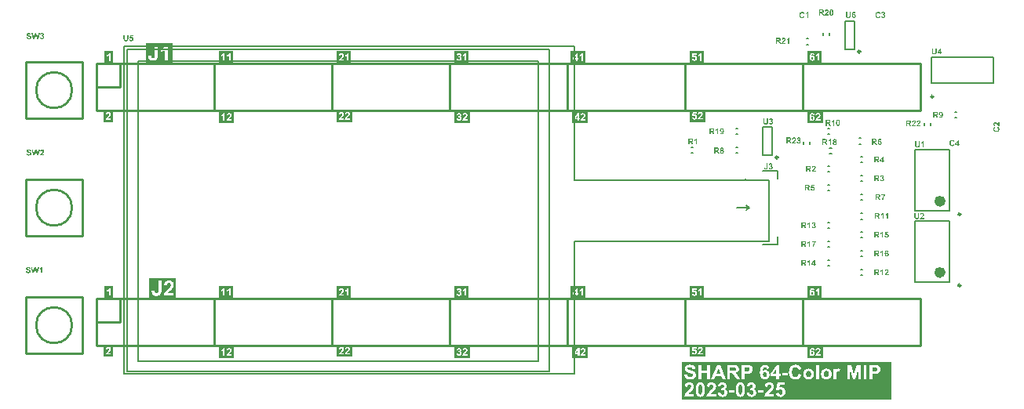
<source format=gto>
G04*
G04 #@! TF.GenerationSoftware,Altium Limited,Altium Designer,23.3.1 (30)*
G04*
G04 Layer_Color=15132400*
%FSLAX25Y25*%
%MOIN*%
G70*
G04*
G04 #@! TF.SameCoordinates,15D68FC8-8055-42D3-B3C9-1605CC88C85B*
G04*
G04*
G04 #@! TF.FilePolarity,Positive*
G04*
G01*
G75*
%ADD10C,0.01000*%
%ADD11C,0.00984*%
%ADD12C,0.00787*%
%ADD13C,0.02362*%
%ADD14C,0.00500*%
G36*
X153081Y110212D02*
Y104940D01*
X147000D01*
Y110212D01*
X153081D01*
D02*
G37*
G36*
X103639Y-19979D02*
X97000D01*
Y-14766D01*
X103639D01*
Y-19979D01*
D02*
G37*
G36*
X28848Y13494D02*
Y4950D01*
X17500D01*
Y13494D01*
X28848D01*
D02*
G37*
G36*
X253049Y4971D02*
X247000D01*
Y10243D01*
X253049D01*
Y4971D01*
D02*
G37*
G36*
X303056Y105000D02*
X297000D01*
Y110272D01*
X303056D01*
Y105000D01*
D02*
G37*
G36*
X332600Y-29569D02*
Y-38000D01*
X243700D01*
Y-29569D01*
Y-22276D01*
X332600D01*
Y-29569D01*
D02*
G37*
G36*
X52893Y105000D02*
X47000D01*
Y110213D01*
X52893D01*
Y105000D01*
D02*
G37*
G36*
X53396Y-20479D02*
X47000D01*
Y-15266D01*
X53396D01*
Y-20479D01*
D02*
G37*
G36*
X153584Y79500D02*
X147000D01*
Y84772D01*
X153584D01*
Y79500D01*
D02*
G37*
G36*
X202664Y110213D02*
Y105000D01*
X196500D01*
Y110213D01*
X202664D01*
D02*
G37*
G36*
X203705Y79500D02*
X197000D01*
Y84772D01*
X203705D01*
Y79500D01*
D02*
G37*
G36*
X2151Y-19979D02*
X-2000D01*
Y-14766D01*
X2151D01*
Y-19979D01*
D02*
G37*
G36*
X1905Y105000D02*
X-1500D01*
Y110213D01*
X1905D01*
Y105000D01*
D02*
G37*
G36*
X153081Y10233D02*
Y4961D01*
X147000D01*
Y10233D01*
X153081D01*
D02*
G37*
G36*
X103136Y5021D02*
X97000D01*
Y10234D01*
X103136D01*
Y5021D01*
D02*
G37*
G36*
X52893D02*
X47000D01*
Y10234D01*
X52893D01*
Y5021D01*
D02*
G37*
G36*
X53396Y79500D02*
X47000D01*
Y84713D01*
X53396D01*
Y79500D01*
D02*
G37*
G36*
X103639Y80000D02*
X97000D01*
Y85213D01*
X103639D01*
Y80000D01*
D02*
G37*
G36*
X202664Y10234D02*
Y5021D01*
X196500D01*
Y10234D01*
X202664D01*
D02*
G37*
G36*
X103136Y105000D02*
X97000D01*
Y110213D01*
X103136D01*
Y105000D01*
D02*
G37*
G36*
X203705Y-20479D02*
X197000D01*
Y-15207D01*
X203705D01*
Y-20479D01*
D02*
G37*
G36*
X303560D02*
X297000D01*
Y-15207D01*
X303560D01*
Y-20479D01*
D02*
G37*
G36*
X2151Y80000D02*
X-2000D01*
Y85213D01*
X2151D01*
Y80000D01*
D02*
G37*
G36*
X253049Y104950D02*
X247000D01*
Y110222D01*
X253049D01*
Y104950D01*
D02*
G37*
G36*
X153584Y-20479D02*
X147000D01*
Y-15207D01*
X153584D01*
Y-20479D01*
D02*
G37*
G36*
X27348Y113544D02*
Y105000D01*
X16000D01*
Y113544D01*
X27348D01*
D02*
G37*
G36*
X303056Y5021D02*
X297000D01*
Y10293D01*
X303056D01*
Y5021D01*
D02*
G37*
G36*
X253667Y-19979D02*
X247000D01*
Y-14707D01*
X253667D01*
Y-19979D01*
D02*
G37*
G36*
X1905Y5021D02*
X-1500D01*
Y10234D01*
X1905D01*
Y5021D01*
D02*
G37*
G36*
X253667Y80000D02*
X247000D01*
Y85272D01*
X253667D01*
Y80000D01*
D02*
G37*
G36*
X303560Y79500D02*
X297000D01*
Y84772D01*
X303560D01*
Y79500D01*
D02*
G37*
G36*
X8550Y115578D02*
Y115573D01*
Y115559D01*
Y115534D01*
Y115503D01*
Y115465D01*
X8547Y115423D01*
Y115376D01*
X8544Y115323D01*
X8539Y115218D01*
X8530Y115110D01*
X8525Y115057D01*
X8519Y115010D01*
X8514Y114966D01*
X8506Y114927D01*
Y114925D01*
X8503Y114919D01*
X8500Y114908D01*
X8497Y114897D01*
X8492Y114880D01*
X8486Y114861D01*
X8469Y114816D01*
X8450Y114764D01*
X8422Y114711D01*
X8389Y114659D01*
X8350Y114606D01*
Y114603D01*
X8345Y114600D01*
X8331Y114584D01*
X8306Y114562D01*
X8273Y114531D01*
X8229Y114498D01*
X8179Y114465D01*
X8118Y114429D01*
X8051Y114398D01*
X8048D01*
X8043Y114395D01*
X8032Y114390D01*
X8018Y114387D01*
X7999Y114382D01*
X7976Y114373D01*
X7949Y114368D01*
X7918Y114359D01*
X7885Y114351D01*
X7849Y114346D01*
X7807Y114340D01*
X7766Y114332D01*
X7719Y114329D01*
X7669Y114323D01*
X7616Y114321D01*
X7525D01*
X7500Y114323D01*
X7469D01*
X7436Y114326D01*
X7397Y114329D01*
X7356Y114332D01*
X7265Y114340D01*
X7173Y114357D01*
X7085Y114376D01*
X7043Y114390D01*
X7007Y114404D01*
X7004D01*
X6999Y114407D01*
X6988Y114412D01*
X6976Y114420D01*
X6960Y114429D01*
X6940Y114437D01*
X6899Y114465D01*
X6852Y114495D01*
X6802Y114531D01*
X6752Y114576D01*
X6708Y114623D01*
Y114625D01*
X6702Y114628D01*
X6697Y114636D01*
X6691Y114647D01*
X6672Y114672D01*
X6650Y114708D01*
X6625Y114753D01*
X6600Y114800D01*
X6580Y114852D01*
X6564Y114908D01*
Y114911D01*
X6561Y114919D01*
X6558Y114930D01*
X6555Y114949D01*
X6553Y114972D01*
X6547Y114999D01*
X6544Y115032D01*
X6539Y115071D01*
X6533Y115113D01*
X6531Y115163D01*
X6525Y115215D01*
X6522Y115273D01*
X6519Y115337D01*
X6517Y115404D01*
X6514Y115479D01*
Y115556D01*
Y116924D01*
X7029D01*
Y115537D01*
Y115534D01*
Y115523D01*
Y115506D01*
Y115484D01*
Y115456D01*
Y115426D01*
X7032Y115393D01*
Y115359D01*
Y115285D01*
X7037Y115215D01*
Y115182D01*
X7040Y115154D01*
X7043Y115129D01*
X7046Y115107D01*
Y115104D01*
X7048Y115102D01*
Y115094D01*
X7054Y115082D01*
X7062Y115052D01*
X7079Y115016D01*
X7098Y114977D01*
X7126Y114936D01*
X7162Y114894D01*
X7204Y114855D01*
X7206D01*
X7209Y114852D01*
X7217Y114847D01*
X7226Y114841D01*
X7253Y114825D01*
X7292Y114808D01*
X7342Y114792D01*
X7400Y114775D01*
X7467Y114764D01*
X7544Y114761D01*
X7566D01*
X7580Y114764D01*
X7600D01*
X7619Y114767D01*
X7669Y114772D01*
X7722Y114783D01*
X7777Y114800D01*
X7830Y114819D01*
X7877Y114850D01*
X7882Y114852D01*
X7893Y114866D01*
X7913Y114886D01*
X7935Y114911D01*
X7957Y114941D01*
X7979Y114980D01*
X7999Y115021D01*
X8010Y115068D01*
Y115071D01*
Y115074D01*
X8012Y115082D01*
Y115094D01*
X8015Y115110D01*
X8018Y115127D01*
X8021Y115149D01*
X8023Y115174D01*
Y115201D01*
X8026Y115235D01*
X8029Y115271D01*
X8032Y115310D01*
Y115354D01*
X8035Y115401D01*
Y115451D01*
Y115506D01*
Y116924D01*
X8550D01*
Y115578D01*
D02*
G37*
G36*
X10600Y116431D02*
X9672D01*
X9594Y115997D01*
X9597D01*
X9602Y115999D01*
X9611Y116005D01*
X9622Y116010D01*
X9638Y116016D01*
X9655Y116024D01*
X9697Y116038D01*
X9749Y116055D01*
X9805Y116066D01*
X9866Y116077D01*
X9929Y116080D01*
X9943D01*
X9960Y116077D01*
X9985D01*
X10012Y116071D01*
X10046Y116066D01*
X10082Y116060D01*
X10120Y116049D01*
X10165Y116038D01*
X10209Y116021D01*
X10253Y116002D01*
X10300Y115980D01*
X10347Y115952D01*
X10395Y115919D01*
X10439Y115883D01*
X10483Y115841D01*
X10486Y115839D01*
X10494Y115830D01*
X10505Y115816D01*
X10519Y115797D01*
X10536Y115775D01*
X10555Y115747D01*
X10577Y115714D01*
X10600Y115675D01*
X10619Y115634D01*
X10641Y115586D01*
X10661Y115534D01*
X10677Y115481D01*
X10691Y115420D01*
X10702Y115359D01*
X10710Y115293D01*
X10713Y115224D01*
Y115221D01*
Y115210D01*
Y115193D01*
X10710Y115171D01*
X10708Y115143D01*
X10702Y115110D01*
X10696Y115074D01*
X10691Y115035D01*
X10680Y114991D01*
X10669Y114947D01*
X10652Y114900D01*
X10636Y114852D01*
X10613Y114803D01*
X10588Y114755D01*
X10561Y114706D01*
X10528Y114659D01*
X10525Y114656D01*
X10516Y114645D01*
X10503Y114628D01*
X10481Y114606D01*
X10456Y114581D01*
X10425Y114550D01*
X10389Y114520D01*
X10347Y114490D01*
X10300Y114459D01*
X10248Y114429D01*
X10192Y114398D01*
X10131Y114373D01*
X10065Y114351D01*
X9993Y114334D01*
X9915Y114323D01*
X9835Y114321D01*
X9802D01*
X9777Y114323D01*
X9746Y114326D01*
X9710Y114332D01*
X9672Y114337D01*
X9630Y114346D01*
X9539Y114368D01*
X9489Y114382D01*
X9442Y114401D01*
X9392Y114423D01*
X9345Y114448D01*
X9301Y114476D01*
X9256Y114509D01*
X9253Y114512D01*
X9248Y114517D01*
X9237Y114528D01*
X9220Y114545D01*
X9204Y114564D01*
X9184Y114587D01*
X9162Y114614D01*
X9140Y114645D01*
X9118Y114681D01*
X9095Y114719D01*
X9073Y114761D01*
X9051Y114805D01*
X9032Y114855D01*
X9015Y114908D01*
X9004Y114963D01*
X8993Y115021D01*
X9481Y115074D01*
Y115071D01*
Y115066D01*
X9483Y115057D01*
X9486Y115046D01*
X9492Y115016D01*
X9503Y114980D01*
X9519Y114936D01*
X9542Y114894D01*
X9569Y114850D01*
X9602Y114811D01*
X9608Y114808D01*
X9622Y114797D01*
X9641Y114780D01*
X9672Y114764D01*
X9705Y114744D01*
X9746Y114731D01*
X9791Y114719D01*
X9841Y114714D01*
X9854D01*
X9866Y114717D01*
X9896Y114719D01*
X9932Y114731D01*
X9974Y114744D01*
X10015Y114767D01*
X10059Y114797D01*
X10082Y114816D01*
X10101Y114839D01*
Y114841D01*
X10107Y114844D01*
X10112Y114852D01*
X10118Y114861D01*
X10126Y114875D01*
X10134Y114891D01*
X10145Y114911D01*
X10156Y114933D01*
X10165Y114958D01*
X10176Y114985D01*
X10184Y115016D01*
X10192Y115049D01*
X10198Y115088D01*
X10204Y115127D01*
X10209Y115171D01*
Y115215D01*
Y115218D01*
Y115226D01*
Y115237D01*
X10206Y115254D01*
Y115273D01*
X10204Y115296D01*
X10195Y115348D01*
X10184Y115407D01*
X10165Y115465D01*
X10137Y115520D01*
X10101Y115570D01*
Y115573D01*
X10095Y115575D01*
X10082Y115589D01*
X10059Y115609D01*
X10026Y115631D01*
X9987Y115650D01*
X9940Y115670D01*
X9888Y115683D01*
X9857Y115689D01*
X9807D01*
X9791Y115686D01*
X9771Y115683D01*
X9752Y115678D01*
X9699Y115667D01*
X9641Y115645D01*
X9608Y115628D01*
X9578Y115611D01*
X9544Y115589D01*
X9511Y115564D01*
X9478Y115537D01*
X9447Y115503D01*
X9051Y115559D01*
X9303Y116891D01*
X10600D01*
Y116431D01*
D02*
G37*
G36*
X293330Y73403D02*
X293355D01*
X293385Y73398D01*
X293421Y73395D01*
X293460Y73387D01*
X293502Y73378D01*
X293549Y73365D01*
X293596Y73351D01*
X293643Y73331D01*
X293690Y73309D01*
X293740Y73281D01*
X293787Y73251D01*
X293831Y73215D01*
X293873Y73173D01*
X293876Y73171D01*
X293881Y73165D01*
X293889Y73154D01*
X293900Y73140D01*
X293914Y73124D01*
X293931Y73101D01*
X293948Y73076D01*
X293964Y73049D01*
X293997Y72988D01*
X294028Y72916D01*
X294039Y72877D01*
X294047Y72835D01*
X294053Y72794D01*
X294056Y72750D01*
Y72747D01*
Y72736D01*
X294053Y72716D01*
X294050Y72694D01*
X294044Y72667D01*
X294036Y72633D01*
X294025Y72594D01*
X294008Y72556D01*
X293989Y72514D01*
X293967Y72470D01*
X293936Y72426D01*
X293900Y72381D01*
X293859Y72337D01*
X293809Y72293D01*
X293751Y72251D01*
X293687Y72212D01*
X293690D01*
X293698Y72209D01*
X293709Y72207D01*
X293723Y72201D01*
X293743Y72196D01*
X293765Y72187D01*
X293812Y72168D01*
X293870Y72140D01*
X293928Y72101D01*
X293984Y72057D01*
X294011Y72029D01*
X294036Y71999D01*
X294039Y71996D01*
X294042Y71991D01*
X294047Y71982D01*
X294058Y71971D01*
X294067Y71955D01*
X294078Y71935D01*
X294092Y71913D01*
X294103Y71888D01*
X294128Y71830D01*
X294150Y71763D01*
X294164Y71686D01*
X294166Y71644D01*
X294169Y71603D01*
Y71600D01*
Y71589D01*
X294166Y71570D01*
Y71547D01*
X294161Y71517D01*
X294155Y71484D01*
X294150Y71448D01*
X294139Y71406D01*
X294125Y71362D01*
X294108Y71315D01*
X294089Y71268D01*
X294064Y71220D01*
X294036Y71171D01*
X294003Y71124D01*
X293967Y71077D01*
X293923Y71029D01*
X293920Y71027D01*
X293912Y71018D01*
X293898Y71007D01*
X293878Y70993D01*
X293853Y70974D01*
X293826Y70955D01*
X293792Y70932D01*
X293754Y70913D01*
X293712Y70891D01*
X293665Y70869D01*
X293612Y70849D01*
X293560Y70830D01*
X293502Y70816D01*
X293441Y70805D01*
X293374Y70797D01*
X293308Y70794D01*
X293291D01*
X293274Y70797D01*
X293250D01*
X293222Y70799D01*
X293186Y70805D01*
X293147Y70811D01*
X293106Y70819D01*
X293061Y70830D01*
X293014Y70844D01*
X292967Y70858D01*
X292920Y70877D01*
X292870Y70902D01*
X292823Y70927D01*
X292776Y70957D01*
X292731Y70993D01*
X292729Y70996D01*
X292720Y71002D01*
X292709Y71013D01*
X292695Y71029D01*
X292679Y71049D01*
X292657Y71074D01*
X292637Y71101D01*
X292612Y71135D01*
X292590Y71171D01*
X292568Y71210D01*
X292546Y71251D01*
X292524Y71298D01*
X292507Y71348D01*
X292491Y71401D01*
X292477Y71459D01*
X292468Y71517D01*
X292942Y71575D01*
Y71572D01*
Y71567D01*
X292945Y71558D01*
X292948Y71545D01*
X292953Y71511D01*
X292967Y71473D01*
X292981Y71425D01*
X293003Y71381D01*
X293031Y71334D01*
X293064Y71295D01*
X293070Y71293D01*
X293080Y71281D01*
X293103Y71265D01*
X293130Y71248D01*
X293166Y71232D01*
X293208Y71215D01*
X293255Y71204D01*
X293305Y71201D01*
X293319D01*
X293330Y71204D01*
X293357Y71207D01*
X293394Y71215D01*
X293435Y71229D01*
X293477Y71248D01*
X293521Y71276D01*
X293563Y71315D01*
X293568Y71320D01*
X293579Y71337D01*
X293596Y71362D01*
X293615Y71398D01*
X293635Y71442D01*
X293651Y71495D01*
X293662Y71556D01*
X293668Y71625D01*
Y71628D01*
Y71633D01*
Y71642D01*
X293665Y71655D01*
Y71672D01*
X293662Y71689D01*
X293657Y71730D01*
X293643Y71777D01*
X293626Y71827D01*
X293601Y71874D01*
X293568Y71919D01*
X293563Y71924D01*
X293551Y71935D01*
X293529Y71955D01*
X293502Y71974D01*
X293466Y71993D01*
X293424Y72013D01*
X293377Y72024D01*
X293324Y72029D01*
X293308D01*
X293288Y72027D01*
X293261Y72024D01*
X293227Y72021D01*
X293191Y72013D01*
X293147Y72004D01*
X293100Y71991D01*
X293153Y72390D01*
X293186D01*
X293202Y72392D01*
X293222D01*
X293266Y72398D01*
X293316Y72406D01*
X293366Y72423D01*
X293413Y72445D01*
X293457Y72473D01*
X293463Y72478D01*
X293474Y72489D01*
X293491Y72509D01*
X293513Y72536D01*
X293532Y72572D01*
X293549Y72614D01*
X293560Y72661D01*
X293565Y72716D01*
Y72719D01*
Y72722D01*
Y72738D01*
X293563Y72761D01*
X293557Y72791D01*
X293546Y72822D01*
X293532Y72858D01*
X293513Y72891D01*
X293488Y72921D01*
X293485Y72924D01*
X293474Y72932D01*
X293457Y72946D01*
X293432Y72960D01*
X293402Y72974D01*
X293369Y72988D01*
X293327Y72996D01*
X293280Y72999D01*
X293258D01*
X293236Y72993D01*
X293205Y72988D01*
X293172Y72977D01*
X293136Y72963D01*
X293100Y72941D01*
X293064Y72910D01*
X293061Y72908D01*
X293050Y72894D01*
X293036Y72874D01*
X293017Y72847D01*
X292997Y72811D01*
X292981Y72769D01*
X292967Y72716D01*
X292956Y72658D01*
X292504Y72733D01*
Y72736D01*
X292507Y72744D01*
X292510Y72755D01*
X292513Y72772D01*
X292518Y72791D01*
X292524Y72813D01*
X292540Y72866D01*
X292560Y72927D01*
X292585Y72988D01*
X292612Y73049D01*
X292646Y73104D01*
Y73107D01*
X292651Y73110D01*
X292662Y73126D01*
X292684Y73154D01*
X292715Y73185D01*
X292751Y73220D01*
X292795Y73256D01*
X292848Y73292D01*
X292909Y73326D01*
X292912D01*
X292917Y73329D01*
X292925Y73334D01*
X292939Y73340D01*
X292956Y73345D01*
X292975Y73351D01*
X292997Y73359D01*
X293022Y73367D01*
X293078Y73381D01*
X293144Y73395D01*
X293216Y73403D01*
X293294Y73406D01*
X293310D01*
X293330Y73403D01*
D02*
G37*
G36*
X291407D02*
X291438Y73400D01*
X291474Y73395D01*
X291515Y73389D01*
X291560Y73381D01*
X291607Y73370D01*
X291654Y73356D01*
X291704Y73340D01*
X291754Y73320D01*
X291801Y73295D01*
X291848Y73268D01*
X291895Y73237D01*
X291936Y73201D01*
X291939Y73198D01*
X291945Y73193D01*
X291956Y73179D01*
X291970Y73165D01*
X291986Y73146D01*
X292006Y73121D01*
X292025Y73093D01*
X292047Y73060D01*
X292067Y73027D01*
X292086Y72988D01*
X292106Y72946D01*
X292122Y72902D01*
X292136Y72852D01*
X292147Y72802D01*
X292153Y72750D01*
X292155Y72694D01*
Y72691D01*
Y72686D01*
Y72677D01*
Y72664D01*
X292153Y72650D01*
Y72631D01*
X292147Y72589D01*
X292139Y72536D01*
X292128Y72481D01*
X292114Y72423D01*
X292092Y72364D01*
Y72362D01*
X292089Y72359D01*
X292086Y72348D01*
X292081Y72337D01*
X292072Y72323D01*
X292064Y72306D01*
X292045Y72265D01*
X292017Y72218D01*
X291984Y72162D01*
X291942Y72101D01*
X291895Y72038D01*
X291889Y72032D01*
X291878Y72016D01*
X291853Y71991D01*
X291823Y71955D01*
X291801Y71932D01*
X291779Y71908D01*
X291751Y71883D01*
X291723Y71852D01*
X291690Y71822D01*
X291654Y71786D01*
X291615Y71750D01*
X291574Y71711D01*
X291571Y71708D01*
X291563Y71702D01*
X291551Y71691D01*
X291538Y71678D01*
X291518Y71661D01*
X291496Y71642D01*
X291449Y71597D01*
X291399Y71550D01*
X291352Y71503D01*
X291330Y71481D01*
X291311Y71461D01*
X291294Y71442D01*
X291280Y71428D01*
X291277Y71425D01*
X291269Y71417D01*
X291258Y71403D01*
X291244Y71387D01*
X291230Y71365D01*
X291214Y71342D01*
X291180Y71295D01*
X292155D01*
Y70841D01*
X290438D01*
Y70844D01*
X290441Y70852D01*
Y70866D01*
X290443Y70885D01*
X290449Y70907D01*
X290455Y70935D01*
X290460Y70966D01*
X290468Y70999D01*
X290491Y71074D01*
X290521Y71157D01*
X290557Y71243D01*
X290604Y71329D01*
X290607Y71331D01*
X290610Y71340D01*
X290621Y71354D01*
X290632Y71370D01*
X290649Y71392D01*
X290671Y71423D01*
X290696Y71453D01*
X290726Y71492D01*
X290759Y71534D01*
X290801Y71578D01*
X290845Y71631D01*
X290895Y71683D01*
X290950Y71741D01*
X291014Y71805D01*
X291081Y71872D01*
X291155Y71941D01*
X291158Y71943D01*
X291169Y71955D01*
X291186Y71971D01*
X291208Y71991D01*
X291236Y72016D01*
X291263Y72043D01*
X291297Y72076D01*
X291330Y72110D01*
X291402Y72179D01*
X291468Y72248D01*
X291496Y72279D01*
X291524Y72309D01*
X291546Y72337D01*
X291563Y72359D01*
Y72362D01*
X291568Y72364D01*
X291571Y72373D01*
X291579Y72384D01*
X291596Y72414D01*
X291615Y72453D01*
X291632Y72497D01*
X291649Y72547D01*
X291659Y72603D01*
X291665Y72658D01*
Y72661D01*
Y72667D01*
Y72675D01*
Y72686D01*
X291659Y72714D01*
X291654Y72752D01*
X291643Y72791D01*
X291629Y72833D01*
X291607Y72874D01*
X291576Y72910D01*
X291574Y72913D01*
X291560Y72924D01*
X291540Y72938D01*
X291513Y72954D01*
X291477Y72971D01*
X291435Y72985D01*
X291388Y72996D01*
X291333Y72999D01*
X291308D01*
X291280Y72993D01*
X291244Y72988D01*
X291205Y72977D01*
X291164Y72960D01*
X291122Y72935D01*
X291086Y72905D01*
X291083Y72899D01*
X291072Y72888D01*
X291058Y72866D01*
X291039Y72833D01*
X291022Y72791D01*
X291006Y72738D01*
X290992Y72675D01*
X290986Y72639D01*
X290984Y72600D01*
X290496Y72647D01*
Y72653D01*
X290499Y72664D01*
X290502Y72686D01*
X290507Y72714D01*
X290513Y72747D01*
X290521Y72786D01*
X290532Y72827D01*
X290546Y72872D01*
X290563Y72918D01*
X290582Y72966D01*
X290604Y73015D01*
X290629Y73063D01*
X290657Y73110D01*
X290690Y73154D01*
X290726Y73193D01*
X290768Y73229D01*
X290770Y73232D01*
X290779Y73237D01*
X290792Y73245D01*
X290809Y73256D01*
X290831Y73270D01*
X290859Y73284D01*
X290890Y73301D01*
X290926Y73317D01*
X290967Y73334D01*
X291009Y73351D01*
X291056Y73365D01*
X291108Y73378D01*
X291161Y73389D01*
X291219Y73398D01*
X291280Y73403D01*
X291344Y73406D01*
X291380D01*
X291407Y73403D01*
D02*
G37*
G36*
X289216Y73395D02*
X289255D01*
X289300Y73392D01*
X289344Y73389D01*
X289443Y73381D01*
X289541Y73367D01*
X289588Y73362D01*
X289635Y73351D01*
X289676Y73340D01*
X289712Y73329D01*
X289715D01*
X289721Y73326D01*
X289729Y73320D01*
X289743Y73315D01*
X289759Y73306D01*
X289776Y73298D01*
X289820Y73273D01*
X289867Y73237D01*
X289914Y73195D01*
X289964Y73143D01*
X290009Y73082D01*
Y73079D01*
X290014Y73074D01*
X290020Y73065D01*
X290025Y73052D01*
X290036Y73035D01*
X290045Y73015D01*
X290056Y72991D01*
X290067Y72966D01*
X290086Y72908D01*
X290106Y72838D01*
X290117Y72763D01*
X290122Y72680D01*
Y72677D01*
Y72667D01*
Y72653D01*
X290119Y72633D01*
X290117Y72608D01*
X290114Y72581D01*
X290108Y72547D01*
X290100Y72514D01*
X290081Y72437D01*
X290067Y72398D01*
X290050Y72359D01*
X290031Y72317D01*
X290009Y72279D01*
X289984Y72240D01*
X289953Y72204D01*
X289950Y72201D01*
X289945Y72196D01*
X289937Y72187D01*
X289923Y72173D01*
X289903Y72160D01*
X289881Y72143D01*
X289856Y72124D01*
X289826Y72104D01*
X289793Y72082D01*
X289757Y72063D01*
X289715Y72043D01*
X289668Y72024D01*
X289618Y72007D01*
X289565Y71991D01*
X289507Y71977D01*
X289446Y71966D01*
X289449D01*
X289455Y71960D01*
X289463Y71957D01*
X289474Y71949D01*
X289505Y71930D01*
X289543Y71902D01*
X289588Y71872D01*
X289635Y71836D01*
X289682Y71794D01*
X289723Y71752D01*
X289729Y71747D01*
X289734Y71738D01*
X289743Y71730D01*
X289754Y71716D01*
X289768Y71700D01*
X289784Y71680D01*
X289801Y71658D01*
X289820Y71631D01*
X289842Y71600D01*
X289867Y71567D01*
X289892Y71528D01*
X289920Y71487D01*
X289950Y71439D01*
X289984Y71392D01*
X290017Y71337D01*
X290330Y70841D01*
X289712D01*
X289338Y71398D01*
X289335Y71401D01*
X289330Y71412D01*
X289319Y71425D01*
X289305Y71445D01*
X289291Y71470D01*
X289272Y71495D01*
X289230Y71556D01*
X289183Y71619D01*
X289139Y71680D01*
X289117Y71708D01*
X289097Y71733D01*
X289081Y71755D01*
X289064Y71772D01*
X289061Y71775D01*
X289053Y71786D01*
X289036Y71797D01*
X289017Y71813D01*
X288995Y71833D01*
X288967Y71849D01*
X288939Y71866D01*
X288909Y71877D01*
X288906Y71880D01*
X288892Y71883D01*
X288873Y71888D01*
X288845Y71894D01*
X288809Y71899D01*
X288765Y71902D01*
X288712Y71908D01*
X288546D01*
Y70841D01*
X288031D01*
Y73398D01*
X289183D01*
X289216Y73395D01*
D02*
G37*
G36*
X-33623Y117820D02*
X-33582Y117817D01*
X-33537Y117812D01*
X-33485Y117806D01*
X-33429Y117795D01*
X-33374Y117784D01*
X-33313Y117770D01*
X-33252Y117753D01*
X-33194Y117734D01*
X-33136Y117709D01*
X-33077Y117679D01*
X-33025Y117648D01*
X-32978Y117609D01*
X-32975Y117607D01*
X-32967Y117601D01*
X-32956Y117587D01*
X-32939Y117571D01*
X-32920Y117551D01*
X-32900Y117524D01*
X-32878Y117493D01*
X-32853Y117460D01*
X-32831Y117421D01*
X-32809Y117379D01*
X-32787Y117332D01*
X-32767Y117282D01*
X-32748Y117230D01*
X-32734Y117172D01*
X-32726Y117111D01*
X-32720Y117047D01*
X-33235Y117028D01*
Y117031D01*
X-33238Y117036D01*
Y117047D01*
X-33241Y117058D01*
X-33246Y117075D01*
X-33252Y117094D01*
X-33266Y117136D01*
X-33285Y117180D01*
X-33310Y117227D01*
X-33341Y117271D01*
X-33379Y117307D01*
X-33385Y117310D01*
X-33399Y117321D01*
X-33424Y117335D01*
X-33460Y117352D01*
X-33507Y117368D01*
X-33562Y117382D01*
X-33629Y117393D01*
X-33706Y117396D01*
X-33742D01*
X-33762Y117393D01*
X-33784Y117391D01*
X-33836Y117385D01*
X-33892Y117374D01*
X-33953Y117357D01*
X-34008Y117332D01*
X-34061Y117302D01*
X-34064Y117299D01*
X-34072Y117291D01*
X-34086Y117277D01*
X-34100Y117260D01*
X-34116Y117238D01*
X-34127Y117210D01*
X-34138Y117180D01*
X-34141Y117144D01*
Y117141D01*
Y117130D01*
X-34138Y117111D01*
X-34133Y117091D01*
X-34122Y117067D01*
X-34111Y117039D01*
X-34091Y117014D01*
X-34066Y116989D01*
X-34061Y116986D01*
X-34055Y116981D01*
X-34044Y116975D01*
X-34033Y116967D01*
X-34016Y116958D01*
X-33994Y116947D01*
X-33969Y116936D01*
X-33942Y116925D01*
X-33909Y116911D01*
X-33870Y116897D01*
X-33825Y116884D01*
X-33775Y116867D01*
X-33720Y116850D01*
X-33659Y116834D01*
X-33593Y116817D01*
X-33587D01*
X-33576Y116814D01*
X-33557Y116809D01*
X-33532Y116803D01*
X-33498Y116795D01*
X-33465Y116784D01*
X-33424Y116773D01*
X-33382Y116762D01*
X-33291Y116734D01*
X-33199Y116704D01*
X-33155Y116687D01*
X-33111Y116670D01*
X-33072Y116651D01*
X-33036Y116634D01*
X-33033D01*
X-33028Y116629D01*
X-33019Y116623D01*
X-33005Y116618D01*
X-32972Y116596D01*
X-32931Y116568D01*
X-32886Y116529D01*
X-32839Y116485D01*
X-32792Y116432D01*
X-32751Y116374D01*
Y116371D01*
X-32745Y116366D01*
X-32742Y116357D01*
X-32734Y116343D01*
X-32726Y116327D01*
X-32717Y116307D01*
X-32709Y116285D01*
X-32698Y116260D01*
X-32690Y116233D01*
X-32681Y116202D01*
X-32665Y116133D01*
X-32654Y116053D01*
X-32648Y115967D01*
Y115964D01*
Y115958D01*
Y115945D01*
X-32651Y115931D01*
Y115911D01*
X-32654Y115886D01*
X-32659Y115861D01*
X-32665Y115834D01*
X-32679Y115770D01*
X-32701Y115701D01*
X-32731Y115629D01*
X-32751Y115590D01*
X-32773Y115554D01*
Y115551D01*
X-32778Y115546D01*
X-32787Y115535D01*
X-32795Y115524D01*
X-32809Y115507D01*
X-32823Y115488D01*
X-32861Y115446D01*
X-32911Y115402D01*
X-32969Y115352D01*
X-33039Y115307D01*
X-33119Y115269D01*
X-33122D01*
X-33130Y115266D01*
X-33141Y115260D01*
X-33158Y115255D01*
X-33180Y115247D01*
X-33208Y115241D01*
X-33238Y115233D01*
X-33271Y115224D01*
X-33310Y115213D01*
X-33352Y115205D01*
X-33399Y115199D01*
X-33449Y115191D01*
X-33498Y115186D01*
X-33557Y115180D01*
X-33615Y115177D01*
X-33698D01*
X-33723Y115180D01*
X-33756D01*
X-33795Y115183D01*
X-33842Y115188D01*
X-33895Y115197D01*
X-33950Y115205D01*
X-34011Y115216D01*
X-34072Y115233D01*
X-34133Y115249D01*
X-34194Y115271D01*
X-34255Y115296D01*
X-34313Y115327D01*
X-34368Y115360D01*
X-34421Y115399D01*
X-34424Y115402D01*
X-34432Y115410D01*
X-34446Y115424D01*
X-34462Y115440D01*
X-34482Y115465D01*
X-34507Y115493D01*
X-34532Y115526D01*
X-34557Y115565D01*
X-34584Y115609D01*
X-34612Y115656D01*
X-34637Y115712D01*
X-34662Y115770D01*
X-34684Y115834D01*
X-34703Y115900D01*
X-34720Y115975D01*
X-34731Y116053D01*
X-34230Y116103D01*
Y116100D01*
X-34227Y116091D01*
X-34224Y116078D01*
X-34222Y116061D01*
X-34216Y116039D01*
X-34208Y116017D01*
X-34191Y115961D01*
X-34166Y115900D01*
X-34133Y115837D01*
X-34094Y115778D01*
X-34072Y115753D01*
X-34047Y115729D01*
X-34044D01*
X-34042Y115723D01*
X-34033Y115717D01*
X-34022Y115709D01*
X-34008Y115701D01*
X-33989Y115693D01*
X-33969Y115682D01*
X-33947Y115670D01*
X-33892Y115648D01*
X-33828Y115632D01*
X-33753Y115618D01*
X-33670Y115612D01*
X-33645D01*
X-33629Y115615D01*
X-33607D01*
X-33584Y115618D01*
X-33529Y115626D01*
X-33468Y115637D01*
X-33404Y115656D01*
X-33343Y115682D01*
X-33316Y115698D01*
X-33291Y115717D01*
X-33288D01*
X-33285Y115723D01*
X-33271Y115737D01*
X-33249Y115759D01*
X-33227Y115787D01*
X-33205Y115823D01*
X-33183Y115867D01*
X-33169Y115914D01*
X-33163Y115939D01*
Y115964D01*
Y115967D01*
Y115981D01*
X-33166Y115997D01*
X-33169Y116017D01*
X-33177Y116042D01*
X-33185Y116069D01*
X-33199Y116094D01*
X-33219Y116119D01*
X-33222Y116122D01*
X-33230Y116130D01*
X-33244Y116141D01*
X-33260Y116158D01*
X-33288Y116174D01*
X-33318Y116194D01*
X-33357Y116210D01*
X-33404Y116230D01*
X-33410Y116233D01*
X-33415D01*
X-33424Y116235D01*
X-33435Y116238D01*
X-33451Y116244D01*
X-33468Y116249D01*
X-33490Y116255D01*
X-33515Y116263D01*
X-33546Y116271D01*
X-33579Y116280D01*
X-33618Y116291D01*
X-33659Y116302D01*
X-33706Y116313D01*
X-33759Y116327D01*
X-33817Y116341D01*
X-33823D01*
X-33836Y116346D01*
X-33856Y116352D01*
X-33884Y116360D01*
X-33920Y116368D01*
X-33958Y116382D01*
X-34000Y116396D01*
X-34044Y116410D01*
X-34141Y116449D01*
X-34238Y116490D01*
X-34282Y116515D01*
X-34327Y116540D01*
X-34366Y116565D01*
X-34399Y116593D01*
X-34402Y116596D01*
X-34410Y116604D01*
X-34421Y116615D01*
X-34435Y116632D01*
X-34454Y116651D01*
X-34474Y116676D01*
X-34496Y116704D01*
X-34515Y116737D01*
X-34537Y116773D01*
X-34559Y116812D01*
X-34579Y116856D01*
X-34598Y116900D01*
X-34612Y116947D01*
X-34623Y117000D01*
X-34631Y117053D01*
X-34634Y117108D01*
Y117111D01*
Y117116D01*
Y117127D01*
X-34631Y117141D01*
Y117158D01*
X-34629Y117180D01*
X-34620Y117227D01*
X-34607Y117282D01*
X-34587Y117346D01*
X-34559Y117410D01*
X-34523Y117474D01*
Y117476D01*
X-34518Y117482D01*
X-34512Y117490D01*
X-34504Y117501D01*
X-34476Y117532D01*
X-34443Y117571D01*
X-34396Y117612D01*
X-34343Y117654D01*
X-34277Y117695D01*
X-34205Y117731D01*
X-34202D01*
X-34197Y117734D01*
X-34183Y117740D01*
X-34169Y117745D01*
X-34147Y117753D01*
X-34125Y117759D01*
X-34097Y117767D01*
X-34064Y117778D01*
X-34028Y117787D01*
X-33992Y117795D01*
X-33950Y117800D01*
X-33906Y117809D01*
X-33856Y117814D01*
X-33809Y117820D01*
X-33701Y117823D01*
X-33654D01*
X-33623Y117820D01*
D02*
G37*
G36*
X-29726Y115224D02*
X-30283D01*
X-30787Y117136D01*
X-31296Y115224D01*
X-31859D01*
X-32463Y117781D01*
X-31934D01*
X-31551Y116022D01*
X-31083Y117781D01*
X-30465D01*
X-30022Y115995D01*
X-29634Y117781D01*
X-29114D01*
X-29726Y115224D01*
D02*
G37*
G36*
X-28108Y117787D02*
X-28083D01*
X-28053Y117781D01*
X-28017Y117778D01*
X-27978Y117770D01*
X-27936Y117762D01*
X-27889Y117748D01*
X-27842Y117734D01*
X-27795Y117715D01*
X-27748Y117692D01*
X-27698Y117665D01*
X-27651Y117634D01*
X-27607Y117598D01*
X-27565Y117557D01*
X-27562Y117554D01*
X-27557Y117549D01*
X-27549Y117537D01*
X-27538Y117524D01*
X-27524Y117507D01*
X-27507Y117485D01*
X-27490Y117460D01*
X-27474Y117432D01*
X-27441Y117371D01*
X-27410Y117299D01*
X-27399Y117260D01*
X-27391Y117219D01*
X-27385Y117177D01*
X-27382Y117133D01*
Y117130D01*
Y117119D01*
X-27385Y117100D01*
X-27388Y117078D01*
X-27393Y117050D01*
X-27402Y117017D01*
X-27413Y116978D01*
X-27430Y116939D01*
X-27449Y116897D01*
X-27471Y116853D01*
X-27501Y116809D01*
X-27538Y116764D01*
X-27579Y116720D01*
X-27629Y116676D01*
X-27687Y116634D01*
X-27751Y116596D01*
X-27748D01*
X-27740Y116593D01*
X-27729Y116590D01*
X-27715Y116585D01*
X-27695Y116579D01*
X-27673Y116571D01*
X-27626Y116551D01*
X-27568Y116524D01*
X-27510Y116485D01*
X-27454Y116440D01*
X-27427Y116413D01*
X-27402Y116382D01*
X-27399Y116379D01*
X-27396Y116374D01*
X-27391Y116366D01*
X-27380Y116355D01*
X-27371Y116338D01*
X-27360Y116319D01*
X-27346Y116296D01*
X-27335Y116271D01*
X-27310Y116213D01*
X-27288Y116147D01*
X-27274Y116069D01*
X-27272Y116028D01*
X-27269Y115986D01*
Y115983D01*
Y115972D01*
X-27272Y115953D01*
Y115931D01*
X-27277Y115900D01*
X-27283Y115867D01*
X-27288Y115831D01*
X-27299Y115789D01*
X-27313Y115745D01*
X-27330Y115698D01*
X-27349Y115651D01*
X-27374Y115604D01*
X-27402Y115554D01*
X-27435Y115507D01*
X-27471Y115460D01*
X-27515Y115413D01*
X-27518Y115410D01*
X-27526Y115402D01*
X-27540Y115391D01*
X-27560Y115377D01*
X-27585Y115357D01*
X-27612Y115338D01*
X-27645Y115316D01*
X-27684Y115296D01*
X-27726Y115274D01*
X-27773Y115252D01*
X-27826Y115233D01*
X-27878Y115213D01*
X-27936Y115199D01*
X-27997Y115188D01*
X-28064Y115180D01*
X-28130Y115177D01*
X-28147D01*
X-28163Y115180D01*
X-28188D01*
X-28216Y115183D01*
X-28252Y115188D01*
X-28291Y115194D01*
X-28332Y115202D01*
X-28377Y115213D01*
X-28424Y115227D01*
X-28471Y115241D01*
X-28518Y115260D01*
X-28568Y115285D01*
X-28615Y115310D01*
X-28662Y115341D01*
X-28706Y115377D01*
X-28709Y115380D01*
X-28717Y115385D01*
X-28729Y115396D01*
X-28743Y115413D01*
X-28759Y115432D01*
X-28781Y115457D01*
X-28801Y115485D01*
X-28826Y115518D01*
X-28848Y115554D01*
X-28870Y115593D01*
X-28892Y115634D01*
X-28914Y115682D01*
X-28931Y115731D01*
X-28947Y115784D01*
X-28961Y115842D01*
X-28970Y115900D01*
X-28496Y115958D01*
Y115956D01*
Y115950D01*
X-28493Y115942D01*
X-28490Y115928D01*
X-28485Y115895D01*
X-28471Y115856D01*
X-28457Y115809D01*
X-28435Y115765D01*
X-28407Y115717D01*
X-28374Y115679D01*
X-28368Y115676D01*
X-28357Y115665D01*
X-28335Y115648D01*
X-28308Y115632D01*
X-28272Y115615D01*
X-28230Y115598D01*
X-28183Y115587D01*
X-28133Y115585D01*
X-28119D01*
X-28108Y115587D01*
X-28080Y115590D01*
X-28044Y115598D01*
X-28003Y115612D01*
X-27961Y115632D01*
X-27917Y115659D01*
X-27875Y115698D01*
X-27870Y115704D01*
X-27859Y115720D01*
X-27842Y115745D01*
X-27823Y115781D01*
X-27803Y115825D01*
X-27787Y115878D01*
X-27776Y115939D01*
X-27770Y116008D01*
Y116011D01*
Y116017D01*
Y116025D01*
X-27773Y116039D01*
Y116055D01*
X-27776Y116072D01*
X-27781Y116114D01*
X-27795Y116161D01*
X-27812Y116210D01*
X-27837Y116258D01*
X-27870Y116302D01*
X-27875Y116307D01*
X-27887Y116319D01*
X-27909Y116338D01*
X-27936Y116357D01*
X-27972Y116377D01*
X-28014Y116396D01*
X-28061Y116407D01*
X-28114Y116413D01*
X-28130D01*
X-28150Y116410D01*
X-28177Y116407D01*
X-28211Y116404D01*
X-28247Y116396D01*
X-28291Y116388D01*
X-28338Y116374D01*
X-28285Y116773D01*
X-28252D01*
X-28236Y116776D01*
X-28216D01*
X-28172Y116781D01*
X-28122Y116789D01*
X-28072Y116806D01*
X-28025Y116828D01*
X-27981Y116856D01*
X-27975Y116861D01*
X-27964Y116873D01*
X-27948Y116892D01*
X-27925Y116920D01*
X-27906Y116956D01*
X-27889Y116997D01*
X-27878Y117044D01*
X-27873Y117100D01*
Y117103D01*
Y117105D01*
Y117122D01*
X-27875Y117144D01*
X-27881Y117174D01*
X-27892Y117205D01*
X-27906Y117241D01*
X-27925Y117274D01*
X-27950Y117305D01*
X-27953Y117307D01*
X-27964Y117316D01*
X-27981Y117330D01*
X-28006Y117343D01*
X-28036Y117357D01*
X-28069Y117371D01*
X-28111Y117379D01*
X-28158Y117382D01*
X-28180D01*
X-28202Y117377D01*
X-28233Y117371D01*
X-28266Y117360D01*
X-28302Y117346D01*
X-28338Y117324D01*
X-28374Y117294D01*
X-28377Y117291D01*
X-28388Y117277D01*
X-28402Y117258D01*
X-28421Y117230D01*
X-28440Y117194D01*
X-28457Y117152D01*
X-28471Y117100D01*
X-28482Y117042D01*
X-28934Y117116D01*
Y117119D01*
X-28931Y117127D01*
X-28928Y117139D01*
X-28925Y117155D01*
X-28920Y117174D01*
X-28914Y117197D01*
X-28898Y117249D01*
X-28878Y117310D01*
X-28853Y117371D01*
X-28826Y117432D01*
X-28792Y117488D01*
Y117490D01*
X-28787Y117493D01*
X-28776Y117510D01*
X-28754Y117537D01*
X-28723Y117568D01*
X-28687Y117604D01*
X-28643Y117640D01*
X-28590Y117676D01*
X-28529Y117709D01*
X-28526D01*
X-28521Y117712D01*
X-28512Y117717D01*
X-28499Y117723D01*
X-28482Y117728D01*
X-28463Y117734D01*
X-28440Y117742D01*
X-28416Y117751D01*
X-28360Y117764D01*
X-28294Y117778D01*
X-28222Y117787D01*
X-28144Y117789D01*
X-28128D01*
X-28108Y117787D01*
D02*
G37*
G36*
X-33609Y68320D02*
X-33568Y68317D01*
X-33523Y68312D01*
X-33471Y68306D01*
X-33415Y68295D01*
X-33360Y68284D01*
X-33299Y68270D01*
X-33238Y68253D01*
X-33180Y68234D01*
X-33122Y68209D01*
X-33064Y68179D01*
X-33011Y68148D01*
X-32964Y68109D01*
X-32961Y68107D01*
X-32953Y68101D01*
X-32942Y68087D01*
X-32925Y68071D01*
X-32906Y68051D01*
X-32886Y68024D01*
X-32864Y67993D01*
X-32839Y67960D01*
X-32817Y67921D01*
X-32795Y67879D01*
X-32773Y67832D01*
X-32753Y67782D01*
X-32734Y67730D01*
X-32720Y67672D01*
X-32712Y67611D01*
X-32706Y67547D01*
X-33222Y67528D01*
Y67531D01*
X-33224Y67536D01*
Y67547D01*
X-33227Y67558D01*
X-33233Y67575D01*
X-33238Y67594D01*
X-33252Y67636D01*
X-33271Y67680D01*
X-33296Y67727D01*
X-33327Y67772D01*
X-33366Y67808D01*
X-33371Y67810D01*
X-33385Y67821D01*
X-33410Y67835D01*
X-33446Y67852D01*
X-33493Y67868D01*
X-33548Y67882D01*
X-33615Y67893D01*
X-33692Y67896D01*
X-33728D01*
X-33748Y67893D01*
X-33770Y67891D01*
X-33823Y67885D01*
X-33878Y67874D01*
X-33939Y67857D01*
X-33994Y67832D01*
X-34047Y67802D01*
X-34050Y67799D01*
X-34058Y67791D01*
X-34072Y67777D01*
X-34086Y67760D01*
X-34102Y67738D01*
X-34113Y67711D01*
X-34125Y67680D01*
X-34127Y67644D01*
Y67641D01*
Y67630D01*
X-34125Y67611D01*
X-34119Y67591D01*
X-34108Y67567D01*
X-34097Y67539D01*
X-34078Y67514D01*
X-34053Y67489D01*
X-34047Y67486D01*
X-34042Y67481D01*
X-34030Y67475D01*
X-34019Y67467D01*
X-34003Y67458D01*
X-33981Y67447D01*
X-33956Y67436D01*
X-33928Y67425D01*
X-33895Y67411D01*
X-33856Y67397D01*
X-33812Y67384D01*
X-33762Y67367D01*
X-33706Y67350D01*
X-33645Y67334D01*
X-33579Y67317D01*
X-33573D01*
X-33562Y67314D01*
X-33543Y67309D01*
X-33518Y67303D01*
X-33485Y67295D01*
X-33451Y67284D01*
X-33410Y67273D01*
X-33368Y67262D01*
X-33277Y67234D01*
X-33185Y67204D01*
X-33141Y67187D01*
X-33097Y67170D01*
X-33058Y67151D01*
X-33022Y67134D01*
X-33019D01*
X-33014Y67129D01*
X-33005Y67123D01*
X-32992Y67118D01*
X-32958Y67096D01*
X-32917Y67068D01*
X-32873Y67029D01*
X-32825Y66985D01*
X-32778Y66932D01*
X-32737Y66874D01*
Y66871D01*
X-32731Y66866D01*
X-32728Y66857D01*
X-32720Y66843D01*
X-32712Y66827D01*
X-32704Y66808D01*
X-32695Y66785D01*
X-32684Y66760D01*
X-32676Y66733D01*
X-32667Y66702D01*
X-32651Y66633D01*
X-32640Y66553D01*
X-32634Y66467D01*
Y66464D01*
Y66458D01*
Y66445D01*
X-32637Y66431D01*
Y66411D01*
X-32640Y66386D01*
X-32645Y66361D01*
X-32651Y66334D01*
X-32665Y66270D01*
X-32687Y66201D01*
X-32717Y66129D01*
X-32737Y66090D01*
X-32759Y66054D01*
Y66051D01*
X-32765Y66046D01*
X-32773Y66035D01*
X-32781Y66024D01*
X-32795Y66007D01*
X-32809Y65988D01*
X-32848Y65946D01*
X-32897Y65902D01*
X-32956Y65852D01*
X-33025Y65807D01*
X-33105Y65769D01*
X-33108D01*
X-33116Y65766D01*
X-33127Y65760D01*
X-33144Y65755D01*
X-33166Y65747D01*
X-33194Y65741D01*
X-33224Y65733D01*
X-33257Y65724D01*
X-33296Y65713D01*
X-33338Y65705D01*
X-33385Y65699D01*
X-33435Y65691D01*
X-33485Y65686D01*
X-33543Y65680D01*
X-33601Y65677D01*
X-33684D01*
X-33709Y65680D01*
X-33742D01*
X-33781Y65683D01*
X-33828Y65688D01*
X-33881Y65697D01*
X-33936Y65705D01*
X-33997Y65716D01*
X-34058Y65733D01*
X-34119Y65749D01*
X-34180Y65772D01*
X-34241Y65796D01*
X-34299Y65827D01*
X-34354Y65860D01*
X-34407Y65899D01*
X-34410Y65902D01*
X-34418Y65910D01*
X-34432Y65924D01*
X-34449Y65940D01*
X-34468Y65965D01*
X-34493Y65993D01*
X-34518Y66026D01*
X-34543Y66065D01*
X-34571Y66110D01*
X-34598Y66157D01*
X-34623Y66212D01*
X-34648Y66270D01*
X-34670Y66334D01*
X-34690Y66400D01*
X-34706Y66475D01*
X-34717Y66553D01*
X-34216Y66602D01*
Y66600D01*
X-34213Y66591D01*
X-34210Y66578D01*
X-34208Y66561D01*
X-34202Y66539D01*
X-34194Y66517D01*
X-34177Y66461D01*
X-34152Y66400D01*
X-34119Y66337D01*
X-34080Y66278D01*
X-34058Y66254D01*
X-34033Y66229D01*
X-34030D01*
X-34028Y66223D01*
X-34019Y66217D01*
X-34008Y66209D01*
X-33994Y66201D01*
X-33975Y66193D01*
X-33956Y66181D01*
X-33933Y66170D01*
X-33878Y66148D01*
X-33814Y66132D01*
X-33740Y66118D01*
X-33656Y66112D01*
X-33632D01*
X-33615Y66115D01*
X-33593D01*
X-33571Y66118D01*
X-33515Y66126D01*
X-33454Y66137D01*
X-33391Y66157D01*
X-33330Y66181D01*
X-33302Y66198D01*
X-33277Y66217D01*
X-33274D01*
X-33271Y66223D01*
X-33257Y66237D01*
X-33235Y66259D01*
X-33213Y66287D01*
X-33191Y66323D01*
X-33169Y66367D01*
X-33155Y66414D01*
X-33149Y66439D01*
Y66464D01*
Y66467D01*
Y66481D01*
X-33152Y66497D01*
X-33155Y66517D01*
X-33163Y66542D01*
X-33172Y66569D01*
X-33185Y66594D01*
X-33205Y66619D01*
X-33208Y66622D01*
X-33216Y66630D01*
X-33230Y66641D01*
X-33246Y66658D01*
X-33274Y66675D01*
X-33305Y66694D01*
X-33343Y66711D01*
X-33391Y66730D01*
X-33396Y66733D01*
X-33402D01*
X-33410Y66736D01*
X-33421Y66738D01*
X-33438Y66744D01*
X-33454Y66749D01*
X-33476Y66755D01*
X-33501Y66763D01*
X-33532Y66772D01*
X-33565Y66780D01*
X-33604Y66791D01*
X-33645Y66802D01*
X-33692Y66813D01*
X-33745Y66827D01*
X-33803Y66841D01*
X-33809D01*
X-33823Y66846D01*
X-33842Y66852D01*
X-33870Y66860D01*
X-33906Y66868D01*
X-33944Y66882D01*
X-33986Y66896D01*
X-34030Y66910D01*
X-34127Y66949D01*
X-34224Y66990D01*
X-34269Y67015D01*
X-34313Y67040D01*
X-34352Y67065D01*
X-34385Y67093D01*
X-34388Y67096D01*
X-34396Y67104D01*
X-34407Y67115D01*
X-34421Y67132D01*
X-34440Y67151D01*
X-34460Y67176D01*
X-34482Y67204D01*
X-34501Y67237D01*
X-34523Y67273D01*
X-34546Y67312D01*
X-34565Y67356D01*
X-34584Y67400D01*
X-34598Y67447D01*
X-34609Y67500D01*
X-34618Y67553D01*
X-34620Y67608D01*
Y67611D01*
Y67616D01*
Y67627D01*
X-34618Y67641D01*
Y67658D01*
X-34615Y67680D01*
X-34607Y67727D01*
X-34593Y67782D01*
X-34573Y67846D01*
X-34546Y67910D01*
X-34510Y67974D01*
Y67976D01*
X-34504Y67982D01*
X-34499Y67990D01*
X-34490Y68001D01*
X-34462Y68032D01*
X-34429Y68071D01*
X-34382Y68112D01*
X-34330Y68154D01*
X-34263Y68195D01*
X-34191Y68231D01*
X-34188D01*
X-34183Y68234D01*
X-34169Y68240D01*
X-34155Y68245D01*
X-34133Y68253D01*
X-34111Y68259D01*
X-34083Y68267D01*
X-34050Y68278D01*
X-34014Y68287D01*
X-33978Y68295D01*
X-33936Y68300D01*
X-33892Y68309D01*
X-33842Y68314D01*
X-33795Y68320D01*
X-33687Y68323D01*
X-33640D01*
X-33609Y68320D01*
D02*
G37*
G36*
X-29712Y65724D02*
X-30269D01*
X-30773Y67636D01*
X-31282Y65724D01*
X-31845D01*
X-32449Y68281D01*
X-31920D01*
X-31537Y66522D01*
X-31069Y68281D01*
X-30452D01*
X-30008Y66495D01*
X-29621Y68281D01*
X-29100D01*
X-29712Y65724D01*
D02*
G37*
G36*
X-28031Y68287D02*
X-28000Y68284D01*
X-27964Y68278D01*
X-27922Y68273D01*
X-27878Y68265D01*
X-27831Y68253D01*
X-27784Y68240D01*
X-27734Y68223D01*
X-27684Y68204D01*
X-27637Y68179D01*
X-27590Y68151D01*
X-27543Y68120D01*
X-27501Y68085D01*
X-27499Y68082D01*
X-27493Y68076D01*
X-27482Y68062D01*
X-27468Y68049D01*
X-27452Y68029D01*
X-27432Y68004D01*
X-27413Y67976D01*
X-27391Y67943D01*
X-27371Y67910D01*
X-27352Y67871D01*
X-27332Y67830D01*
X-27316Y67785D01*
X-27302Y67735D01*
X-27291Y67686D01*
X-27285Y67633D01*
X-27283Y67577D01*
Y67575D01*
Y67569D01*
Y67561D01*
Y67547D01*
X-27285Y67533D01*
Y67514D01*
X-27291Y67472D01*
X-27299Y67420D01*
X-27310Y67364D01*
X-27324Y67306D01*
X-27346Y67248D01*
Y67245D01*
X-27349Y67242D01*
X-27352Y67231D01*
X-27358Y67220D01*
X-27366Y67206D01*
X-27374Y67190D01*
X-27393Y67148D01*
X-27421Y67101D01*
X-27454Y67046D01*
X-27496Y66985D01*
X-27543Y66921D01*
X-27549Y66916D01*
X-27560Y66899D01*
X-27585Y66874D01*
X-27615Y66838D01*
X-27637Y66816D01*
X-27659Y66791D01*
X-27687Y66766D01*
X-27715Y66736D01*
X-27748Y66705D01*
X-27784Y66669D01*
X-27823Y66633D01*
X-27864Y66594D01*
X-27867Y66591D01*
X-27875Y66586D01*
X-27887Y66575D01*
X-27900Y66561D01*
X-27920Y66544D01*
X-27942Y66525D01*
X-27989Y66481D01*
X-28039Y66434D01*
X-28086Y66386D01*
X-28108Y66364D01*
X-28128Y66345D01*
X-28144Y66325D01*
X-28158Y66312D01*
X-28161Y66309D01*
X-28169Y66301D01*
X-28180Y66287D01*
X-28194Y66270D01*
X-28208Y66248D01*
X-28225Y66226D01*
X-28258Y66179D01*
X-27283D01*
Y65724D01*
X-29000D01*
Y65727D01*
X-28997Y65736D01*
Y65749D01*
X-28995Y65769D01*
X-28989Y65791D01*
X-28983Y65819D01*
X-28978Y65849D01*
X-28970Y65882D01*
X-28947Y65957D01*
X-28917Y66040D01*
X-28881Y66126D01*
X-28834Y66212D01*
X-28831Y66215D01*
X-28828Y66223D01*
X-28817Y66237D01*
X-28806Y66254D01*
X-28789Y66276D01*
X-28767Y66306D01*
X-28743Y66337D01*
X-28712Y66375D01*
X-28679Y66417D01*
X-28637Y66461D01*
X-28593Y66514D01*
X-28543Y66566D01*
X-28488Y66625D01*
X-28424Y66688D01*
X-28357Y66755D01*
X-28283Y66824D01*
X-28280Y66827D01*
X-28269Y66838D01*
X-28252Y66855D01*
X-28230Y66874D01*
X-28202Y66899D01*
X-28175Y66927D01*
X-28141Y66960D01*
X-28108Y66993D01*
X-28036Y67062D01*
X-27970Y67132D01*
X-27942Y67162D01*
X-27914Y67193D01*
X-27892Y67220D01*
X-27875Y67242D01*
Y67245D01*
X-27870Y67248D01*
X-27867Y67256D01*
X-27859Y67267D01*
X-27842Y67298D01*
X-27823Y67337D01*
X-27806Y67381D01*
X-27790Y67431D01*
X-27779Y67486D01*
X-27773Y67541D01*
Y67544D01*
Y67550D01*
Y67558D01*
Y67569D01*
X-27779Y67597D01*
X-27784Y67636D01*
X-27795Y67674D01*
X-27809Y67716D01*
X-27831Y67758D01*
X-27862Y67794D01*
X-27864Y67796D01*
X-27878Y67808D01*
X-27898Y67821D01*
X-27925Y67838D01*
X-27961Y67854D01*
X-28003Y67868D01*
X-28050Y67879D01*
X-28105Y67882D01*
X-28130D01*
X-28158Y67877D01*
X-28194Y67871D01*
X-28233Y67860D01*
X-28274Y67844D01*
X-28316Y67818D01*
X-28352Y67788D01*
X-28355Y67782D01*
X-28366Y67772D01*
X-28380Y67749D01*
X-28399Y67716D01*
X-28416Y67674D01*
X-28432Y67622D01*
X-28446Y67558D01*
X-28452Y67522D01*
X-28454Y67483D01*
X-28942Y67531D01*
Y67536D01*
X-28939Y67547D01*
X-28936Y67569D01*
X-28931Y67597D01*
X-28925Y67630D01*
X-28917Y67669D01*
X-28906Y67711D01*
X-28892Y67755D01*
X-28875Y67802D01*
X-28856Y67849D01*
X-28834Y67899D01*
X-28809Y67946D01*
X-28781Y67993D01*
X-28748Y68037D01*
X-28712Y68076D01*
X-28670Y68112D01*
X-28668Y68115D01*
X-28659Y68120D01*
X-28646Y68129D01*
X-28629Y68140D01*
X-28607Y68154D01*
X-28579Y68168D01*
X-28549Y68184D01*
X-28512Y68201D01*
X-28471Y68217D01*
X-28429Y68234D01*
X-28382Y68248D01*
X-28330Y68262D01*
X-28277Y68273D01*
X-28219Y68281D01*
X-28158Y68287D01*
X-28094Y68289D01*
X-28058D01*
X-28031Y68287D01*
D02*
G37*
G36*
X-33909Y18320D02*
X-33867Y18317D01*
X-33823Y18312D01*
X-33770Y18306D01*
X-33715Y18295D01*
X-33659Y18284D01*
X-33598Y18270D01*
X-33537Y18253D01*
X-33479Y18234D01*
X-33421Y18209D01*
X-33363Y18179D01*
X-33310Y18148D01*
X-33263Y18109D01*
X-33260Y18107D01*
X-33252Y18101D01*
X-33241Y18087D01*
X-33224Y18071D01*
X-33205Y18051D01*
X-33185Y18023D01*
X-33163Y17993D01*
X-33138Y17960D01*
X-33116Y17921D01*
X-33094Y17879D01*
X-33072Y17832D01*
X-33053Y17783D01*
X-33033Y17730D01*
X-33019Y17672D01*
X-33011Y17611D01*
X-33005Y17547D01*
X-33521Y17528D01*
Y17530D01*
X-33523Y17536D01*
Y17547D01*
X-33526Y17558D01*
X-33532Y17575D01*
X-33537Y17594D01*
X-33551Y17636D01*
X-33571Y17680D01*
X-33595Y17727D01*
X-33626Y17771D01*
X-33665Y17808D01*
X-33670Y17810D01*
X-33684Y17821D01*
X-33709Y17835D01*
X-33745Y17852D01*
X-33792Y17868D01*
X-33848Y17882D01*
X-33914Y17893D01*
X-33992Y17896D01*
X-34028D01*
X-34047Y17893D01*
X-34069Y17891D01*
X-34122Y17885D01*
X-34177Y17874D01*
X-34238Y17857D01*
X-34293Y17832D01*
X-34346Y17802D01*
X-34349Y17799D01*
X-34357Y17791D01*
X-34371Y17777D01*
X-34385Y17760D01*
X-34402Y17738D01*
X-34413Y17710D01*
X-34424Y17680D01*
X-34427Y17644D01*
Y17641D01*
Y17630D01*
X-34424Y17611D01*
X-34418Y17591D01*
X-34407Y17567D01*
X-34396Y17539D01*
X-34377Y17514D01*
X-34352Y17489D01*
X-34346Y17486D01*
X-34341Y17481D01*
X-34330Y17475D01*
X-34319Y17467D01*
X-34302Y17458D01*
X-34280Y17447D01*
X-34255Y17436D01*
X-34227Y17425D01*
X-34194Y17411D01*
X-34155Y17398D01*
X-34111Y17384D01*
X-34061Y17367D01*
X-34005Y17350D01*
X-33944Y17334D01*
X-33878Y17317D01*
X-33873D01*
X-33861Y17314D01*
X-33842Y17309D01*
X-33817Y17303D01*
X-33784Y17295D01*
X-33751Y17284D01*
X-33709Y17273D01*
X-33667Y17262D01*
X-33576Y17234D01*
X-33485Y17204D01*
X-33440Y17187D01*
X-33396Y17170D01*
X-33357Y17151D01*
X-33321Y17134D01*
X-33318D01*
X-33313Y17129D01*
X-33305Y17123D01*
X-33291Y17118D01*
X-33258Y17096D01*
X-33216Y17068D01*
X-33172Y17029D01*
X-33125Y16985D01*
X-33077Y16932D01*
X-33036Y16874D01*
Y16871D01*
X-33030Y16866D01*
X-33028Y16857D01*
X-33019Y16844D01*
X-33011Y16827D01*
X-33003Y16807D01*
X-32994Y16785D01*
X-32983Y16760D01*
X-32975Y16733D01*
X-32967Y16702D01*
X-32950Y16633D01*
X-32939Y16553D01*
X-32934Y16467D01*
Y16464D01*
Y16458D01*
Y16445D01*
X-32936Y16431D01*
Y16411D01*
X-32939Y16386D01*
X-32945Y16362D01*
X-32950Y16334D01*
X-32964Y16270D01*
X-32986Y16201D01*
X-33017Y16129D01*
X-33036Y16090D01*
X-33058Y16054D01*
Y16051D01*
X-33064Y16046D01*
X-33072Y16035D01*
X-33080Y16024D01*
X-33094Y16007D01*
X-33108Y15988D01*
X-33147Y15946D01*
X-33197Y15902D01*
X-33255Y15852D01*
X-33324Y15808D01*
X-33404Y15769D01*
X-33407D01*
X-33415Y15766D01*
X-33426Y15760D01*
X-33443Y15755D01*
X-33465Y15747D01*
X-33493Y15741D01*
X-33523Y15733D01*
X-33557Y15724D01*
X-33595Y15713D01*
X-33637Y15705D01*
X-33684Y15699D01*
X-33734Y15691D01*
X-33784Y15686D01*
X-33842Y15680D01*
X-33900Y15677D01*
X-33983D01*
X-34008Y15680D01*
X-34042D01*
X-34080Y15683D01*
X-34127Y15688D01*
X-34180Y15697D01*
X-34235Y15705D01*
X-34296Y15716D01*
X-34357Y15733D01*
X-34418Y15749D01*
X-34479Y15771D01*
X-34540Y15796D01*
X-34598Y15827D01*
X-34654Y15860D01*
X-34706Y15899D01*
X-34709Y15902D01*
X-34717Y15910D01*
X-34731Y15924D01*
X-34748Y15940D01*
X-34767Y15965D01*
X-34792Y15993D01*
X-34817Y16026D01*
X-34842Y16065D01*
X-34870Y16109D01*
X-34897Y16157D01*
X-34922Y16212D01*
X-34947Y16270D01*
X-34969Y16334D01*
X-34989Y16400D01*
X-35005Y16475D01*
X-35017Y16553D01*
X-34515Y16602D01*
Y16600D01*
X-34512Y16591D01*
X-34510Y16578D01*
X-34507Y16561D01*
X-34501Y16539D01*
X-34493Y16517D01*
X-34476Y16461D01*
X-34451Y16400D01*
X-34418Y16337D01*
X-34379Y16278D01*
X-34357Y16253D01*
X-34332Y16229D01*
X-34330D01*
X-34327Y16223D01*
X-34319Y16217D01*
X-34307Y16209D01*
X-34293Y16201D01*
X-34274Y16193D01*
X-34255Y16182D01*
X-34233Y16170D01*
X-34177Y16148D01*
X-34113Y16132D01*
X-34039Y16118D01*
X-33956Y16112D01*
X-33931D01*
X-33914Y16115D01*
X-33892D01*
X-33870Y16118D01*
X-33814Y16126D01*
X-33753Y16137D01*
X-33690Y16157D01*
X-33629Y16182D01*
X-33601Y16198D01*
X-33576Y16217D01*
X-33573D01*
X-33571Y16223D01*
X-33557Y16237D01*
X-33535Y16259D01*
X-33512Y16287D01*
X-33490Y16323D01*
X-33468Y16367D01*
X-33454Y16414D01*
X-33449Y16439D01*
Y16464D01*
Y16467D01*
Y16481D01*
X-33452Y16497D01*
X-33454Y16517D01*
X-33463Y16542D01*
X-33471Y16569D01*
X-33485Y16594D01*
X-33504Y16619D01*
X-33507Y16622D01*
X-33515Y16630D01*
X-33529Y16641D01*
X-33546Y16658D01*
X-33573Y16675D01*
X-33604Y16694D01*
X-33643Y16711D01*
X-33690Y16730D01*
X-33695Y16733D01*
X-33701D01*
X-33709Y16736D01*
X-33720Y16738D01*
X-33737Y16744D01*
X-33753Y16749D01*
X-33775Y16755D01*
X-33801Y16763D01*
X-33831Y16771D01*
X-33864Y16780D01*
X-33903Y16791D01*
X-33944Y16802D01*
X-33992Y16813D01*
X-34044Y16827D01*
X-34102Y16841D01*
X-34108D01*
X-34122Y16846D01*
X-34141Y16852D01*
X-34169Y16860D01*
X-34205Y16868D01*
X-34244Y16882D01*
X-34285Y16896D01*
X-34330Y16910D01*
X-34427Y16949D01*
X-34523Y16990D01*
X-34568Y17015D01*
X-34612Y17040D01*
X-34651Y17065D01*
X-34684Y17093D01*
X-34687Y17096D01*
X-34695Y17104D01*
X-34706Y17115D01*
X-34720Y17132D01*
X-34740Y17151D01*
X-34759Y17176D01*
X-34781Y17204D01*
X-34800Y17237D01*
X-34823Y17273D01*
X-34845Y17312D01*
X-34864Y17356D01*
X-34884Y17400D01*
X-34897Y17447D01*
X-34909Y17500D01*
X-34917Y17553D01*
X-34920Y17608D01*
Y17611D01*
Y17616D01*
Y17627D01*
X-34917Y17641D01*
Y17658D01*
X-34914Y17680D01*
X-34906Y17727D01*
X-34892Y17783D01*
X-34872Y17846D01*
X-34845Y17910D01*
X-34809Y17974D01*
Y17976D01*
X-34803Y17982D01*
X-34798Y17990D01*
X-34789Y18001D01*
X-34762Y18032D01*
X-34728Y18071D01*
X-34681Y18112D01*
X-34629Y18154D01*
X-34562Y18195D01*
X-34490Y18231D01*
X-34487D01*
X-34482Y18234D01*
X-34468Y18240D01*
X-34454Y18245D01*
X-34432Y18253D01*
X-34410Y18259D01*
X-34382Y18267D01*
X-34349Y18278D01*
X-34313Y18287D01*
X-34277Y18295D01*
X-34235Y18301D01*
X-34191Y18309D01*
X-34141Y18314D01*
X-34094Y18320D01*
X-33986Y18323D01*
X-33939D01*
X-33909Y18320D01*
D02*
G37*
G36*
X-30011Y15724D02*
X-30568D01*
X-31072Y17636D01*
X-31582Y15724D01*
X-32144D01*
X-32748Y18281D01*
X-32219D01*
X-31837Y16522D01*
X-31368Y18281D01*
X-30751D01*
X-30307Y16495D01*
X-29920Y18281D01*
X-29399D01*
X-30011Y15724D01*
D02*
G37*
G36*
X-27983D02*
X-28474D01*
Y17567D01*
X-28477Y17564D01*
X-28485Y17555D01*
X-28501Y17541D01*
X-28521Y17525D01*
X-28546Y17505D01*
X-28579Y17481D01*
X-28612Y17453D01*
X-28654Y17425D01*
X-28698Y17395D01*
X-28745Y17364D01*
X-28798Y17334D01*
X-28853Y17303D01*
X-28911Y17273D01*
X-28975Y17245D01*
X-29039Y17220D01*
X-29105Y17195D01*
Y17641D01*
X-29103D01*
X-29097Y17644D01*
X-29086Y17647D01*
X-29072Y17652D01*
X-29053Y17661D01*
X-29033Y17669D01*
X-29008Y17680D01*
X-28981Y17694D01*
X-28920Y17724D01*
X-28850Y17766D01*
X-28773Y17816D01*
X-28690Y17877D01*
X-28687Y17879D01*
X-28679Y17885D01*
X-28668Y17893D01*
X-28654Y17907D01*
X-28634Y17924D01*
X-28615Y17946D01*
X-28593Y17968D01*
X-28568Y17996D01*
X-28515Y18057D01*
X-28466Y18126D01*
X-28418Y18204D01*
X-28399Y18245D01*
X-28382Y18289D01*
X-27983D01*
Y15724D01*
D02*
G37*
G36*
X316867Y126803D02*
X316889Y126801D01*
X316920Y126798D01*
X316953Y126792D01*
X316986Y126787D01*
X317064Y126765D01*
X317102Y126753D01*
X317144Y126737D01*
X317183Y126717D01*
X317224Y126695D01*
X317263Y126670D01*
X317299Y126640D01*
X317302Y126637D01*
X317307Y126631D01*
X317319Y126623D01*
X317330Y126609D01*
X317346Y126593D01*
X317363Y126571D01*
X317382Y126549D01*
X317402Y126518D01*
X317421Y126488D01*
X317443Y126452D01*
X317463Y126413D01*
X317482Y126371D01*
X317501Y126324D01*
X317518Y126274D01*
X317532Y126222D01*
X317543Y126163D01*
X317069Y126114D01*
Y126116D01*
Y126119D01*
X317066Y126138D01*
X317058Y126163D01*
X317050Y126194D01*
X317039Y126230D01*
X317022Y126263D01*
X317000Y126299D01*
X316975Y126327D01*
X316972Y126330D01*
X316961Y126338D01*
X316947Y126349D01*
X316925Y126363D01*
X316898Y126377D01*
X316864Y126388D01*
X316828Y126396D01*
X316787Y126399D01*
X316773D01*
X316762Y126396D01*
X316731Y126391D01*
X316695Y126382D01*
X316654Y126366D01*
X316609Y126341D01*
X316587Y126324D01*
X316565Y126305D01*
X316546Y126283D01*
X316524Y126258D01*
Y126255D01*
X316518Y126252D01*
X316512Y126241D01*
X316507Y126230D01*
X316499Y126213D01*
X316488Y126191D01*
X316479Y126163D01*
X316468Y126133D01*
X316457Y126097D01*
X316443Y126055D01*
X316432Y126008D01*
X316421Y125953D01*
X316413Y125895D01*
X316402Y125828D01*
X316393Y125756D01*
X316388Y125676D01*
X316391Y125679D01*
X316396Y125684D01*
X316407Y125695D01*
X316421Y125709D01*
X316440Y125726D01*
X316460Y125745D01*
X316485Y125765D01*
X316515Y125787D01*
X316546Y125806D01*
X316582Y125826D01*
X316618Y125845D01*
X316659Y125862D01*
X316701Y125875D01*
X316748Y125886D01*
X316795Y125892D01*
X316845Y125895D01*
X316859D01*
X316875Y125892D01*
X316898D01*
X316922Y125886D01*
X316953Y125884D01*
X316989Y125875D01*
X317025Y125864D01*
X317066Y125853D01*
X317108Y125837D01*
X317152Y125817D01*
X317197Y125795D01*
X317241Y125767D01*
X317285Y125737D01*
X317330Y125701D01*
X317371Y125659D01*
X317374Y125656D01*
X317379Y125648D01*
X317390Y125634D01*
X317404Y125618D01*
X317421Y125593D01*
X317440Y125565D01*
X317460Y125535D01*
X317482Y125496D01*
X317501Y125457D01*
X317521Y125410D01*
X317540Y125360D01*
X317557Y125308D01*
X317571Y125249D01*
X317582Y125191D01*
X317587Y125125D01*
X317590Y125058D01*
Y125053D01*
Y125042D01*
X317587Y125019D01*
Y124995D01*
X317582Y124961D01*
X317579Y124923D01*
X317571Y124878D01*
X317562Y124831D01*
X317548Y124784D01*
X317535Y124731D01*
X317515Y124679D01*
X317493Y124626D01*
X317465Y124576D01*
X317435Y124524D01*
X317399Y124477D01*
X317357Y124429D01*
X317354Y124427D01*
X317346Y124418D01*
X317335Y124407D01*
X317316Y124393D01*
X317294Y124374D01*
X317266Y124355D01*
X317233Y124332D01*
X317197Y124313D01*
X317158Y124291D01*
X317113Y124269D01*
X317064Y124249D01*
X317011Y124230D01*
X316956Y124216D01*
X316898Y124205D01*
X316834Y124197D01*
X316767Y124194D01*
X316751D01*
X316731Y124197D01*
X316704Y124199D01*
X316670Y124202D01*
X316632Y124211D01*
X316590Y124219D01*
X316543Y124233D01*
X316493Y124247D01*
X316440Y124266D01*
X316388Y124291D01*
X316335Y124321D01*
X316283Y124355D01*
X316230Y124393D01*
X316177Y124441D01*
X316130Y124493D01*
X316127Y124496D01*
X316119Y124507D01*
X316108Y124526D01*
X316091Y124551D01*
X316072Y124584D01*
X316053Y124626D01*
X316031Y124673D01*
X316008Y124729D01*
X315983Y124795D01*
X315961Y124867D01*
X315942Y124947D01*
X315922Y125036D01*
X315906Y125133D01*
X315895Y125241D01*
X315886Y125355D01*
X315884Y125479D01*
Y125482D01*
Y125487D01*
Y125496D01*
Y125510D01*
Y125526D01*
X315886Y125546D01*
Y125568D01*
Y125593D01*
X315892Y125651D01*
X315897Y125717D01*
X315906Y125792D01*
X315917Y125870D01*
X315931Y125953D01*
X315947Y126036D01*
X315967Y126122D01*
X315992Y126205D01*
X316022Y126285D01*
X316055Y126360D01*
X316097Y126429D01*
X316141Y126493D01*
X316144Y126496D01*
X316152Y126507D01*
X316169Y126521D01*
X316188Y126543D01*
X316213Y126565D01*
X316247Y126593D01*
X316283Y126620D01*
X316324Y126651D01*
X316368Y126679D01*
X316421Y126706D01*
X316476Y126734D01*
X316537Y126756D01*
X316601Y126778D01*
X316668Y126792D01*
X316742Y126803D01*
X316817Y126806D01*
X316845D01*
X316867Y126803D01*
D02*
G37*
G36*
X315446Y125452D02*
Y125446D01*
Y125432D01*
Y125407D01*
Y125377D01*
Y125338D01*
X315443Y125296D01*
Y125249D01*
X315441Y125197D01*
X315435Y125091D01*
X315427Y124983D01*
X315421Y124931D01*
X315416Y124884D01*
X315410Y124839D01*
X315402Y124801D01*
Y124798D01*
X315399Y124792D01*
X315396Y124781D01*
X315393Y124770D01*
X315388Y124753D01*
X315382Y124734D01*
X315366Y124690D01*
X315346Y124637D01*
X315319Y124584D01*
X315285Y124532D01*
X315247Y124479D01*
Y124477D01*
X315241Y124474D01*
X315227Y124457D01*
X315202Y124435D01*
X315169Y124405D01*
X315125Y124371D01*
X315075Y124338D01*
X315014Y124302D01*
X314947Y124272D01*
X314945D01*
X314939Y124269D01*
X314928Y124263D01*
X314914Y124260D01*
X314895Y124255D01*
X314873Y124247D01*
X314845Y124241D01*
X314814Y124233D01*
X314781Y124224D01*
X314745Y124219D01*
X314704Y124213D01*
X314662Y124205D01*
X314615Y124202D01*
X314565Y124197D01*
X314512Y124194D01*
X314421D01*
X314396Y124197D01*
X314366D01*
X314333Y124199D01*
X314294Y124202D01*
X314252Y124205D01*
X314161Y124213D01*
X314069Y124230D01*
X313981Y124249D01*
X313939Y124263D01*
X313903Y124277D01*
X313900D01*
X313895Y124280D01*
X313884Y124285D01*
X313873Y124294D01*
X313856Y124302D01*
X313837Y124310D01*
X313795Y124338D01*
X313748Y124369D01*
X313698Y124405D01*
X313648Y124449D01*
X313604Y124496D01*
Y124499D01*
X313598Y124501D01*
X313593Y124510D01*
X313587Y124521D01*
X313568Y124546D01*
X313546Y124582D01*
X313521Y124626D01*
X313496Y124673D01*
X313476Y124726D01*
X313460Y124781D01*
Y124784D01*
X313457Y124792D01*
X313454Y124803D01*
X313452Y124823D01*
X313449Y124845D01*
X313443Y124873D01*
X313440Y124906D01*
X313435Y124945D01*
X313429Y124986D01*
X313427Y125036D01*
X313421Y125089D01*
X313418Y125147D01*
X313416Y125210D01*
X313413Y125277D01*
X313410Y125352D01*
Y125429D01*
Y126798D01*
X313925D01*
Y125410D01*
Y125407D01*
Y125396D01*
Y125380D01*
Y125357D01*
Y125330D01*
Y125299D01*
X313928Y125266D01*
Y125233D01*
Y125158D01*
X313934Y125089D01*
Y125055D01*
X313936Y125028D01*
X313939Y125003D01*
X313942Y124981D01*
Y124978D01*
X313945Y124975D01*
Y124967D01*
X313950Y124956D01*
X313959Y124925D01*
X313975Y124889D01*
X313995Y124850D01*
X314022Y124809D01*
X314058Y124767D01*
X314100Y124729D01*
X314103D01*
X314105Y124726D01*
X314114Y124720D01*
X314122Y124715D01*
X314150Y124698D01*
X314188Y124681D01*
X314238Y124665D01*
X314296Y124648D01*
X314363Y124637D01*
X314440Y124634D01*
X314463D01*
X314476Y124637D01*
X314496D01*
X314515Y124640D01*
X314565Y124645D01*
X314618Y124656D01*
X314673Y124673D01*
X314726Y124693D01*
X314773Y124723D01*
X314778Y124726D01*
X314790Y124740D01*
X314809Y124759D01*
X314831Y124784D01*
X314853Y124814D01*
X314875Y124853D01*
X314895Y124895D01*
X314906Y124942D01*
Y124945D01*
Y124947D01*
X314909Y124956D01*
Y124967D01*
X314911Y124983D01*
X314914Y125000D01*
X314917Y125022D01*
X314920Y125047D01*
Y125075D01*
X314922Y125108D01*
X314925Y125144D01*
X314928Y125183D01*
Y125227D01*
X314931Y125274D01*
Y125324D01*
Y125380D01*
Y126798D01*
X315446D01*
Y125452D01*
D02*
G37*
G36*
X289354Y113217D02*
X288864D01*
Y115059D01*
X288861Y115057D01*
X288853Y115049D01*
X288837Y115035D01*
X288817Y115018D01*
X288792Y114999D01*
X288759Y114974D01*
X288726Y114946D01*
X288684Y114918D01*
X288640Y114888D01*
X288593Y114857D01*
X288540Y114827D01*
X288485Y114796D01*
X288426Y114766D01*
X288363Y114738D01*
X288299Y114713D01*
X288233Y114688D01*
Y115134D01*
X288235D01*
X288241Y115137D01*
X288252Y115140D01*
X288266Y115145D01*
X288285Y115154D01*
X288305Y115162D01*
X288330Y115173D01*
X288357Y115187D01*
X288418Y115217D01*
X288488Y115259D01*
X288565Y115309D01*
X288648Y115370D01*
X288651Y115373D01*
X288659Y115378D01*
X288670Y115386D01*
X288684Y115400D01*
X288703Y115417D01*
X288723Y115439D01*
X288745Y115461D01*
X288770Y115489D01*
X288823Y115550D01*
X288873Y115619D01*
X288920Y115697D01*
X288939Y115738D01*
X288956Y115782D01*
X289354D01*
Y113217D01*
D02*
G37*
G36*
X287022Y115780D02*
X287053Y115777D01*
X287089Y115771D01*
X287130Y115766D01*
X287175Y115758D01*
X287222Y115746D01*
X287269Y115733D01*
X287318Y115716D01*
X287368Y115697D01*
X287416Y115672D01*
X287463Y115644D01*
X287510Y115613D01*
X287551Y115577D01*
X287554Y115575D01*
X287560Y115569D01*
X287571Y115555D01*
X287584Y115542D01*
X287601Y115522D01*
X287620Y115497D01*
X287640Y115470D01*
X287662Y115436D01*
X287681Y115403D01*
X287701Y115364D01*
X287720Y115323D01*
X287737Y115278D01*
X287751Y115228D01*
X287762Y115179D01*
X287767Y115126D01*
X287770Y115071D01*
Y115068D01*
Y115062D01*
Y115054D01*
Y115040D01*
X287767Y115026D01*
Y115007D01*
X287762Y114965D01*
X287753Y114913D01*
X287742Y114857D01*
X287729Y114799D01*
X287706Y114741D01*
Y114738D01*
X287704Y114735D01*
X287701Y114724D01*
X287695Y114713D01*
X287687Y114699D01*
X287679Y114683D01*
X287659Y114641D01*
X287632Y114594D01*
X287598Y114539D01*
X287557Y114478D01*
X287510Y114414D01*
X287504Y114409D01*
X287493Y114392D01*
X287468Y114367D01*
X287438Y114331D01*
X287416Y114309D01*
X287393Y114284D01*
X287366Y114259D01*
X287338Y114228D01*
X287305Y114198D01*
X287269Y114162D01*
X287230Y114126D01*
X287188Y114087D01*
X287186Y114084D01*
X287177Y114079D01*
X287166Y114068D01*
X287152Y114054D01*
X287133Y114037D01*
X287111Y114018D01*
X287064Y113974D01*
X287014Y113927D01*
X286967Y113880D01*
X286945Y113857D01*
X286925Y113838D01*
X286909Y113819D01*
X286895Y113805D01*
X286892Y113802D01*
X286884Y113794D01*
X286873Y113780D01*
X286859Y113763D01*
X286845Y113741D01*
X286828Y113719D01*
X286795Y113672D01*
X287770D01*
Y113217D01*
X286053D01*
Y113220D01*
X286055Y113229D01*
Y113242D01*
X286058Y113262D01*
X286064Y113284D01*
X286069Y113312D01*
X286075Y113342D01*
X286083Y113375D01*
X286105Y113450D01*
X286136Y113533D01*
X286172Y113619D01*
X286219Y113705D01*
X286222Y113708D01*
X286224Y113716D01*
X286235Y113730D01*
X286246Y113747D01*
X286263Y113769D01*
X286285Y113799D01*
X286310Y113830D01*
X286341Y113868D01*
X286374Y113910D01*
X286416Y113954D01*
X286460Y114007D01*
X286510Y114060D01*
X286565Y114118D01*
X286629Y114181D01*
X286695Y114248D01*
X286770Y114317D01*
X286773Y114320D01*
X286784Y114331D01*
X286801Y114348D01*
X286823Y114367D01*
X286850Y114392D01*
X286878Y114420D01*
X286911Y114453D01*
X286945Y114486D01*
X287017Y114555D01*
X287083Y114625D01*
X287111Y114655D01*
X287139Y114686D01*
X287161Y114713D01*
X287177Y114735D01*
Y114738D01*
X287183Y114741D01*
X287186Y114749D01*
X287194Y114760D01*
X287210Y114791D01*
X287230Y114830D01*
X287246Y114874D01*
X287263Y114924D01*
X287274Y114979D01*
X287280Y115035D01*
Y115037D01*
Y115043D01*
Y115051D01*
Y115062D01*
X287274Y115090D01*
X287269Y115129D01*
X287258Y115168D01*
X287244Y115209D01*
X287222Y115251D01*
X287191Y115287D01*
X287188Y115289D01*
X287175Y115301D01*
X287155Y115314D01*
X287127Y115331D01*
X287091Y115348D01*
X287050Y115361D01*
X287003Y115373D01*
X286947Y115375D01*
X286922D01*
X286895Y115370D01*
X286859Y115364D01*
X286820Y115353D01*
X286778Y115337D01*
X286737Y115312D01*
X286701Y115281D01*
X286698Y115276D01*
X286687Y115264D01*
X286673Y115242D01*
X286654Y115209D01*
X286637Y115168D01*
X286620Y115115D01*
X286607Y115051D01*
X286601Y115015D01*
X286598Y114976D01*
X286111Y115024D01*
Y115029D01*
X286114Y115040D01*
X286116Y115062D01*
X286122Y115090D01*
X286127Y115123D01*
X286136Y115162D01*
X286147Y115204D01*
X286161Y115248D01*
X286177Y115295D01*
X286197Y115342D01*
X286219Y115392D01*
X286244Y115439D01*
X286272Y115486D01*
X286305Y115530D01*
X286341Y115569D01*
X286382Y115605D01*
X286385Y115608D01*
X286393Y115613D01*
X286407Y115622D01*
X286424Y115633D01*
X286446Y115647D01*
X286474Y115661D01*
X286504Y115677D01*
X286540Y115694D01*
X286582Y115710D01*
X286623Y115727D01*
X286670Y115741D01*
X286723Y115755D01*
X286776Y115766D01*
X286834Y115774D01*
X286895Y115780D01*
X286958Y115782D01*
X286995D01*
X287022Y115780D01*
D02*
G37*
G36*
X284831Y115771D02*
X284870D01*
X284914Y115769D01*
X284959Y115766D01*
X285058Y115758D01*
X285155Y115744D01*
X285202Y115738D01*
X285249Y115727D01*
X285291Y115716D01*
X285327Y115705D01*
X285330D01*
X285335Y115702D01*
X285344Y115697D01*
X285357Y115691D01*
X285374Y115683D01*
X285391Y115674D01*
X285435Y115649D01*
X285482Y115613D01*
X285529Y115572D01*
X285579Y115519D01*
X285623Y115458D01*
Y115456D01*
X285629Y115450D01*
X285634Y115442D01*
X285640Y115428D01*
X285651Y115411D01*
X285659Y115392D01*
X285670Y115367D01*
X285682Y115342D01*
X285701Y115284D01*
X285720Y115215D01*
X285731Y115140D01*
X285737Y115057D01*
Y115054D01*
Y115043D01*
Y115029D01*
X285734Y115010D01*
X285731Y114985D01*
X285729Y114957D01*
X285723Y114924D01*
X285715Y114891D01*
X285695Y114813D01*
X285682Y114774D01*
X285665Y114735D01*
X285646Y114694D01*
X285623Y114655D01*
X285598Y114616D01*
X285568Y114580D01*
X285565Y114578D01*
X285560Y114572D01*
X285551Y114564D01*
X285537Y114550D01*
X285518Y114536D01*
X285496Y114519D01*
X285471Y114500D01*
X285440Y114481D01*
X285407Y114458D01*
X285371Y114439D01*
X285330Y114420D01*
X285283Y114400D01*
X285233Y114384D01*
X285180Y114367D01*
X285122Y114353D01*
X285061Y114342D01*
X285064D01*
X285069Y114337D01*
X285078Y114334D01*
X285089Y114325D01*
X285119Y114306D01*
X285158Y114278D01*
X285202Y114248D01*
X285249Y114212D01*
X285296Y114170D01*
X285338Y114129D01*
X285344Y114123D01*
X285349Y114115D01*
X285357Y114107D01*
X285368Y114093D01*
X285382Y114076D01*
X285399Y114057D01*
X285416Y114035D01*
X285435Y114007D01*
X285457Y113977D01*
X285482Y113943D01*
X285507Y113904D01*
X285535Y113863D01*
X285565Y113816D01*
X285598Y113769D01*
X285632Y113713D01*
X285945Y113217D01*
X285327D01*
X284953Y113774D01*
X284950Y113777D01*
X284945Y113788D01*
X284934Y113802D01*
X284920Y113821D01*
X284906Y113846D01*
X284887Y113871D01*
X284845Y113932D01*
X284798Y113996D01*
X284753Y114057D01*
X284731Y114084D01*
X284712Y114109D01*
X284695Y114132D01*
X284679Y114148D01*
X284676Y114151D01*
X284668Y114162D01*
X284651Y114173D01*
X284632Y114190D01*
X284610Y114209D01*
X284582Y114226D01*
X284554Y114242D01*
X284524Y114253D01*
X284521Y114256D01*
X284507Y114259D01*
X284488Y114265D01*
X284460Y114270D01*
X284424Y114276D01*
X284380Y114278D01*
X284327Y114284D01*
X284161D01*
Y113217D01*
X283646D01*
Y115774D01*
X284798D01*
X284831Y115771D01*
D02*
G37*
G36*
X305320Y127803D02*
X305350Y127801D01*
X305386Y127795D01*
X305428Y127789D01*
X305472Y127781D01*
X305519Y127770D01*
X305567Y127756D01*
X305616Y127740D01*
X305666Y127720D01*
X305713Y127695D01*
X305760Y127668D01*
X305807Y127637D01*
X305849Y127601D01*
X305852Y127598D01*
X305857Y127593D01*
X305868Y127579D01*
X305882Y127565D01*
X305899Y127546D01*
X305918Y127521D01*
X305938Y127493D01*
X305960Y127460D01*
X305979Y127427D01*
X305999Y127388D01*
X306018Y127346D01*
X306035Y127302D01*
X306048Y127252D01*
X306060Y127202D01*
X306065Y127150D01*
X306068Y127094D01*
Y127091D01*
Y127086D01*
Y127077D01*
Y127064D01*
X306065Y127050D01*
Y127031D01*
X306060Y126989D01*
X306051Y126936D01*
X306040Y126881D01*
X306026Y126823D01*
X306004Y126765D01*
Y126762D01*
X306001Y126759D01*
X305999Y126748D01*
X305993Y126737D01*
X305985Y126723D01*
X305976Y126706D01*
X305957Y126665D01*
X305929Y126618D01*
X305896Y126562D01*
X305855Y126501D01*
X305807Y126438D01*
X305802Y126432D01*
X305791Y126416D01*
X305766Y126391D01*
X305735Y126355D01*
X305713Y126332D01*
X305691Y126307D01*
X305663Y126283D01*
X305636Y126252D01*
X305603Y126222D01*
X305567Y126186D01*
X305528Y126150D01*
X305486Y126111D01*
X305483Y126108D01*
X305475Y126102D01*
X305464Y126091D01*
X305450Y126078D01*
X305431Y126061D01*
X305409Y126042D01*
X305362Y125997D01*
X305312Y125950D01*
X305264Y125903D01*
X305242Y125881D01*
X305223Y125862D01*
X305206Y125842D01*
X305192Y125828D01*
X305190Y125826D01*
X305181Y125817D01*
X305170Y125803D01*
X305156Y125787D01*
X305143Y125765D01*
X305126Y125742D01*
X305093Y125695D01*
X306068D01*
Y125241D01*
X304350D01*
Y125244D01*
X304353Y125252D01*
Y125266D01*
X304356Y125285D01*
X304362Y125308D01*
X304367Y125335D01*
X304373Y125366D01*
X304381Y125399D01*
X304403Y125474D01*
X304433Y125557D01*
X304469Y125643D01*
X304517Y125729D01*
X304519Y125731D01*
X304522Y125740D01*
X304533Y125753D01*
X304544Y125770D01*
X304561Y125792D01*
X304583Y125823D01*
X304608Y125853D01*
X304639Y125892D01*
X304672Y125934D01*
X304713Y125978D01*
X304758Y126031D01*
X304807Y126083D01*
X304863Y126141D01*
X304927Y126205D01*
X304993Y126271D01*
X305068Y126341D01*
X305071Y126344D01*
X305082Y126355D01*
X305098Y126371D01*
X305120Y126391D01*
X305148Y126416D01*
X305176Y126443D01*
X305209Y126477D01*
X305242Y126510D01*
X305314Y126579D01*
X305381Y126648D01*
X305409Y126679D01*
X305436Y126709D01*
X305458Y126737D01*
X305475Y126759D01*
Y126762D01*
X305481Y126765D01*
X305483Y126773D01*
X305492Y126784D01*
X305508Y126814D01*
X305528Y126853D01*
X305544Y126898D01*
X305561Y126947D01*
X305572Y127003D01*
X305578Y127058D01*
Y127061D01*
Y127067D01*
Y127075D01*
Y127086D01*
X305572Y127114D01*
X305567Y127152D01*
X305555Y127191D01*
X305541Y127233D01*
X305519Y127274D01*
X305489Y127310D01*
X305486Y127313D01*
X305472Y127324D01*
X305453Y127338D01*
X305425Y127355D01*
X305389Y127371D01*
X305348Y127385D01*
X305301Y127396D01*
X305245Y127399D01*
X305220D01*
X305192Y127393D01*
X305156Y127388D01*
X305118Y127377D01*
X305076Y127360D01*
X305035Y127335D01*
X304999Y127305D01*
X304996Y127299D01*
X304985Y127288D01*
X304971Y127266D01*
X304952Y127233D01*
X304935Y127191D01*
X304918Y127138D01*
X304904Y127075D01*
X304899Y127039D01*
X304896Y127000D01*
X304409Y127047D01*
Y127053D01*
X304411Y127064D01*
X304414Y127086D01*
X304420Y127114D01*
X304425Y127147D01*
X304433Y127186D01*
X304445Y127227D01*
X304458Y127271D01*
X304475Y127319D01*
X304495Y127366D01*
X304517Y127416D01*
X304542Y127463D01*
X304569Y127510D01*
X304603Y127554D01*
X304639Y127593D01*
X304680Y127629D01*
X304683Y127631D01*
X304691Y127637D01*
X304705Y127645D01*
X304722Y127656D01*
X304744Y127670D01*
X304771Y127684D01*
X304802Y127701D01*
X304838Y127717D01*
X304879Y127734D01*
X304921Y127751D01*
X304968Y127764D01*
X305021Y127778D01*
X305073Y127789D01*
X305132Y127798D01*
X305192Y127803D01*
X305256Y127806D01*
X305292D01*
X305320Y127803D01*
D02*
G37*
G36*
X303129Y127795D02*
X303168D01*
X303212Y127792D01*
X303256Y127789D01*
X303356Y127781D01*
X303453Y127767D01*
X303500Y127762D01*
X303547Y127751D01*
X303589Y127740D01*
X303625Y127728D01*
X303627D01*
X303633Y127726D01*
X303641Y127720D01*
X303655Y127715D01*
X303672Y127706D01*
X303688Y127698D01*
X303733Y127673D01*
X303780Y127637D01*
X303827Y127595D01*
X303877Y127543D01*
X303921Y127482D01*
Y127479D01*
X303927Y127474D01*
X303932Y127465D01*
X303938Y127452D01*
X303949Y127435D01*
X303957Y127416D01*
X303968Y127391D01*
X303979Y127366D01*
X303999Y127307D01*
X304018Y127238D01*
X304029Y127163D01*
X304035Y127080D01*
Y127077D01*
Y127067D01*
Y127053D01*
X304032Y127033D01*
X304029Y127008D01*
X304026Y126981D01*
X304021Y126947D01*
X304012Y126914D01*
X303993Y126837D01*
X303979Y126798D01*
X303963Y126759D01*
X303943Y126717D01*
X303921Y126679D01*
X303896Y126640D01*
X303866Y126604D01*
X303863Y126601D01*
X303857Y126596D01*
X303849Y126587D01*
X303835Y126573D01*
X303816Y126560D01*
X303794Y126543D01*
X303769Y126524D01*
X303738Y126504D01*
X303705Y126482D01*
X303669Y126463D01*
X303627Y126443D01*
X303580Y126424D01*
X303531Y126407D01*
X303478Y126391D01*
X303420Y126377D01*
X303359Y126366D01*
X303362D01*
X303367Y126360D01*
X303375Y126357D01*
X303386Y126349D01*
X303417Y126330D01*
X303456Y126302D01*
X303500Y126271D01*
X303547Y126235D01*
X303594Y126194D01*
X303636Y126152D01*
X303641Y126147D01*
X303647Y126138D01*
X303655Y126130D01*
X303666Y126116D01*
X303680Y126100D01*
X303697Y126080D01*
X303713Y126058D01*
X303733Y126031D01*
X303755Y126000D01*
X303780Y125967D01*
X303805Y125928D01*
X303833Y125886D01*
X303863Y125839D01*
X303896Y125792D01*
X303929Y125737D01*
X304242Y125241D01*
X303625D01*
X303251Y125798D01*
X303248Y125801D01*
X303242Y125812D01*
X303231Y125826D01*
X303218Y125845D01*
X303204Y125870D01*
X303184Y125895D01*
X303143Y125956D01*
X303096Y126019D01*
X303051Y126080D01*
X303029Y126108D01*
X303010Y126133D01*
X302993Y126155D01*
X302976Y126172D01*
X302974Y126174D01*
X302965Y126186D01*
X302949Y126197D01*
X302929Y126213D01*
X302907Y126233D01*
X302880Y126249D01*
X302852Y126266D01*
X302821Y126277D01*
X302819Y126280D01*
X302805Y126283D01*
X302785Y126288D01*
X302758Y126294D01*
X302722Y126299D01*
X302677Y126302D01*
X302625Y126307D01*
X302459D01*
Y125241D01*
X301943D01*
Y127798D01*
X303096D01*
X303129Y127795D01*
D02*
G37*
G36*
X307262Y127803D02*
X307287D01*
X307317Y127798D01*
X307353Y127792D01*
X307395Y127784D01*
X307439Y127773D01*
X307483Y127759D01*
X307530Y127742D01*
X307580Y127720D01*
X307627Y127695D01*
X307674Y127665D01*
X307721Y127629D01*
X307766Y127587D01*
X307807Y127540D01*
X307810Y127537D01*
X307819Y127526D01*
X307830Y127507D01*
X307846Y127479D01*
X307866Y127446D01*
X307888Y127402D01*
X307910Y127352D01*
X307932Y127291D01*
X307954Y127224D01*
X307979Y127147D01*
X307998Y127061D01*
X308018Y126967D01*
X308034Y126864D01*
X308046Y126751D01*
X308054Y126629D01*
X308057Y126499D01*
Y126496D01*
Y126490D01*
Y126479D01*
Y126468D01*
Y126449D01*
X308054Y126429D01*
Y126407D01*
Y126380D01*
X308048Y126321D01*
X308043Y126252D01*
X308034Y126177D01*
X308026Y126097D01*
X308012Y126011D01*
X307996Y125925D01*
X307974Y125837D01*
X307951Y125751D01*
X307921Y125670D01*
X307888Y125590D01*
X307849Y125518D01*
X307805Y125454D01*
X307802Y125452D01*
X307796Y125443D01*
X307783Y125429D01*
X307766Y125413D01*
X307747Y125393D01*
X307719Y125371D01*
X307688Y125349D01*
X307655Y125324D01*
X307616Y125299D01*
X307572Y125277D01*
X307525Y125255D01*
X307472Y125235D01*
X307417Y125219D01*
X307356Y125205D01*
X307292Y125197D01*
X307226Y125194D01*
X307209D01*
X307190Y125197D01*
X307165Y125199D01*
X307132Y125202D01*
X307096Y125208D01*
X307054Y125219D01*
X307010Y125230D01*
X306963Y125244D01*
X306915Y125263D01*
X306866Y125288D01*
X306816Y125313D01*
X306766Y125346D01*
X306716Y125385D01*
X306669Y125429D01*
X306625Y125479D01*
X306622Y125482D01*
X306616Y125493D01*
X306602Y125510D01*
X306589Y125535D01*
X306572Y125568D01*
X306553Y125609D01*
X306533Y125659D01*
X306511Y125715D01*
X306489Y125781D01*
X306469Y125856D01*
X306450Y125939D01*
X306434Y126033D01*
X306420Y126136D01*
X306409Y126249D01*
X306400Y126371D01*
X306398Y126504D01*
Y126507D01*
Y126513D01*
Y126524D01*
Y126535D01*
Y126554D01*
X306400Y126573D01*
Y126596D01*
Y126620D01*
X306406Y126681D01*
X306411Y126748D01*
X306420Y126823D01*
X306428Y126903D01*
X306442Y126989D01*
X306458Y127075D01*
X306478Y127161D01*
X306503Y127246D01*
X306530Y127330D01*
X306564Y127407D01*
X306602Y127479D01*
X306647Y127543D01*
X306649Y127546D01*
X306658Y127554D01*
X306669Y127568D01*
X306686Y127585D01*
X306708Y127604D01*
X306733Y127626D01*
X306763Y127651D01*
X306796Y127676D01*
X306835Y127698D01*
X306879Y127723D01*
X306926Y127745D01*
X306979Y127764D01*
X307035Y127781D01*
X307096Y127795D01*
X307159Y127803D01*
X307226Y127806D01*
X307242D01*
X307262Y127803D01*
D02*
G37*
G36*
X358582Y72319D02*
X358615Y72316D01*
X358654Y72313D01*
X358701Y72307D01*
X358753Y72299D01*
X358809Y72285D01*
X358867Y72271D01*
X358928Y72252D01*
X358992Y72230D01*
X359055Y72202D01*
X359119Y72172D01*
X359183Y72133D01*
X359241Y72091D01*
X359299Y72041D01*
X359302Y72039D01*
X359308Y72033D01*
X359316Y72025D01*
X359327Y72011D01*
X359344Y71994D01*
X359360Y71975D01*
X359377Y71950D01*
X359399Y71922D01*
X359418Y71889D01*
X359440Y71856D01*
X359463Y71817D01*
X359485Y71776D01*
X359504Y71728D01*
X359526Y71681D01*
X359546Y71629D01*
X359562Y71573D01*
X359053Y71451D01*
Y71454D01*
X359050Y71460D01*
X359047Y71471D01*
X359044Y71485D01*
X359039Y71501D01*
X359031Y71521D01*
X359011Y71565D01*
X358986Y71615D01*
X358953Y71668D01*
X358911Y71717D01*
X358861Y71764D01*
X358859Y71767D01*
X358856Y71770D01*
X358848Y71776D01*
X358837Y71784D01*
X358823Y71792D01*
X358806Y71801D01*
X358765Y71823D01*
X358712Y71845D01*
X358654Y71861D01*
X358587Y71875D01*
X358512Y71881D01*
X358485D01*
X358465Y71878D01*
X358440Y71875D01*
X358413Y71870D01*
X358382Y71864D01*
X358349Y71856D01*
X358313Y71845D01*
X358274Y71831D01*
X358236Y71814D01*
X358197Y71795D01*
X358158Y71770D01*
X358122Y71742D01*
X358083Y71712D01*
X358050Y71676D01*
X358047Y71673D01*
X358042Y71668D01*
X358033Y71654D01*
X358022Y71637D01*
X358008Y71615D01*
X357995Y71587D01*
X357978Y71554D01*
X357964Y71515D01*
X357947Y71474D01*
X357931Y71424D01*
X357917Y71371D01*
X357903Y71310D01*
X357892Y71244D01*
X357884Y71175D01*
X357878Y71097D01*
X357875Y71014D01*
Y71008D01*
Y70992D01*
Y70967D01*
X357878Y70936D01*
X357881Y70895D01*
X357884Y70850D01*
X357889Y70801D01*
X357898Y70745D01*
X357917Y70632D01*
X357931Y70576D01*
X357947Y70518D01*
X357967Y70463D01*
X357992Y70413D01*
X358017Y70366D01*
X358047Y70324D01*
X358050Y70321D01*
X358055Y70316D01*
X358067Y70305D01*
X358078Y70291D01*
X358097Y70277D01*
X358116Y70260D01*
X358141Y70241D01*
X358169Y70222D01*
X358200Y70202D01*
X358236Y70183D01*
X358272Y70166D01*
X358313Y70152D01*
X358355Y70139D01*
X358402Y70127D01*
X358452Y70122D01*
X358501Y70119D01*
X358521D01*
X358535Y70122D01*
X358554D01*
X358573Y70127D01*
X358623Y70136D01*
X358679Y70152D01*
X358737Y70174D01*
X358795Y70208D01*
X358825Y70227D01*
X358853Y70249D01*
X358856Y70252D01*
X358859Y70255D01*
X358867Y70263D01*
X358878Y70274D01*
X358889Y70288D01*
X358903Y70305D01*
X358920Y70327D01*
X358936Y70349D01*
X358953Y70377D01*
X358972Y70407D01*
X358989Y70441D01*
X359008Y70479D01*
X359025Y70518D01*
X359042Y70562D01*
X359055Y70612D01*
X359069Y70662D01*
X359571Y70507D01*
Y70501D01*
X359565Y70487D01*
X359560Y70468D01*
X359548Y70438D01*
X359535Y70404D01*
X359521Y70363D01*
X359501Y70319D01*
X359479Y70271D01*
X359454Y70222D01*
X359427Y70169D01*
X359393Y70116D01*
X359360Y70066D01*
X359321Y70014D01*
X359280Y69967D01*
X359236Y69923D01*
X359186Y69881D01*
X359183Y69878D01*
X359174Y69873D01*
X359158Y69862D01*
X359138Y69850D01*
X359111Y69834D01*
X359080Y69817D01*
X359044Y69798D01*
X359000Y69781D01*
X358956Y69762D01*
X358903Y69742D01*
X358848Y69726D01*
X358787Y69709D01*
X358723Y69698D01*
X358654Y69687D01*
X358582Y69682D01*
X358507Y69679D01*
X358485D01*
X358457Y69682D01*
X358421Y69684D01*
X358380Y69690D01*
X358330Y69698D01*
X358272Y69706D01*
X358211Y69723D01*
X358147Y69740D01*
X358078Y69765D01*
X358008Y69792D01*
X357939Y69826D01*
X357870Y69864D01*
X357801Y69911D01*
X357734Y69964D01*
X357670Y70025D01*
X357668Y70028D01*
X357657Y70042D01*
X357640Y70061D01*
X357621Y70089D01*
X357596Y70125D01*
X357568Y70166D01*
X357538Y70216D01*
X357507Y70274D01*
X357476Y70338D01*
X357446Y70410D01*
X357418Y70487D01*
X357393Y70573D01*
X357374Y70665D01*
X357357Y70762D01*
X357346Y70864D01*
X357344Y70975D01*
Y70978D01*
Y70983D01*
Y70992D01*
Y71003D01*
Y71019D01*
X357346Y71036D01*
X357349Y71080D01*
X357355Y71133D01*
X357360Y71197D01*
X357371Y71266D01*
X357385Y71338D01*
X357402Y71418D01*
X357424Y71499D01*
X357449Y71582D01*
X357482Y71665D01*
X357518Y71745D01*
X357562Y71823D01*
X357612Y71898D01*
X357670Y71967D01*
X357673Y71969D01*
X357687Y71983D01*
X357704Y72000D01*
X357731Y72022D01*
X357765Y72050D01*
X357803Y72080D01*
X357851Y72111D01*
X357903Y72144D01*
X357961Y72177D01*
X358028Y72211D01*
X358097Y72238D01*
X358175Y72266D01*
X358258Y72288D01*
X358346Y72307D01*
X358440Y72319D01*
X358537Y72321D01*
X358560D01*
X358582Y72319D01*
D02*
G37*
G36*
X361338Y70668D02*
X361656D01*
Y70238D01*
X361338D01*
Y69723D01*
X360864D01*
Y70238D01*
X359820D01*
Y70665D01*
X360925Y72288D01*
X361338D01*
Y70668D01*
D02*
G37*
G36*
X327116Y126820D02*
X327150Y126817D01*
X327188Y126814D01*
X327236Y126809D01*
X327288Y126801D01*
X327344Y126787D01*
X327402Y126773D01*
X327463Y126753D01*
X327526Y126731D01*
X327590Y126704D01*
X327654Y126673D01*
X327717Y126634D01*
X327776Y126593D01*
X327834Y126543D01*
X327837Y126540D01*
X327842Y126535D01*
X327850Y126526D01*
X327861Y126512D01*
X327878Y126496D01*
X327895Y126476D01*
X327911Y126452D01*
X327934Y126424D01*
X327953Y126391D01*
X327975Y126357D01*
X327997Y126319D01*
X328019Y126277D01*
X328039Y126230D01*
X328061Y126183D01*
X328080Y126130D01*
X328097Y126075D01*
X327587Y125953D01*
Y125956D01*
X327585Y125961D01*
X327582Y125972D01*
X327579Y125986D01*
X327573Y126003D01*
X327565Y126022D01*
X327546Y126067D01*
X327521Y126116D01*
X327488Y126169D01*
X327446Y126219D01*
X327396Y126266D01*
X327393Y126269D01*
X327391Y126271D01*
X327382Y126277D01*
X327371Y126285D01*
X327357Y126294D01*
X327341Y126302D01*
X327299Y126324D01*
X327247Y126346D01*
X327188Y126363D01*
X327122Y126377D01*
X327047Y126382D01*
X327019D01*
X327000Y126380D01*
X326975Y126377D01*
X326947Y126371D01*
X326917Y126366D01*
X326884Y126357D01*
X326848Y126346D01*
X326809Y126332D01*
X326770Y126316D01*
X326731Y126296D01*
X326693Y126271D01*
X326657Y126244D01*
X326618Y126213D01*
X326585Y126177D01*
X326582Y126174D01*
X326576Y126169D01*
X326568Y126155D01*
X326557Y126138D01*
X326543Y126116D01*
X326529Y126089D01*
X326513Y126055D01*
X326499Y126017D01*
X326482Y125975D01*
X326465Y125925D01*
X326452Y125873D01*
X326438Y125812D01*
X326427Y125745D01*
X326418Y125676D01*
X326413Y125598D01*
X326410Y125515D01*
Y125510D01*
Y125493D01*
Y125468D01*
X326413Y125438D01*
X326416Y125396D01*
X326418Y125352D01*
X326424Y125302D01*
X326432Y125247D01*
X326452Y125133D01*
X326465Y125078D01*
X326482Y125019D01*
X326501Y124964D01*
X326526Y124914D01*
X326551Y124867D01*
X326582Y124826D01*
X326585Y124823D01*
X326590Y124817D01*
X326601Y124806D01*
X326612Y124792D01*
X326632Y124778D01*
X326651Y124762D01*
X326676Y124742D01*
X326704Y124723D01*
X326734Y124704D01*
X326770Y124684D01*
X326806Y124668D01*
X326848Y124654D01*
X326889Y124640D01*
X326936Y124629D01*
X326986Y124623D01*
X327036Y124620D01*
X327055D01*
X327069Y124623D01*
X327089D01*
X327108Y124629D01*
X327158Y124637D01*
X327213Y124654D01*
X327272Y124676D01*
X327330Y124709D01*
X327360Y124729D01*
X327388Y124751D01*
X327391Y124753D01*
X327393Y124756D01*
X327402Y124765D01*
X327413Y124776D01*
X327424Y124790D01*
X327438Y124806D01*
X327454Y124828D01*
X327471Y124850D01*
X327488Y124878D01*
X327507Y124909D01*
X327524Y124942D01*
X327543Y124981D01*
X327560Y125019D01*
X327576Y125064D01*
X327590Y125114D01*
X327604Y125163D01*
X328105Y125008D01*
Y125003D01*
X328100Y124989D01*
X328094Y124970D01*
X328083Y124939D01*
X328069Y124906D01*
X328055Y124864D01*
X328036Y124820D01*
X328014Y124773D01*
X327989Y124723D01*
X327961Y124670D01*
X327928Y124618D01*
X327895Y124568D01*
X327856Y124515D01*
X327814Y124468D01*
X327770Y124424D01*
X327720Y124382D01*
X327717Y124380D01*
X327709Y124374D01*
X327693Y124363D01*
X327673Y124352D01*
X327645Y124335D01*
X327615Y124319D01*
X327579Y124299D01*
X327535Y124283D01*
X327490Y124263D01*
X327438Y124244D01*
X327382Y124227D01*
X327321Y124211D01*
X327258Y124199D01*
X327188Y124188D01*
X327116Y124183D01*
X327042Y124180D01*
X327019D01*
X326992Y124183D01*
X326956Y124186D01*
X326914Y124191D01*
X326864Y124199D01*
X326806Y124208D01*
X326745Y124224D01*
X326681Y124241D01*
X326612Y124266D01*
X326543Y124294D01*
X326474Y124327D01*
X326405Y124366D01*
X326335Y124413D01*
X326269Y124465D01*
X326205Y124526D01*
X326202Y124529D01*
X326191Y124543D01*
X326175Y124562D01*
X326155Y124590D01*
X326130Y124626D01*
X326103Y124668D01*
X326072Y124717D01*
X326042Y124776D01*
X326011Y124839D01*
X325981Y124911D01*
X325953Y124989D01*
X325928Y125075D01*
X325909Y125166D01*
X325892Y125263D01*
X325881Y125366D01*
X325878Y125477D01*
Y125479D01*
Y125485D01*
Y125493D01*
Y125504D01*
Y125521D01*
X325881Y125537D01*
X325884Y125582D01*
X325889Y125634D01*
X325895Y125698D01*
X325906Y125767D01*
X325920Y125839D01*
X325936Y125920D01*
X325958Y126000D01*
X325983Y126083D01*
X326017Y126166D01*
X326053Y126247D01*
X326097Y126324D01*
X326147Y126399D01*
X326205Y126468D01*
X326208Y126471D01*
X326222Y126485D01*
X326238Y126501D01*
X326266Y126523D01*
X326299Y126551D01*
X326338Y126582D01*
X326385Y126612D01*
X326438Y126645D01*
X326496Y126679D01*
X326562Y126712D01*
X326632Y126740D01*
X326709Y126767D01*
X326792Y126789D01*
X326881Y126809D01*
X326975Y126820D01*
X327072Y126823D01*
X327094D01*
X327116Y126820D01*
D02*
G37*
G36*
X329282Y126787D02*
X329307D01*
X329338Y126781D01*
X329374Y126778D01*
X329413Y126770D01*
X329454Y126762D01*
X329501Y126748D01*
X329548Y126734D01*
X329595Y126715D01*
X329643Y126692D01*
X329693Y126665D01*
X329740Y126634D01*
X329784Y126598D01*
X329825Y126557D01*
X329828Y126554D01*
X329834Y126549D01*
X329842Y126537D01*
X329853Y126523D01*
X329867Y126507D01*
X329884Y126485D01*
X329900Y126460D01*
X329917Y126432D01*
X329950Y126371D01*
X329980Y126299D01*
X329992Y126260D01*
X330000Y126219D01*
X330006Y126177D01*
X330008Y126133D01*
Y126130D01*
Y126119D01*
X330006Y126100D01*
X330003Y126077D01*
X329997Y126050D01*
X329989Y126017D01*
X329978Y125978D01*
X329961Y125939D01*
X329942Y125898D01*
X329920Y125853D01*
X329889Y125809D01*
X329853Y125765D01*
X329812Y125720D01*
X329762Y125676D01*
X329703Y125634D01*
X329640Y125596D01*
X329643D01*
X329651Y125593D01*
X329662Y125590D01*
X329676Y125584D01*
X329695Y125579D01*
X329717Y125571D01*
X329765Y125551D01*
X329823Y125524D01*
X329881Y125485D01*
X329936Y125441D01*
X329964Y125413D01*
X329989Y125382D01*
X329992Y125380D01*
X329994Y125374D01*
X330000Y125366D01*
X330011Y125355D01*
X330019Y125338D01*
X330030Y125319D01*
X330044Y125296D01*
X330055Y125271D01*
X330080Y125213D01*
X330102Y125147D01*
X330116Y125069D01*
X330119Y125028D01*
X330122Y124986D01*
Y124983D01*
Y124972D01*
X330119Y124953D01*
Y124931D01*
X330114Y124900D01*
X330108Y124867D01*
X330102Y124831D01*
X330091Y124790D01*
X330078Y124745D01*
X330061Y124698D01*
X330042Y124651D01*
X330017Y124604D01*
X329989Y124554D01*
X329956Y124507D01*
X329920Y124460D01*
X329875Y124413D01*
X329872Y124410D01*
X329864Y124402D01*
X329850Y124391D01*
X329831Y124377D01*
X329806Y124357D01*
X329778Y124338D01*
X329745Y124316D01*
X329706Y124296D01*
X329665Y124274D01*
X329618Y124252D01*
X329565Y124233D01*
X329512Y124213D01*
X329454Y124199D01*
X329393Y124188D01*
X329327Y124180D01*
X329260Y124177D01*
X329244D01*
X329227Y124180D01*
X329202D01*
X329174Y124183D01*
X329138Y124188D01*
X329100Y124194D01*
X329058Y124202D01*
X329014Y124213D01*
X328967Y124227D01*
X328920Y124241D01*
X328873Y124260D01*
X328823Y124285D01*
X328776Y124310D01*
X328729Y124341D01*
X328684Y124377D01*
X328681Y124380D01*
X328673Y124385D01*
X328662Y124396D01*
X328648Y124413D01*
X328632Y124432D01*
X328609Y124457D01*
X328590Y124485D01*
X328565Y124518D01*
X328543Y124554D01*
X328521Y124593D01*
X328499Y124634D01*
X328476Y124681D01*
X328460Y124731D01*
X328443Y124784D01*
X328429Y124842D01*
X328421Y124900D01*
X328895Y124959D01*
Y124956D01*
Y124950D01*
X328898Y124942D01*
X328900Y124928D01*
X328906Y124895D01*
X328920Y124856D01*
X328934Y124809D01*
X328956Y124765D01*
X328983Y124717D01*
X329017Y124679D01*
X329022Y124676D01*
X329033Y124665D01*
X329055Y124648D01*
X329083Y124632D01*
X329119Y124615D01*
X329161Y124598D01*
X329208Y124587D01*
X329258Y124584D01*
X329271D01*
X329282Y124587D01*
X329310Y124590D01*
X329346Y124598D01*
X329388Y124612D01*
X329429Y124632D01*
X329474Y124659D01*
X329515Y124698D01*
X329521Y124704D01*
X329532Y124720D01*
X329548Y124745D01*
X329568Y124781D01*
X329587Y124826D01*
X329604Y124878D01*
X329615Y124939D01*
X329620Y125008D01*
Y125011D01*
Y125017D01*
Y125025D01*
X329618Y125039D01*
Y125055D01*
X329615Y125072D01*
X329609Y125114D01*
X329595Y125161D01*
X329579Y125210D01*
X329554Y125258D01*
X329521Y125302D01*
X329515Y125308D01*
X329504Y125319D01*
X329482Y125338D01*
X329454Y125357D01*
X329418Y125377D01*
X329377Y125396D01*
X329330Y125407D01*
X329277Y125413D01*
X329260D01*
X329241Y125410D01*
X329213Y125407D01*
X329180Y125404D01*
X329144Y125396D01*
X329100Y125388D01*
X329053Y125374D01*
X329105Y125773D01*
X329138D01*
X329155Y125776D01*
X329174D01*
X329219Y125781D01*
X329269Y125789D01*
X329318Y125806D01*
X329366Y125828D01*
X329410Y125856D01*
X329415Y125862D01*
X329427Y125873D01*
X329443Y125892D01*
X329465Y125920D01*
X329485Y125956D01*
X329501Y125997D01*
X329512Y126044D01*
X329518Y126100D01*
Y126102D01*
Y126105D01*
Y126122D01*
X329515Y126144D01*
X329510Y126174D01*
X329499Y126205D01*
X329485Y126241D01*
X329465Y126274D01*
X329440Y126305D01*
X329438Y126307D01*
X329427Y126316D01*
X329410Y126330D01*
X329385Y126344D01*
X329355Y126357D01*
X329321Y126371D01*
X329280Y126380D01*
X329233Y126382D01*
X329210D01*
X329188Y126377D01*
X329158Y126371D01*
X329125Y126360D01*
X329089Y126346D01*
X329053Y126324D01*
X329017Y126294D01*
X329014Y126291D01*
X329003Y126277D01*
X328989Y126258D01*
X328970Y126230D01*
X328950Y126194D01*
X328934Y126152D01*
X328920Y126100D01*
X328909Y126041D01*
X328457Y126116D01*
Y126119D01*
X328460Y126127D01*
X328463Y126138D01*
X328465Y126155D01*
X328471Y126174D01*
X328476Y126197D01*
X328493Y126249D01*
X328512Y126310D01*
X328537Y126371D01*
X328565Y126432D01*
X328598Y126488D01*
Y126490D01*
X328604Y126493D01*
X328615Y126510D01*
X328637Y126537D01*
X328668Y126568D01*
X328704Y126604D01*
X328748Y126640D01*
X328801Y126676D01*
X328861Y126709D01*
X328864D01*
X328870Y126712D01*
X328878Y126717D01*
X328892Y126723D01*
X328909Y126728D01*
X328928Y126734D01*
X328950Y126742D01*
X328975Y126751D01*
X329030Y126765D01*
X329097Y126778D01*
X329169Y126787D01*
X329246Y126789D01*
X329263D01*
X329282Y126787D01*
D02*
G37*
G36*
X294831Y126819D02*
X294864Y126816D01*
X294903Y126813D01*
X294950Y126807D01*
X295003Y126799D01*
X295058Y126785D01*
X295116Y126771D01*
X295177Y126752D01*
X295241Y126730D01*
X295305Y126702D01*
X295368Y126672D01*
X295432Y126633D01*
X295490Y126591D01*
X295549Y126541D01*
X295551Y126539D01*
X295557Y126533D01*
X295565Y126525D01*
X295576Y126511D01*
X295593Y126494D01*
X295609Y126475D01*
X295626Y126450D01*
X295648Y126422D01*
X295668Y126389D01*
X295690Y126356D01*
X295712Y126317D01*
X295734Y126276D01*
X295754Y126228D01*
X295776Y126181D01*
X295795Y126129D01*
X295812Y126073D01*
X295302Y125952D01*
Y125954D01*
X295299Y125960D01*
X295296Y125971D01*
X295294Y125985D01*
X295288Y126001D01*
X295280Y126021D01*
X295260Y126065D01*
X295235Y126115D01*
X295202Y126168D01*
X295161Y126217D01*
X295111Y126265D01*
X295108Y126267D01*
X295105Y126270D01*
X295097Y126276D01*
X295086Y126284D01*
X295072Y126292D01*
X295055Y126301D01*
X295014Y126323D01*
X294961Y126345D01*
X294903Y126362D01*
X294837Y126375D01*
X294762Y126381D01*
X294734D01*
X294715Y126378D01*
X294690Y126375D01*
X294662Y126370D01*
X294632Y126364D01*
X294598Y126356D01*
X294562Y126345D01*
X294524Y126331D01*
X294485Y126314D01*
X294446Y126295D01*
X294407Y126270D01*
X294371Y126242D01*
X294333Y126212D01*
X294299Y126176D01*
X294296Y126173D01*
X294291Y126168D01*
X294283Y126154D01*
X294271Y126137D01*
X294258Y126115D01*
X294244Y126087D01*
X294227Y126054D01*
X294213Y126015D01*
X294197Y125974D01*
X294180Y125924D01*
X294166Y125871D01*
X294152Y125810D01*
X294141Y125744D01*
X294133Y125674D01*
X294127Y125597D01*
X294125Y125514D01*
Y125508D01*
Y125492D01*
Y125467D01*
X294127Y125436D01*
X294130Y125395D01*
X294133Y125350D01*
X294139Y125301D01*
X294147Y125245D01*
X294166Y125132D01*
X294180Y125076D01*
X294197Y125018D01*
X294216Y124963D01*
X294241Y124913D01*
X294266Y124866D01*
X294296Y124824D01*
X294299Y124821D01*
X294305Y124816D01*
X294316Y124805D01*
X294327Y124791D01*
X294346Y124777D01*
X294366Y124760D01*
X294391Y124741D01*
X294418Y124722D01*
X294449Y124702D01*
X294485Y124683D01*
X294521Y124666D01*
X294562Y124652D01*
X294604Y124638D01*
X294651Y124627D01*
X294701Y124622D01*
X294751Y124619D01*
X294770D01*
X294784Y124622D01*
X294803D01*
X294823Y124627D01*
X294873Y124636D01*
X294928Y124652D01*
X294986Y124674D01*
X295044Y124708D01*
X295075Y124727D01*
X295103Y124749D01*
X295105Y124752D01*
X295108Y124755D01*
X295116Y124763D01*
X295127Y124774D01*
X295139Y124788D01*
X295152Y124805D01*
X295169Y124827D01*
X295186Y124849D01*
X295202Y124877D01*
X295222Y124907D01*
X295238Y124941D01*
X295258Y124979D01*
X295274Y125018D01*
X295291Y125062D01*
X295305Y125112D01*
X295319Y125162D01*
X295820Y125007D01*
Y125001D01*
X295814Y124988D01*
X295809Y124968D01*
X295798Y124938D01*
X295784Y124904D01*
X295770Y124863D01*
X295751Y124819D01*
X295728Y124771D01*
X295704Y124722D01*
X295676Y124669D01*
X295643Y124616D01*
X295609Y124566D01*
X295571Y124514D01*
X295529Y124467D01*
X295485Y124423D01*
X295435Y124381D01*
X295432Y124378D01*
X295424Y124373D01*
X295407Y124362D01*
X295388Y124351D01*
X295360Y124334D01*
X295330Y124317D01*
X295294Y124298D01*
X295249Y124281D01*
X295205Y124262D01*
X295152Y124242D01*
X295097Y124226D01*
X295036Y124209D01*
X294972Y124198D01*
X294903Y124187D01*
X294831Y124181D01*
X294756Y124179D01*
X294734D01*
X294706Y124181D01*
X294670Y124184D01*
X294629Y124190D01*
X294579Y124198D01*
X294521Y124206D01*
X294460Y124223D01*
X294396Y124240D01*
X294327Y124265D01*
X294258Y124292D01*
X294188Y124326D01*
X294119Y124364D01*
X294050Y124411D01*
X293983Y124464D01*
X293920Y124525D01*
X293917Y124528D01*
X293906Y124542D01*
X293889Y124561D01*
X293870Y124589D01*
X293845Y124625D01*
X293817Y124666D01*
X293787Y124716D01*
X293756Y124774D01*
X293726Y124838D01*
X293695Y124910D01*
X293668Y124988D01*
X293643Y125073D01*
X293623Y125165D01*
X293607Y125262D01*
X293596Y125364D01*
X293593Y125475D01*
Y125478D01*
Y125483D01*
Y125492D01*
Y125503D01*
Y125519D01*
X293596Y125536D01*
X293598Y125580D01*
X293604Y125633D01*
X293609Y125697D01*
X293621Y125766D01*
X293634Y125838D01*
X293651Y125918D01*
X293673Y125999D01*
X293698Y126082D01*
X293731Y126165D01*
X293767Y126245D01*
X293812Y126323D01*
X293862Y126398D01*
X293920Y126467D01*
X293922Y126470D01*
X293936Y126483D01*
X293953Y126500D01*
X293981Y126522D01*
X294014Y126550D01*
X294053Y126580D01*
X294100Y126611D01*
X294152Y126644D01*
X294211Y126677D01*
X294277Y126710D01*
X294346Y126738D01*
X294424Y126766D01*
X294507Y126788D01*
X294596Y126807D01*
X294690Y126819D01*
X294787Y126821D01*
X294809D01*
X294831Y126819D01*
D02*
G37*
G36*
X297407Y124223D02*
X296917D01*
Y126065D01*
X296914Y126062D01*
X296906Y126054D01*
X296889Y126040D01*
X296870Y126023D01*
X296845Y126004D01*
X296812Y125979D01*
X296778Y125952D01*
X296737Y125924D01*
X296692Y125893D01*
X296645Y125863D01*
X296593Y125832D01*
X296537Y125802D01*
X296479Y125771D01*
X296415Y125744D01*
X296352Y125719D01*
X296285Y125694D01*
Y126140D01*
X296288D01*
X296294Y126143D01*
X296305Y126145D01*
X296319Y126151D01*
X296338Y126159D01*
X296357Y126168D01*
X296382Y126179D01*
X296410Y126192D01*
X296471Y126223D01*
X296540Y126265D01*
X296618Y126314D01*
X296701Y126375D01*
X296704Y126378D01*
X296712Y126384D01*
X296723Y126392D01*
X296737Y126406D01*
X296756Y126422D01*
X296776Y126445D01*
X296798Y126467D01*
X296823Y126494D01*
X296875Y126555D01*
X296925Y126625D01*
X296972Y126702D01*
X296992Y126744D01*
X297008Y126788D01*
X297407D01*
Y124223D01*
D02*
G37*
G36*
X351924Y109951D02*
Y109946D01*
Y109932D01*
Y109907D01*
Y109877D01*
Y109838D01*
X351921Y109796D01*
Y109749D01*
X351918Y109697D01*
X351913Y109591D01*
X351904Y109483D01*
X351899Y109431D01*
X351893Y109384D01*
X351888Y109339D01*
X351880Y109301D01*
Y109298D01*
X351877Y109292D01*
X351874Y109281D01*
X351871Y109270D01*
X351866Y109254D01*
X351860Y109234D01*
X351844Y109190D01*
X351824Y109137D01*
X351796Y109084D01*
X351763Y109032D01*
X351724Y108979D01*
Y108976D01*
X351719Y108974D01*
X351705Y108957D01*
X351680Y108935D01*
X351647Y108905D01*
X351603Y108871D01*
X351553Y108838D01*
X351492Y108802D01*
X351425Y108772D01*
X351423D01*
X351417Y108769D01*
X351406Y108763D01*
X351392Y108760D01*
X351373Y108755D01*
X351350Y108747D01*
X351323Y108741D01*
X351292Y108733D01*
X351259Y108724D01*
X351223Y108719D01*
X351182Y108713D01*
X351140Y108705D01*
X351093Y108702D01*
X351043Y108697D01*
X350990Y108694D01*
X350899D01*
X350874Y108697D01*
X350844D01*
X350810Y108700D01*
X350771Y108702D01*
X350730Y108705D01*
X350639Y108713D01*
X350547Y108730D01*
X350459Y108749D01*
X350417Y108763D01*
X350381Y108777D01*
X350378D01*
X350373Y108780D01*
X350361Y108785D01*
X350350Y108794D01*
X350334Y108802D01*
X350314Y108810D01*
X350273Y108838D01*
X350226Y108869D01*
X350176Y108905D01*
X350126Y108949D01*
X350082Y108996D01*
Y108999D01*
X350076Y109001D01*
X350071Y109010D01*
X350065Y109021D01*
X350046Y109046D01*
X350024Y109082D01*
X349999Y109126D01*
X349974Y109173D01*
X349954Y109226D01*
X349938Y109281D01*
Y109284D01*
X349935Y109292D01*
X349932Y109303D01*
X349929Y109323D01*
X349927Y109345D01*
X349921Y109373D01*
X349918Y109406D01*
X349913Y109445D01*
X349907Y109486D01*
X349904Y109536D01*
X349899Y109589D01*
X349896Y109647D01*
X349893Y109711D01*
X349891Y109777D01*
X349888Y109852D01*
Y109929D01*
Y111298D01*
X350403D01*
Y109910D01*
Y109907D01*
Y109896D01*
Y109880D01*
Y109857D01*
Y109830D01*
Y109799D01*
X350406Y109766D01*
Y109733D01*
Y109658D01*
X350411Y109589D01*
Y109555D01*
X350414Y109528D01*
X350417Y109503D01*
X350420Y109481D01*
Y109478D01*
X350423Y109475D01*
Y109467D01*
X350428Y109456D01*
X350436Y109425D01*
X350453Y109389D01*
X350472Y109350D01*
X350500Y109309D01*
X350536Y109267D01*
X350578Y109229D01*
X350580D01*
X350583Y109226D01*
X350591Y109220D01*
X350600Y109215D01*
X350627Y109198D01*
X350666Y109181D01*
X350716Y109165D01*
X350774Y109148D01*
X350841Y109137D01*
X350918Y109134D01*
X350940D01*
X350954Y109137D01*
X350974D01*
X350993Y109140D01*
X351043Y109145D01*
X351096Y109157D01*
X351151Y109173D01*
X351204Y109193D01*
X351251Y109223D01*
X351256Y109226D01*
X351267Y109240D01*
X351287Y109259D01*
X351309Y109284D01*
X351331Y109314D01*
X351353Y109353D01*
X351373Y109395D01*
X351384Y109442D01*
Y109445D01*
Y109447D01*
X351386Y109456D01*
Y109467D01*
X351389Y109483D01*
X351392Y109500D01*
X351395Y109522D01*
X351397Y109547D01*
Y109575D01*
X351400Y109608D01*
X351403Y109644D01*
X351406Y109683D01*
Y109727D01*
X351409Y109774D01*
Y109824D01*
Y109880D01*
Y111298D01*
X351924D01*
Y109951D01*
D02*
G37*
G36*
X353794Y109686D02*
X354112D01*
Y109256D01*
X353794D01*
Y108741D01*
X353320D01*
Y109256D01*
X352276D01*
Y109683D01*
X353381Y111306D01*
X353794D01*
Y109686D01*
D02*
G37*
G36*
X344307Y80680D02*
X344338Y80677D01*
X344374Y80671D01*
X344415Y80666D01*
X344460Y80658D01*
X344507Y80647D01*
X344554Y80633D01*
X344604Y80616D01*
X344654Y80597D01*
X344701Y80572D01*
X344748Y80544D01*
X344795Y80514D01*
X344836Y80477D01*
X344839Y80475D01*
X344845Y80469D01*
X344856Y80455D01*
X344870Y80441D01*
X344886Y80422D01*
X344906Y80397D01*
X344925Y80370D01*
X344947Y80336D01*
X344967Y80303D01*
X344986Y80264D01*
X345005Y80223D01*
X345022Y80178D01*
X345036Y80129D01*
X345047Y80079D01*
X345053Y80026D01*
X345055Y79971D01*
Y79968D01*
Y79962D01*
Y79954D01*
Y79940D01*
X345053Y79926D01*
Y79907D01*
X345047Y79865D01*
X345039Y79813D01*
X345028Y79757D01*
X345014Y79699D01*
X344992Y79641D01*
Y79638D01*
X344989Y79636D01*
X344986Y79624D01*
X344981Y79613D01*
X344972Y79599D01*
X344964Y79583D01*
X344945Y79541D01*
X344917Y79494D01*
X344884Y79439D01*
X344842Y79378D01*
X344795Y79314D01*
X344789Y79309D01*
X344778Y79292D01*
X344753Y79267D01*
X344723Y79231D01*
X344701Y79209D01*
X344679Y79184D01*
X344651Y79159D01*
X344623Y79128D01*
X344590Y79098D01*
X344554Y79062D01*
X344515Y79026D01*
X344474Y78987D01*
X344471Y78984D01*
X344462Y78979D01*
X344451Y78968D01*
X344438Y78954D01*
X344418Y78937D01*
X344396Y78918D01*
X344349Y78874D01*
X344299Y78827D01*
X344252Y78780D01*
X344230Y78757D01*
X344211Y78738D01*
X344194Y78719D01*
X344180Y78705D01*
X344177Y78702D01*
X344169Y78694D01*
X344158Y78680D01*
X344144Y78663D01*
X344130Y78641D01*
X344113Y78619D01*
X344080Y78572D01*
X345055D01*
Y78118D01*
X343338D01*
Y78120D01*
X343341Y78129D01*
Y78142D01*
X343343Y78162D01*
X343349Y78184D01*
X343355Y78212D01*
X343360Y78242D01*
X343368Y78275D01*
X343390Y78350D01*
X343421Y78433D01*
X343457Y78519D01*
X343504Y78605D01*
X343507Y78608D01*
X343510Y78616D01*
X343521Y78630D01*
X343532Y78647D01*
X343548Y78669D01*
X343571Y78699D01*
X343596Y78730D01*
X343626Y78768D01*
X343659Y78810D01*
X343701Y78854D01*
X343745Y78907D01*
X343795Y78960D01*
X343850Y79018D01*
X343914Y79081D01*
X343981Y79148D01*
X344055Y79217D01*
X344058Y79220D01*
X344069Y79231D01*
X344086Y79248D01*
X344108Y79267D01*
X344136Y79292D01*
X344163Y79320D01*
X344197Y79353D01*
X344230Y79386D01*
X344302Y79455D01*
X344368Y79525D01*
X344396Y79555D01*
X344424Y79586D01*
X344446Y79613D01*
X344462Y79636D01*
Y79638D01*
X344468Y79641D01*
X344471Y79649D01*
X344479Y79660D01*
X344496Y79691D01*
X344515Y79730D01*
X344532Y79774D01*
X344548Y79824D01*
X344560Y79879D01*
X344565Y79935D01*
Y79937D01*
Y79943D01*
Y79951D01*
Y79962D01*
X344560Y79990D01*
X344554Y80029D01*
X344543Y80068D01*
X344529Y80109D01*
X344507Y80151D01*
X344476Y80187D01*
X344474Y80189D01*
X344460Y80200D01*
X344440Y80214D01*
X344413Y80231D01*
X344377Y80248D01*
X344335Y80261D01*
X344288Y80273D01*
X344233Y80275D01*
X344208D01*
X344180Y80270D01*
X344144Y80264D01*
X344105Y80253D01*
X344064Y80237D01*
X344022Y80212D01*
X343986Y80181D01*
X343983Y80176D01*
X343972Y80164D01*
X343958Y80142D01*
X343939Y80109D01*
X343922Y80068D01*
X343906Y80015D01*
X343892Y79951D01*
X343886Y79915D01*
X343884Y79876D01*
X343396Y79923D01*
Y79929D01*
X343399Y79940D01*
X343402Y79962D01*
X343407Y79990D01*
X343413Y80023D01*
X343421Y80062D01*
X343432Y80104D01*
X343446Y80148D01*
X343463Y80195D01*
X343482Y80242D01*
X343504Y80292D01*
X343529Y80339D01*
X343557Y80386D01*
X343590Y80430D01*
X343626Y80469D01*
X343668Y80505D01*
X343670Y80508D01*
X343679Y80514D01*
X343692Y80522D01*
X343709Y80533D01*
X343731Y80547D01*
X343759Y80561D01*
X343789Y80577D01*
X343825Y80594D01*
X343867Y80611D01*
X343909Y80627D01*
X343956Y80641D01*
X344008Y80655D01*
X344061Y80666D01*
X344119Y80674D01*
X344180Y80680D01*
X344244Y80682D01*
X344280D01*
X344307Y80680D01*
D02*
G37*
G36*
X342321D02*
X342352Y80677D01*
X342388Y80671D01*
X342429Y80666D01*
X342474Y80658D01*
X342521Y80647D01*
X342568Y80633D01*
X342618Y80616D01*
X342668Y80597D01*
X342715Y80572D01*
X342762Y80544D01*
X342809Y80514D01*
X342850Y80477D01*
X342853Y80475D01*
X342859Y80469D01*
X342870Y80455D01*
X342884Y80441D01*
X342900Y80422D01*
X342920Y80397D01*
X342939Y80370D01*
X342961Y80336D01*
X342981Y80303D01*
X343000Y80264D01*
X343019Y80223D01*
X343036Y80178D01*
X343050Y80129D01*
X343061Y80079D01*
X343066Y80026D01*
X343069Y79971D01*
Y79968D01*
Y79962D01*
Y79954D01*
Y79940D01*
X343066Y79926D01*
Y79907D01*
X343061Y79865D01*
X343053Y79813D01*
X343041Y79757D01*
X343028Y79699D01*
X343005Y79641D01*
Y79638D01*
X343003Y79636D01*
X343000Y79624D01*
X342994Y79613D01*
X342986Y79599D01*
X342978Y79583D01*
X342958Y79541D01*
X342931Y79494D01*
X342898Y79439D01*
X342856Y79378D01*
X342809Y79314D01*
X342803Y79309D01*
X342792Y79292D01*
X342767Y79267D01*
X342737Y79231D01*
X342715Y79209D01*
X342692Y79184D01*
X342665Y79159D01*
X342637Y79128D01*
X342604Y79098D01*
X342568Y79062D01*
X342529Y79026D01*
X342488Y78987D01*
X342485Y78984D01*
X342476Y78979D01*
X342465Y78968D01*
X342452Y78954D01*
X342432Y78937D01*
X342410Y78918D01*
X342363Y78874D01*
X342313Y78827D01*
X342266Y78780D01*
X342244Y78757D01*
X342224Y78738D01*
X342208Y78719D01*
X342194Y78705D01*
X342191Y78702D01*
X342183Y78694D01*
X342172Y78680D01*
X342158Y78663D01*
X342144Y78641D01*
X342127Y78619D01*
X342094Y78572D01*
X343069D01*
Y78118D01*
X341352D01*
Y78120D01*
X341355Y78129D01*
Y78142D01*
X341357Y78162D01*
X341363Y78184D01*
X341368Y78212D01*
X341374Y78242D01*
X341382Y78275D01*
X341404Y78350D01*
X341435Y78433D01*
X341471Y78519D01*
X341518Y78605D01*
X341521Y78608D01*
X341524Y78616D01*
X341535Y78630D01*
X341546Y78647D01*
X341562Y78669D01*
X341584Y78699D01*
X341609Y78730D01*
X341640Y78768D01*
X341673Y78810D01*
X341715Y78854D01*
X341759Y78907D01*
X341809Y78960D01*
X341864Y79018D01*
X341928Y79081D01*
X341995Y79148D01*
X342069Y79217D01*
X342072Y79220D01*
X342083Y79231D01*
X342100Y79248D01*
X342122Y79267D01*
X342150Y79292D01*
X342177Y79320D01*
X342211Y79353D01*
X342244Y79386D01*
X342316Y79455D01*
X342382Y79525D01*
X342410Y79555D01*
X342438Y79586D01*
X342460Y79613D01*
X342476Y79636D01*
Y79638D01*
X342482Y79641D01*
X342485Y79649D01*
X342493Y79660D01*
X342510Y79691D01*
X342529Y79730D01*
X342546Y79774D01*
X342562Y79824D01*
X342573Y79879D01*
X342579Y79935D01*
Y79937D01*
Y79943D01*
Y79951D01*
Y79962D01*
X342573Y79990D01*
X342568Y80029D01*
X342557Y80068D01*
X342543Y80109D01*
X342521Y80151D01*
X342490Y80187D01*
X342488Y80189D01*
X342474Y80200D01*
X342454Y80214D01*
X342427Y80231D01*
X342391Y80248D01*
X342349Y80261D01*
X342302Y80273D01*
X342247Y80275D01*
X342222D01*
X342194Y80270D01*
X342158Y80264D01*
X342119Y80253D01*
X342078Y80237D01*
X342036Y80212D01*
X342000Y80181D01*
X341997Y80176D01*
X341986Y80164D01*
X341972Y80142D01*
X341953Y80109D01*
X341936Y80068D01*
X341920Y80015D01*
X341906Y79951D01*
X341900Y79915D01*
X341898Y79876D01*
X341410Y79923D01*
Y79929D01*
X341413Y79940D01*
X341416Y79962D01*
X341421Y79990D01*
X341427Y80023D01*
X341435Y80062D01*
X341446Y80104D01*
X341460Y80148D01*
X341476Y80195D01*
X341496Y80242D01*
X341518Y80292D01*
X341543Y80339D01*
X341571Y80386D01*
X341604Y80430D01*
X341640Y80469D01*
X341681Y80505D01*
X341684Y80508D01*
X341692Y80514D01*
X341706Y80522D01*
X341723Y80533D01*
X341745Y80547D01*
X341773Y80561D01*
X341803Y80577D01*
X341839Y80594D01*
X341881Y80611D01*
X341922Y80627D01*
X341969Y80641D01*
X342022Y80655D01*
X342075Y80666D01*
X342133Y80674D01*
X342194Y80680D01*
X342258Y80682D01*
X342294D01*
X342321Y80680D01*
D02*
G37*
G36*
X340130Y80671D02*
X340169D01*
X340213Y80669D01*
X340258Y80666D01*
X340357Y80658D01*
X340454Y80644D01*
X340501Y80638D01*
X340548Y80627D01*
X340590Y80616D01*
X340626Y80605D01*
X340629D01*
X340634Y80602D01*
X340643Y80597D01*
X340657Y80591D01*
X340673Y80583D01*
X340690Y80575D01*
X340734Y80550D01*
X340781Y80514D01*
X340828Y80472D01*
X340878Y80419D01*
X340922Y80358D01*
Y80356D01*
X340928Y80350D01*
X340934Y80342D01*
X340939Y80328D01*
X340950Y80311D01*
X340958Y80292D01*
X340970Y80267D01*
X340981Y80242D01*
X341000Y80184D01*
X341019Y80115D01*
X341031Y80040D01*
X341036Y79957D01*
Y79954D01*
Y79943D01*
Y79929D01*
X341033Y79910D01*
X341031Y79885D01*
X341028Y79857D01*
X341022Y79824D01*
X341014Y79791D01*
X340995Y79713D01*
X340981Y79674D01*
X340964Y79636D01*
X340945Y79594D01*
X340922Y79555D01*
X340897Y79516D01*
X340867Y79480D01*
X340864Y79478D01*
X340859Y79472D01*
X340850Y79464D01*
X340837Y79450D01*
X340817Y79436D01*
X340795Y79419D01*
X340770Y79400D01*
X340740Y79381D01*
X340706Y79359D01*
X340670Y79339D01*
X340629Y79320D01*
X340582Y79300D01*
X340532Y79284D01*
X340479Y79267D01*
X340421Y79253D01*
X340360Y79242D01*
X340363D01*
X340369Y79237D01*
X340377Y79234D01*
X340388Y79225D01*
X340418Y79206D01*
X340457Y79178D01*
X340501Y79148D01*
X340548Y79112D01*
X340596Y79070D01*
X340637Y79029D01*
X340643Y79023D01*
X340648Y79015D01*
X340657Y79007D01*
X340668Y78993D01*
X340682Y78976D01*
X340698Y78957D01*
X340715Y78935D01*
X340734Y78907D01*
X340756Y78877D01*
X340781Y78843D01*
X340806Y78804D01*
X340834Y78763D01*
X340864Y78716D01*
X340897Y78669D01*
X340931Y78613D01*
X341244Y78118D01*
X340626D01*
X340252Y78674D01*
X340249Y78677D01*
X340244Y78688D01*
X340233Y78702D01*
X340219Y78721D01*
X340205Y78746D01*
X340186Y78771D01*
X340144Y78832D01*
X340097Y78896D01*
X340053Y78957D01*
X340031Y78984D01*
X340011Y79009D01*
X339995Y79032D01*
X339978Y79048D01*
X339975Y79051D01*
X339967Y79062D01*
X339950Y79073D01*
X339931Y79090D01*
X339909Y79109D01*
X339881Y79126D01*
X339853Y79142D01*
X339823Y79154D01*
X339820Y79156D01*
X339806Y79159D01*
X339787Y79164D01*
X339759Y79170D01*
X339723Y79176D01*
X339679Y79178D01*
X339626Y79184D01*
X339460D01*
Y78118D01*
X338945D01*
Y80674D01*
X340097D01*
X340130Y80671D01*
D02*
G37*
G36*
X353719Y84303D02*
X353744Y84301D01*
X353777Y84298D01*
X353816Y84289D01*
X353860Y84281D01*
X353907Y84267D01*
X353957Y84253D01*
X354007Y84231D01*
X354062Y84209D01*
X354115Y84179D01*
X354168Y84145D01*
X354220Y84104D01*
X354273Y84057D01*
X354320Y84004D01*
X354323Y84001D01*
X354331Y83990D01*
X354342Y83971D01*
X354359Y83946D01*
X354378Y83913D01*
X354400Y83871D01*
X354422Y83824D01*
X354445Y83769D01*
X354467Y83702D01*
X354492Y83630D01*
X354511Y83550D01*
X354530Y83458D01*
X354547Y83362D01*
X354558Y83256D01*
X354566Y83140D01*
X354569Y83015D01*
Y83012D01*
Y83007D01*
Y82999D01*
Y82985D01*
Y82968D01*
X354566Y82949D01*
Y82927D01*
Y82902D01*
X354561Y82844D01*
X354555Y82777D01*
X354547Y82705D01*
X354536Y82627D01*
X354522Y82544D01*
X354505Y82461D01*
X354483Y82375D01*
X354458Y82292D01*
X354431Y82212D01*
X354395Y82137D01*
X354356Y82068D01*
X354309Y82004D01*
X354306Y82001D01*
X354298Y81990D01*
X354281Y81976D01*
X354262Y81957D01*
X354237Y81932D01*
X354204Y81907D01*
X354168Y81877D01*
X354126Y81849D01*
X354082Y81821D01*
X354029Y81791D01*
X353974Y81766D01*
X353913Y81744D01*
X353849Y81722D01*
X353783Y81708D01*
X353708Y81697D01*
X353633Y81694D01*
X353605D01*
X353583Y81697D01*
X353558Y81700D01*
X353528Y81702D01*
X353494Y81708D01*
X353461Y81713D01*
X353384Y81733D01*
X353342Y81747D01*
X353303Y81760D01*
X353262Y81780D01*
X353223Y81799D01*
X353184Y81824D01*
X353148Y81852D01*
X353145Y81855D01*
X353140Y81860D01*
X353132Y81868D01*
X353118Y81882D01*
X353104Y81899D01*
X353087Y81921D01*
X353071Y81943D01*
X353051Y81974D01*
X353032Y82004D01*
X353012Y82040D01*
X352990Y82079D01*
X352974Y82123D01*
X352954Y82170D01*
X352940Y82220D01*
X352927Y82276D01*
X352916Y82334D01*
X353389Y82386D01*
Y82384D01*
Y82381D01*
X353392Y82373D01*
Y82362D01*
X353397Y82337D01*
X353406Y82303D01*
X353417Y82270D01*
X353433Y82234D01*
X353453Y82201D01*
X353478Y82170D01*
X353481Y82168D01*
X353492Y82159D01*
X353508Y82148D01*
X353530Y82137D01*
X353558Y82123D01*
X353591Y82112D01*
X353627Y82104D01*
X353672Y82101D01*
X353686D01*
X353697Y82104D01*
X353724Y82109D01*
X353760Y82118D01*
X353799Y82134D01*
X353843Y82159D01*
X353863Y82176D01*
X353885Y82195D01*
X353907Y82215D01*
X353926Y82240D01*
Y82242D01*
X353932Y82245D01*
X353938Y82256D01*
X353943Y82267D01*
X353952Y82284D01*
X353963Y82306D01*
X353974Y82334D01*
X353985Y82364D01*
X353996Y82400D01*
X354007Y82442D01*
X354018Y82489D01*
X354029Y82542D01*
X354040Y82603D01*
X354048Y82666D01*
X354057Y82738D01*
X354062Y82819D01*
X354060Y82816D01*
X354054Y82810D01*
X354043Y82799D01*
X354029Y82785D01*
X354012Y82769D01*
X353990Y82752D01*
X353965Y82733D01*
X353935Y82713D01*
X353904Y82691D01*
X353868Y82672D01*
X353832Y82655D01*
X353791Y82639D01*
X353747Y82625D01*
X353699Y82614D01*
X353652Y82608D01*
X353600Y82605D01*
X353586D01*
X353572Y82608D01*
X353550D01*
X353525Y82614D01*
X353494Y82616D01*
X353458Y82625D01*
X353422Y82633D01*
X353384Y82647D01*
X353342Y82661D01*
X353298Y82680D01*
X353256Y82702D01*
X353212Y82730D01*
X353168Y82760D01*
X353123Y82794D01*
X353082Y82835D01*
X353079Y82838D01*
X353073Y82846D01*
X353062Y82860D01*
X353048Y82877D01*
X353032Y82902D01*
X353012Y82929D01*
X352993Y82963D01*
X352974Y82999D01*
X352952Y83040D01*
X352932Y83084D01*
X352913Y83134D01*
X352896Y83190D01*
X352882Y83248D01*
X352871Y83309D01*
X352866Y83373D01*
X352863Y83442D01*
Y83447D01*
Y83458D01*
X352866Y83481D01*
Y83505D01*
X352871Y83539D01*
X352874Y83578D01*
X352882Y83619D01*
X352891Y83666D01*
X352904Y83713D01*
X352918Y83766D01*
X352938Y83819D01*
X352960Y83868D01*
X352988Y83921D01*
X353018Y83974D01*
X353051Y84021D01*
X353093Y84068D01*
X353096Y84071D01*
X353104Y84079D01*
X353118Y84090D01*
X353134Y84104D01*
X353156Y84123D01*
X353184Y84143D01*
X353217Y84165D01*
X353253Y84187D01*
X353292Y84209D01*
X353337Y84231D01*
X353386Y84251D01*
X353436Y84270D01*
X353494Y84284D01*
X353553Y84295D01*
X353613Y84303D01*
X353680Y84306D01*
X353697D01*
X353719Y84303D01*
D02*
G37*
G36*
X351616Y84295D02*
X351655D01*
X351699Y84292D01*
X351744Y84289D01*
X351844Y84281D01*
X351940Y84267D01*
X351988Y84262D01*
X352035Y84251D01*
X352076Y84240D01*
X352112Y84228D01*
X352115D01*
X352120Y84226D01*
X352129Y84220D01*
X352143Y84215D01*
X352159Y84206D01*
X352176Y84198D01*
X352220Y84173D01*
X352267Y84137D01*
X352314Y84096D01*
X352364Y84043D01*
X352409Y83982D01*
Y83979D01*
X352414Y83974D01*
X352420Y83965D01*
X352425Y83951D01*
X352436Y83935D01*
X352445Y83916D01*
X352456Y83891D01*
X352467Y83866D01*
X352486Y83807D01*
X352505Y83738D01*
X352517Y83663D01*
X352522Y83580D01*
Y83578D01*
Y83566D01*
Y83553D01*
X352519Y83533D01*
X352517Y83508D01*
X352514Y83481D01*
X352508Y83447D01*
X352500Y83414D01*
X352481Y83337D01*
X352467Y83298D01*
X352450Y83259D01*
X352431Y83217D01*
X352409Y83179D01*
X352384Y83140D01*
X352353Y83104D01*
X352350Y83101D01*
X352345Y83096D01*
X352337Y83087D01*
X352323Y83073D01*
X352303Y83060D01*
X352281Y83043D01*
X352256Y83024D01*
X352226Y83004D01*
X352192Y82982D01*
X352156Y82963D01*
X352115Y82943D01*
X352068Y82924D01*
X352018Y82907D01*
X351965Y82891D01*
X351907Y82877D01*
X351846Y82866D01*
X351849D01*
X351855Y82860D01*
X351863Y82857D01*
X351874Y82849D01*
X351904Y82830D01*
X351943Y82802D01*
X351988Y82771D01*
X352035Y82736D01*
X352082Y82694D01*
X352123Y82652D01*
X352129Y82647D01*
X352134Y82639D01*
X352143Y82630D01*
X352154Y82616D01*
X352168Y82600D01*
X352184Y82580D01*
X352201Y82558D01*
X352220Y82530D01*
X352242Y82500D01*
X352267Y82467D01*
X352292Y82428D01*
X352320Y82386D01*
X352350Y82339D01*
X352384Y82292D01*
X352417Y82237D01*
X352730Y81741D01*
X352112D01*
X351738Y82298D01*
X351735Y82301D01*
X351730Y82312D01*
X351719Y82326D01*
X351705Y82345D01*
X351691Y82370D01*
X351672Y82395D01*
X351630Y82456D01*
X351583Y82519D01*
X351539Y82580D01*
X351517Y82608D01*
X351497Y82633D01*
X351481Y82655D01*
X351464Y82672D01*
X351461Y82674D01*
X351453Y82686D01*
X351436Y82697D01*
X351417Y82713D01*
X351395Y82733D01*
X351367Y82749D01*
X351339Y82766D01*
X351309Y82777D01*
X351306Y82780D01*
X351292Y82783D01*
X351273Y82788D01*
X351245Y82794D01*
X351209Y82799D01*
X351165Y82802D01*
X351112Y82807D01*
X350946D01*
Y81741D01*
X350431D01*
Y84298D01*
X351583D01*
X351616Y84295D01*
D02*
G37*
G36*
X250161Y70417D02*
X249671D01*
Y72259D01*
X249668Y72257D01*
X249660Y72249D01*
X249643Y72235D01*
X249624Y72218D01*
X249599Y72199D01*
X249566Y72174D01*
X249533Y72146D01*
X249491Y72118D01*
X249447Y72088D01*
X249400Y72057D01*
X249347Y72027D01*
X249292Y71996D01*
X249234Y71966D01*
X249170Y71938D01*
X249106Y71913D01*
X249040Y71888D01*
Y72334D01*
X249042D01*
X249048Y72337D01*
X249059Y72340D01*
X249073Y72345D01*
X249092Y72354D01*
X249112Y72362D01*
X249136Y72373D01*
X249164Y72387D01*
X249225Y72417D01*
X249294Y72459D01*
X249372Y72509D01*
X249455Y72570D01*
X249458Y72573D01*
X249466Y72578D01*
X249477Y72586D01*
X249491Y72600D01*
X249511Y72617D01*
X249530Y72639D01*
X249552Y72661D01*
X249577Y72689D01*
X249630Y72750D01*
X249679Y72819D01*
X249727Y72897D01*
X249746Y72938D01*
X249763Y72983D01*
X250161D01*
Y70417D01*
D02*
G37*
G36*
X247624Y72971D02*
X247663D01*
X247707Y72969D01*
X247751Y72966D01*
X247851Y72958D01*
X247948Y72944D01*
X247995Y72938D01*
X248042Y72927D01*
X248084Y72916D01*
X248120Y72905D01*
X248123D01*
X248128Y72902D01*
X248137Y72897D01*
X248150Y72891D01*
X248167Y72883D01*
X248184Y72874D01*
X248228Y72850D01*
X248275Y72813D01*
X248322Y72772D01*
X248372Y72719D01*
X248416Y72658D01*
Y72656D01*
X248422Y72650D01*
X248427Y72642D01*
X248433Y72628D01*
X248444Y72611D01*
X248452Y72592D01*
X248463Y72567D01*
X248475Y72542D01*
X248494Y72484D01*
X248513Y72415D01*
X248524Y72340D01*
X248530Y72257D01*
Y72254D01*
Y72243D01*
Y72229D01*
X248527Y72210D01*
X248524Y72185D01*
X248522Y72157D01*
X248516Y72124D01*
X248508Y72091D01*
X248488Y72013D01*
X248475Y71974D01*
X248458Y71935D01*
X248439Y71894D01*
X248416Y71855D01*
X248391Y71816D01*
X248361Y71780D01*
X248358Y71778D01*
X248353Y71772D01*
X248344Y71764D01*
X248330Y71750D01*
X248311Y71736D01*
X248289Y71719D01*
X248264Y71700D01*
X248234Y71681D01*
X248200Y71658D01*
X248164Y71639D01*
X248123Y71620D01*
X248076Y71600D01*
X248026Y71584D01*
X247973Y71567D01*
X247915Y71553D01*
X247854Y71542D01*
X247857D01*
X247862Y71537D01*
X247871Y71534D01*
X247882Y71526D01*
X247912Y71506D01*
X247951Y71478D01*
X247995Y71448D01*
X248042Y71412D01*
X248090Y71370D01*
X248131Y71329D01*
X248137Y71323D01*
X248142Y71315D01*
X248150Y71307D01*
X248162Y71293D01*
X248175Y71276D01*
X248192Y71257D01*
X248209Y71235D01*
X248228Y71207D01*
X248250Y71176D01*
X248275Y71143D01*
X248300Y71104D01*
X248328Y71063D01*
X248358Y71016D01*
X248391Y70969D01*
X248425Y70913D01*
X248738Y70417D01*
X248120D01*
X247746Y70974D01*
X247743Y70977D01*
X247738Y70988D01*
X247727Y71002D01*
X247713Y71021D01*
X247699Y71046D01*
X247679Y71071D01*
X247638Y71132D01*
X247591Y71196D01*
X247547Y71257D01*
X247524Y71285D01*
X247505Y71309D01*
X247488Y71332D01*
X247472Y71348D01*
X247469Y71351D01*
X247461Y71362D01*
X247444Y71373D01*
X247425Y71390D01*
X247403Y71409D01*
X247375Y71426D01*
X247347Y71442D01*
X247317Y71453D01*
X247314Y71456D01*
X247300Y71459D01*
X247281Y71465D01*
X247253Y71470D01*
X247217Y71476D01*
X247173Y71478D01*
X247120Y71484D01*
X246954D01*
Y70417D01*
X246439D01*
Y72974D01*
X247591D01*
X247624Y72971D01*
D02*
G37*
G36*
X378577Y78191D02*
X378574D01*
X378566Y78193D01*
X378552D01*
X378533Y78196D01*
X378510Y78202D01*
X378483Y78207D01*
X378452Y78213D01*
X378419Y78221D01*
X378344Y78243D01*
X378261Y78274D01*
X378175Y78310D01*
X378089Y78357D01*
X378087Y78360D01*
X378078Y78362D01*
X378064Y78373D01*
X378048Y78385D01*
X378026Y78401D01*
X377995Y78423D01*
X377965Y78448D01*
X377926Y78479D01*
X377885Y78512D01*
X377840Y78553D01*
X377787Y78598D01*
X377735Y78648D01*
X377677Y78703D01*
X377613Y78767D01*
X377547Y78833D01*
X377477Y78908D01*
X377474Y78911D01*
X377463Y78922D01*
X377447Y78939D01*
X377427Y78961D01*
X377402Y78988D01*
X377375Y79016D01*
X377342Y79049D01*
X377308Y79083D01*
X377239Y79154D01*
X377170Y79221D01*
X377139Y79249D01*
X377109Y79276D01*
X377081Y79299D01*
X377059Y79315D01*
X377056D01*
X377053Y79321D01*
X377045Y79324D01*
X377034Y79332D01*
X377004Y79348D01*
X376965Y79368D01*
X376921Y79384D01*
X376871Y79401D01*
X376815Y79412D01*
X376760Y79418D01*
X376757D01*
X376751D01*
X376743D01*
X376732D01*
X376704Y79412D01*
X376666Y79407D01*
X376627Y79396D01*
X376585Y79382D01*
X376544Y79360D01*
X376508Y79329D01*
X376505Y79326D01*
X376494Y79312D01*
X376480Y79293D01*
X376463Y79265D01*
X376447Y79229D01*
X376433Y79188D01*
X376422Y79141D01*
X376419Y79085D01*
Y79060D01*
X376425Y79033D01*
X376430Y78997D01*
X376441Y78958D01*
X376458Y78916D01*
X376483Y78875D01*
X376513Y78839D01*
X376519Y78836D01*
X376530Y78825D01*
X376552Y78811D01*
X376585Y78792D01*
X376627Y78775D01*
X376679Y78758D01*
X376743Y78745D01*
X376779Y78739D01*
X376818Y78736D01*
X376771Y78249D01*
X376765D01*
X376754Y78251D01*
X376732Y78254D01*
X376704Y78260D01*
X376671Y78265D01*
X376632Y78274D01*
X376591Y78285D01*
X376547Y78299D01*
X376499Y78315D01*
X376452Y78335D01*
X376402Y78357D01*
X376355Y78382D01*
X376308Y78409D01*
X376264Y78443D01*
X376225Y78479D01*
X376189Y78520D01*
X376186Y78523D01*
X376181Y78531D01*
X376173Y78545D01*
X376162Y78562D01*
X376148Y78584D01*
X376134Y78612D01*
X376117Y78642D01*
X376101Y78678D01*
X376084Y78720D01*
X376067Y78761D01*
X376054Y78808D01*
X376040Y78861D01*
X376028Y78913D01*
X376020Y78972D01*
X376015Y79033D01*
X376012Y79096D01*
Y79132D01*
X376015Y79160D01*
X376017Y79190D01*
X376023Y79226D01*
X376028Y79268D01*
X376037Y79312D01*
X376048Y79360D01*
X376062Y79407D01*
X376078Y79457D01*
X376098Y79506D01*
X376123Y79553D01*
X376150Y79601D01*
X376181Y79648D01*
X376217Y79689D01*
X376220Y79692D01*
X376225Y79698D01*
X376239Y79708D01*
X376253Y79722D01*
X376272Y79739D01*
X376297Y79758D01*
X376325Y79778D01*
X376358Y79800D01*
X376391Y79819D01*
X376430Y79839D01*
X376472Y79858D01*
X376516Y79875D01*
X376566Y79889D01*
X376616Y79900D01*
X376668Y79905D01*
X376724Y79908D01*
X376727D01*
X376732D01*
X376740D01*
X376754D01*
X376768Y79905D01*
X376787D01*
X376829Y79900D01*
X376882Y79891D01*
X376937Y79880D01*
X376995Y79866D01*
X377053Y79844D01*
X377056D01*
X377059Y79842D01*
X377070Y79839D01*
X377081Y79833D01*
X377095Y79825D01*
X377112Y79817D01*
X377153Y79797D01*
X377200Y79769D01*
X377256Y79736D01*
X377317Y79695D01*
X377380Y79648D01*
X377386Y79642D01*
X377402Y79631D01*
X377427Y79606D01*
X377463Y79576D01*
X377486Y79553D01*
X377510Y79531D01*
X377535Y79504D01*
X377566Y79476D01*
X377596Y79443D01*
X377632Y79407D01*
X377668Y79368D01*
X377707Y79326D01*
X377710Y79324D01*
X377715Y79315D01*
X377727Y79304D01*
X377740Y79290D01*
X377757Y79271D01*
X377776Y79249D01*
X377821Y79202D01*
X377868Y79152D01*
X377915Y79105D01*
X377937Y79083D01*
X377957Y79063D01*
X377976Y79046D01*
X377990Y79033D01*
X377993Y79030D01*
X378001Y79022D01*
X378015Y79010D01*
X378031Y78997D01*
X378053Y78983D01*
X378076Y78966D01*
X378123Y78933D01*
Y79908D01*
X378577D01*
Y78191D01*
D02*
G37*
G36*
X377812Y77914D02*
X377832Y77908D01*
X377862Y77897D01*
X377895Y77883D01*
X377937Y77869D01*
X377981Y77850D01*
X378028Y77828D01*
X378078Y77803D01*
X378131Y77775D01*
X378184Y77742D01*
X378234Y77709D01*
X378286Y77670D01*
X378333Y77628D01*
X378378Y77584D01*
X378419Y77534D01*
X378422Y77531D01*
X378427Y77523D01*
X378438Y77506D01*
X378450Y77487D01*
X378466Y77459D01*
X378483Y77429D01*
X378502Y77393D01*
X378519Y77349D01*
X378538Y77304D01*
X378558Y77251D01*
X378574Y77196D01*
X378591Y77135D01*
X378602Y77071D01*
X378613Y77002D01*
X378619Y76930D01*
X378621Y76855D01*
Y76833D01*
X378619Y76806D01*
X378616Y76770D01*
X378610Y76728D01*
X378602Y76678D01*
X378594Y76620D01*
X378577Y76559D01*
X378560Y76495D01*
X378535Y76426D01*
X378508Y76357D01*
X378474Y76288D01*
X378436Y76218D01*
X378389Y76149D01*
X378336Y76083D01*
X378275Y76019D01*
X378272Y76016D01*
X378258Y76005D01*
X378239Y75988D01*
X378211Y75969D01*
X378175Y75944D01*
X378134Y75916D01*
X378084Y75886D01*
X378026Y75855D01*
X377962Y75825D01*
X377890Y75795D01*
X377812Y75767D01*
X377727Y75742D01*
X377635Y75722D01*
X377538Y75706D01*
X377436Y75695D01*
X377325Y75692D01*
X377322D01*
X377317D01*
X377308D01*
X377297D01*
X377281D01*
X377264Y75695D01*
X377220Y75698D01*
X377167Y75703D01*
X377103Y75709D01*
X377034Y75720D01*
X376962Y75734D01*
X376882Y75750D01*
X376801Y75772D01*
X376718Y75797D01*
X376635Y75831D01*
X376555Y75867D01*
X376477Y75911D01*
X376402Y75961D01*
X376333Y76019D01*
X376330Y76022D01*
X376317Y76035D01*
X376300Y76052D01*
X376278Y76080D01*
X376250Y76113D01*
X376220Y76152D01*
X376189Y76199D01*
X376156Y76252D01*
X376123Y76310D01*
X376090Y76376D01*
X376062Y76446D01*
X376034Y76523D01*
X376012Y76606D01*
X375992Y76695D01*
X375981Y76789D01*
X375979Y76886D01*
Y76908D01*
X375981Y76930D01*
X375984Y76964D01*
X375987Y77002D01*
X375992Y77049D01*
X376001Y77102D01*
X376015Y77157D01*
X376028Y77215D01*
X376048Y77276D01*
X376070Y77340D01*
X376098Y77404D01*
X376128Y77468D01*
X376167Y77531D01*
X376209Y77589D01*
X376258Y77648D01*
X376261Y77650D01*
X376267Y77656D01*
X376275Y77664D01*
X376289Y77675D01*
X376306Y77692D01*
X376325Y77709D01*
X376350Y77725D01*
X376378Y77747D01*
X376411Y77767D01*
X376444Y77789D01*
X376483Y77811D01*
X376524Y77833D01*
X376571Y77853D01*
X376619Y77875D01*
X376671Y77894D01*
X376727Y77911D01*
X376849Y77401D01*
X376846D01*
X376840Y77398D01*
X376829Y77396D01*
X376815Y77393D01*
X376799Y77387D01*
X376779Y77379D01*
X376735Y77360D01*
X376685Y77335D01*
X376632Y77301D01*
X376583Y77260D01*
X376536Y77210D01*
X376533Y77207D01*
X376530Y77204D01*
X376524Y77196D01*
X376516Y77185D01*
X376508Y77171D01*
X376499Y77155D01*
X376477Y77113D01*
X376455Y77060D01*
X376438Y77002D01*
X376425Y76936D01*
X376419Y76861D01*
Y76833D01*
X376422Y76814D01*
X376425Y76789D01*
X376430Y76761D01*
X376436Y76731D01*
X376444Y76697D01*
X376455Y76661D01*
X376469Y76623D01*
X376486Y76584D01*
X376505Y76545D01*
X376530Y76506D01*
X376558Y76470D01*
X376588Y76432D01*
X376624Y76398D01*
X376627Y76396D01*
X376632Y76390D01*
X376646Y76382D01*
X376663Y76371D01*
X376685Y76357D01*
X376713Y76343D01*
X376746Y76326D01*
X376785Y76313D01*
X376826Y76296D01*
X376876Y76279D01*
X376929Y76265D01*
X376990Y76252D01*
X377056Y76240D01*
X377126Y76232D01*
X377203Y76227D01*
X377286Y76224D01*
X377292D01*
X377308D01*
X377333D01*
X377364Y76227D01*
X377405Y76229D01*
X377450Y76232D01*
X377499Y76238D01*
X377555Y76246D01*
X377668Y76265D01*
X377724Y76279D01*
X377782Y76296D01*
X377837Y76315D01*
X377887Y76340D01*
X377934Y76365D01*
X377976Y76396D01*
X377979Y76398D01*
X377984Y76404D01*
X377995Y76415D01*
X378009Y76426D01*
X378023Y76446D01*
X378040Y76465D01*
X378059Y76490D01*
X378078Y76517D01*
X378098Y76548D01*
X378117Y76584D01*
X378134Y76620D01*
X378148Y76661D01*
X378162Y76703D01*
X378172Y76750D01*
X378178Y76800D01*
X378181Y76850D01*
Y76869D01*
X378178Y76883D01*
Y76903D01*
X378172Y76922D01*
X378164Y76972D01*
X378148Y77027D01*
X378125Y77085D01*
X378092Y77144D01*
X378073Y77174D01*
X378051Y77202D01*
X378048Y77204D01*
X378045Y77207D01*
X378037Y77215D01*
X378026Y77227D01*
X378012Y77238D01*
X377995Y77251D01*
X377973Y77268D01*
X377951Y77285D01*
X377923Y77301D01*
X377893Y77321D01*
X377859Y77337D01*
X377821Y77357D01*
X377782Y77373D01*
X377738Y77390D01*
X377688Y77404D01*
X377638Y77418D01*
X377793Y77919D01*
X377799D01*
X377812Y77914D01*
D02*
G37*
G36*
X260712Y77303D02*
X260737Y77301D01*
X260770Y77298D01*
X260809Y77289D01*
X260853Y77281D01*
X260900Y77267D01*
X260950Y77253D01*
X261000Y77231D01*
X261055Y77209D01*
X261108Y77179D01*
X261161Y77145D01*
X261213Y77104D01*
X261266Y77057D01*
X261313Y77004D01*
X261316Y77001D01*
X261324Y76990D01*
X261335Y76971D01*
X261352Y76946D01*
X261371Y76913D01*
X261393Y76871D01*
X261415Y76824D01*
X261438Y76769D01*
X261460Y76702D01*
X261485Y76630D01*
X261504Y76550D01*
X261524Y76458D01*
X261540Y76362D01*
X261551Y76256D01*
X261560Y76140D01*
X261562Y76015D01*
Y76012D01*
Y76007D01*
Y75999D01*
Y75985D01*
Y75968D01*
X261560Y75949D01*
Y75927D01*
Y75902D01*
X261554Y75844D01*
X261548Y75777D01*
X261540Y75705D01*
X261529Y75627D01*
X261515Y75544D01*
X261498Y75461D01*
X261476Y75375D01*
X261451Y75292D01*
X261424Y75212D01*
X261388Y75137D01*
X261349Y75068D01*
X261302Y75004D01*
X261299Y75001D01*
X261291Y74990D01*
X261274Y74976D01*
X261255Y74957D01*
X261230Y74932D01*
X261197Y74907D01*
X261161Y74877D01*
X261119Y74849D01*
X261075Y74821D01*
X261022Y74791D01*
X260967Y74766D01*
X260906Y74744D01*
X260842Y74722D01*
X260776Y74708D01*
X260701Y74697D01*
X260626Y74694D01*
X260598D01*
X260576Y74697D01*
X260551Y74699D01*
X260521Y74702D01*
X260488Y74708D01*
X260454Y74713D01*
X260377Y74733D01*
X260335Y74747D01*
X260296Y74760D01*
X260255Y74780D01*
X260216Y74799D01*
X260177Y74824D01*
X260141Y74852D01*
X260139Y74855D01*
X260133Y74860D01*
X260125Y74869D01*
X260111Y74882D01*
X260097Y74899D01*
X260080Y74921D01*
X260064Y74943D01*
X260044Y74974D01*
X260025Y75004D01*
X260005Y75040D01*
X259983Y75079D01*
X259967Y75123D01*
X259947Y75170D01*
X259933Y75220D01*
X259920Y75276D01*
X259909Y75334D01*
X260382Y75387D01*
Y75384D01*
Y75381D01*
X260385Y75373D01*
Y75362D01*
X260390Y75337D01*
X260399Y75303D01*
X260410Y75270D01*
X260426Y75234D01*
X260446Y75201D01*
X260471Y75170D01*
X260474Y75168D01*
X260485Y75159D01*
X260501Y75148D01*
X260524Y75137D01*
X260551Y75123D01*
X260584Y75112D01*
X260620Y75104D01*
X260665Y75101D01*
X260679D01*
X260690Y75104D01*
X260717Y75109D01*
X260753Y75118D01*
X260792Y75134D01*
X260837Y75159D01*
X260856Y75176D01*
X260878Y75195D01*
X260900Y75215D01*
X260920Y75240D01*
Y75242D01*
X260925Y75245D01*
X260931Y75256D01*
X260936Y75267D01*
X260945Y75284D01*
X260956Y75306D01*
X260967Y75334D01*
X260978Y75364D01*
X260989Y75400D01*
X261000Y75442D01*
X261011Y75489D01*
X261022Y75542D01*
X261033Y75603D01*
X261041Y75666D01*
X261050Y75738D01*
X261055Y75819D01*
X261053Y75816D01*
X261047Y75810D01*
X261036Y75799D01*
X261022Y75785D01*
X261005Y75769D01*
X260983Y75752D01*
X260958Y75733D01*
X260928Y75713D01*
X260897Y75691D01*
X260861Y75672D01*
X260825Y75655D01*
X260784Y75639D01*
X260740Y75625D01*
X260693Y75614D01*
X260645Y75608D01*
X260593Y75605D01*
X260579D01*
X260565Y75608D01*
X260543D01*
X260518Y75614D01*
X260488Y75616D01*
X260452Y75625D01*
X260416Y75633D01*
X260377Y75647D01*
X260335Y75661D01*
X260291Y75680D01*
X260249Y75702D01*
X260205Y75730D01*
X260161Y75760D01*
X260116Y75794D01*
X260075Y75835D01*
X260072Y75838D01*
X260066Y75846D01*
X260055Y75860D01*
X260041Y75877D01*
X260025Y75902D01*
X260005Y75929D01*
X259986Y75963D01*
X259967Y75999D01*
X259945Y76040D01*
X259925Y76085D01*
X259906Y76134D01*
X259889Y76190D01*
X259875Y76248D01*
X259864Y76309D01*
X259859Y76373D01*
X259856Y76442D01*
Y76447D01*
Y76458D01*
X259859Y76481D01*
Y76506D01*
X259864Y76539D01*
X259867Y76578D01*
X259875Y76619D01*
X259884Y76666D01*
X259897Y76713D01*
X259911Y76766D01*
X259931Y76819D01*
X259953Y76868D01*
X259981Y76921D01*
X260011Y76974D01*
X260044Y77021D01*
X260086Y77068D01*
X260089Y77071D01*
X260097Y77079D01*
X260111Y77090D01*
X260127Y77104D01*
X260150Y77123D01*
X260177Y77143D01*
X260210Y77165D01*
X260246Y77187D01*
X260285Y77209D01*
X260330Y77231D01*
X260379Y77251D01*
X260429Y77270D01*
X260488Y77284D01*
X260546Y77295D01*
X260607Y77303D01*
X260673Y77306D01*
X260690D01*
X260712Y77303D01*
D02*
G37*
G36*
X259161Y74741D02*
X258670D01*
Y76583D01*
X258668Y76580D01*
X258659Y76572D01*
X258643Y76558D01*
X258623Y76542D01*
X258598Y76522D01*
X258565Y76497D01*
X258532Y76469D01*
X258490Y76442D01*
X258446Y76411D01*
X258399Y76381D01*
X258346Y76350D01*
X258291Y76320D01*
X258233Y76289D01*
X258169Y76262D01*
X258105Y76237D01*
X258039Y76212D01*
Y76658D01*
X258042D01*
X258047Y76661D01*
X258058Y76663D01*
X258072Y76669D01*
X258091Y76677D01*
X258111Y76686D01*
X258136Y76697D01*
X258163Y76710D01*
X258224Y76741D01*
X258294Y76783D01*
X258371Y76832D01*
X258454Y76893D01*
X258457Y76896D01*
X258465Y76902D01*
X258476Y76910D01*
X258490Y76924D01*
X258510Y76940D01*
X258529Y76963D01*
X258551Y76985D01*
X258576Y77012D01*
X258629Y77073D01*
X258679Y77143D01*
X258726Y77220D01*
X258745Y77262D01*
X258762Y77306D01*
X259161D01*
Y74741D01*
D02*
G37*
G36*
X256623Y77295D02*
X256662D01*
X256706Y77292D01*
X256751Y77289D01*
X256851Y77281D01*
X256947Y77267D01*
X256995Y77262D01*
X257042Y77251D01*
X257083Y77240D01*
X257119Y77228D01*
X257122D01*
X257127Y77226D01*
X257136Y77220D01*
X257150Y77215D01*
X257166Y77206D01*
X257183Y77198D01*
X257227Y77173D01*
X257274Y77137D01*
X257321Y77096D01*
X257371Y77043D01*
X257416Y76982D01*
Y76979D01*
X257421Y76974D01*
X257427Y76965D01*
X257432Y76951D01*
X257443Y76935D01*
X257452Y76916D01*
X257463Y76891D01*
X257474Y76866D01*
X257493Y76807D01*
X257512Y76738D01*
X257524Y76663D01*
X257529Y76580D01*
Y76578D01*
Y76566D01*
Y76553D01*
X257526Y76533D01*
X257524Y76508D01*
X257521Y76481D01*
X257515Y76447D01*
X257507Y76414D01*
X257488Y76337D01*
X257474Y76298D01*
X257457Y76259D01*
X257438Y76217D01*
X257416Y76179D01*
X257391Y76140D01*
X257360Y76104D01*
X257357Y76101D01*
X257352Y76096D01*
X257344Y76087D01*
X257330Y76073D01*
X257310Y76060D01*
X257288Y76043D01*
X257263Y76024D01*
X257233Y76004D01*
X257200Y75982D01*
X257164Y75963D01*
X257122Y75943D01*
X257075Y75924D01*
X257025Y75907D01*
X256972Y75891D01*
X256914Y75877D01*
X256853Y75866D01*
X256856D01*
X256861Y75860D01*
X256870Y75857D01*
X256881Y75849D01*
X256911Y75830D01*
X256950Y75802D01*
X256995Y75771D01*
X257042Y75735D01*
X257089Y75694D01*
X257130Y75652D01*
X257136Y75647D01*
X257141Y75639D01*
X257150Y75630D01*
X257161Y75616D01*
X257175Y75600D01*
X257191Y75580D01*
X257208Y75558D01*
X257227Y75530D01*
X257249Y75500D01*
X257274Y75467D01*
X257299Y75428D01*
X257327Y75387D01*
X257357Y75339D01*
X257391Y75292D01*
X257424Y75237D01*
X257737Y74741D01*
X257119D01*
X256745Y75298D01*
X256742Y75301D01*
X256737Y75312D01*
X256726Y75326D01*
X256712Y75345D01*
X256698Y75370D01*
X256679Y75395D01*
X256637Y75456D01*
X256590Y75519D01*
X256546Y75580D01*
X256524Y75608D01*
X256504Y75633D01*
X256488Y75655D01*
X256471Y75672D01*
X256468Y75674D01*
X256460Y75686D01*
X256443Y75697D01*
X256424Y75713D01*
X256402Y75733D01*
X256374Y75749D01*
X256346Y75766D01*
X256316Y75777D01*
X256313Y75780D01*
X256299Y75783D01*
X256280Y75788D01*
X256252Y75794D01*
X256216Y75799D01*
X256172Y75802D01*
X256119Y75807D01*
X255953D01*
Y74741D01*
X255438D01*
Y77298D01*
X256590D01*
X256623Y77295D01*
D02*
G37*
G36*
X307058Y70141D02*
X306568D01*
Y71983D01*
X306565Y71980D01*
X306557Y71972D01*
X306540Y71958D01*
X306521Y71942D01*
X306496Y71922D01*
X306462Y71897D01*
X306429Y71869D01*
X306387Y71842D01*
X306343Y71811D01*
X306296Y71781D01*
X306243Y71750D01*
X306188Y71720D01*
X306130Y71689D01*
X306066Y71662D01*
X306002Y71637D01*
X305936Y71612D01*
Y72058D01*
X305939D01*
X305944Y72061D01*
X305955Y72063D01*
X305969Y72069D01*
X305989Y72077D01*
X306008Y72086D01*
X306033Y72097D01*
X306061Y72110D01*
X306122Y72141D01*
X306191Y72183D01*
X306268Y72232D01*
X306351Y72293D01*
X306354Y72296D01*
X306363Y72302D01*
X306374Y72310D01*
X306387Y72324D01*
X306407Y72340D01*
X306426Y72363D01*
X306449Y72385D01*
X306473Y72412D01*
X306526Y72473D01*
X306576Y72543D01*
X306623Y72620D01*
X306642Y72662D01*
X306659Y72706D01*
X307058D01*
Y70141D01*
D02*
G37*
G36*
X304521Y72695D02*
X304559D01*
X304604Y72692D01*
X304648Y72689D01*
X304748Y72681D01*
X304845Y72667D01*
X304892Y72662D01*
X304939Y72651D01*
X304980Y72640D01*
X305016Y72628D01*
X305019D01*
X305025Y72626D01*
X305033Y72620D01*
X305047Y72615D01*
X305064Y72606D01*
X305080Y72598D01*
X305124Y72573D01*
X305171Y72537D01*
X305219Y72496D01*
X305269Y72443D01*
X305313Y72382D01*
Y72379D01*
X305318Y72374D01*
X305324Y72365D01*
X305329Y72351D01*
X305341Y72335D01*
X305349Y72316D01*
X305360Y72291D01*
X305371Y72266D01*
X305390Y72207D01*
X305410Y72138D01*
X305421Y72063D01*
X305426Y71980D01*
Y71978D01*
Y71966D01*
Y71953D01*
X305424Y71933D01*
X305421Y71908D01*
X305418Y71881D01*
X305413Y71847D01*
X305404Y71814D01*
X305385Y71737D01*
X305371Y71698D01*
X305354Y71659D01*
X305335Y71617D01*
X305313Y71579D01*
X305288Y71540D01*
X305257Y71504D01*
X305255Y71501D01*
X305249Y71496D01*
X305241Y71487D01*
X305227Y71473D01*
X305207Y71460D01*
X305185Y71443D01*
X305160Y71424D01*
X305130Y71404D01*
X305097Y71382D01*
X305061Y71363D01*
X305019Y71343D01*
X304972Y71324D01*
X304922Y71307D01*
X304870Y71291D01*
X304811Y71277D01*
X304750Y71266D01*
X304753D01*
X304759Y71260D01*
X304767Y71257D01*
X304778Y71249D01*
X304809Y71230D01*
X304847Y71202D01*
X304892Y71171D01*
X304939Y71135D01*
X304986Y71094D01*
X305028Y71052D01*
X305033Y71047D01*
X305038Y71039D01*
X305047Y71030D01*
X305058Y71016D01*
X305072Y71000D01*
X305088Y70980D01*
X305105Y70958D01*
X305124Y70930D01*
X305147Y70900D01*
X305171Y70867D01*
X305196Y70828D01*
X305224Y70786D01*
X305255Y70739D01*
X305288Y70692D01*
X305321Y70637D01*
X305634Y70141D01*
X305016D01*
X304642Y70698D01*
X304640Y70701D01*
X304634Y70712D01*
X304623Y70726D01*
X304609Y70745D01*
X304595Y70770D01*
X304576Y70795D01*
X304534Y70856D01*
X304487Y70919D01*
X304443Y70980D01*
X304421Y71008D01*
X304401Y71033D01*
X304385Y71055D01*
X304368Y71072D01*
X304365Y71074D01*
X304357Y71086D01*
X304341Y71097D01*
X304321Y71113D01*
X304299Y71133D01*
X304271Y71149D01*
X304244Y71166D01*
X304213Y71177D01*
X304210Y71180D01*
X304197Y71183D01*
X304177Y71188D01*
X304149Y71194D01*
X304113Y71199D01*
X304069Y71202D01*
X304016Y71207D01*
X303850D01*
Y70141D01*
X303335D01*
Y72698D01*
X304487D01*
X304521Y72695D01*
D02*
G37*
G36*
X308676Y72703D02*
X308706Y72701D01*
X308739Y72695D01*
X308778Y72689D01*
X308822Y72684D01*
X308911Y72659D01*
X308958Y72645D01*
X309005Y72626D01*
X309052Y72606D01*
X309097Y72579D01*
X309141Y72551D01*
X309180Y72518D01*
X309183Y72515D01*
X309188Y72509D01*
X309199Y72498D01*
X309210Y72484D01*
X309227Y72465D01*
X309243Y72443D01*
X309263Y72418D01*
X309282Y72390D01*
X309299Y72357D01*
X309318Y72321D01*
X309335Y72282D01*
X309351Y72241D01*
X309363Y72196D01*
X309374Y72149D01*
X309379Y72099D01*
X309382Y72047D01*
Y72044D01*
Y72039D01*
Y72030D01*
Y72016D01*
X309379Y72003D01*
X309376Y71983D01*
X309371Y71942D01*
X309360Y71892D01*
X309343Y71839D01*
X309318Y71784D01*
X309288Y71731D01*
Y71728D01*
X309282Y71725D01*
X309271Y71709D01*
X309249Y71684D01*
X309221Y71653D01*
X309185Y71617D01*
X309141Y71581D01*
X309088Y71548D01*
X309030Y71518D01*
X309033D01*
X309038Y71515D01*
X309050Y71509D01*
X309066Y71501D01*
X309083Y71493D01*
X309105Y71482D01*
X309152Y71454D01*
X309202Y71418D01*
X309257Y71377D01*
X309310Y71327D01*
X309354Y71268D01*
Y71266D01*
X309360Y71260D01*
X309365Y71252D01*
X309371Y71241D01*
X309379Y71224D01*
X309390Y71205D01*
X309399Y71185D01*
X309410Y71160D01*
X309429Y71105D01*
X309448Y71039D01*
X309459Y70967D01*
X309465Y70889D01*
Y70886D01*
Y70872D01*
X309462Y70856D01*
Y70831D01*
X309459Y70800D01*
X309454Y70767D01*
X309446Y70728D01*
X309437Y70687D01*
X309423Y70640D01*
X309410Y70595D01*
X309390Y70546D01*
X309368Y70498D01*
X309343Y70451D01*
X309313Y70404D01*
X309277Y70360D01*
X309238Y70315D01*
X309235Y70313D01*
X309227Y70307D01*
X309216Y70296D01*
X309196Y70282D01*
X309174Y70263D01*
X309146Y70246D01*
X309113Y70224D01*
X309077Y70205D01*
X309036Y70185D01*
X308991Y70163D01*
X308942Y70147D01*
X308889Y70130D01*
X308831Y70113D01*
X308770Y70102D01*
X308706Y70097D01*
X308637Y70094D01*
X308604D01*
X308579Y70097D01*
X308548Y70100D01*
X308515Y70105D01*
X308476Y70111D01*
X308435Y70116D01*
X308340Y70138D01*
X308293Y70152D01*
X308243Y70171D01*
X308196Y70191D01*
X308147Y70216D01*
X308099Y70244D01*
X308055Y70277D01*
X308052Y70280D01*
X308044Y70288D01*
X308030Y70299D01*
X308014Y70315D01*
X307991Y70338D01*
X307969Y70365D01*
X307944Y70396D01*
X307919Y70432D01*
X307894Y70473D01*
X307870Y70518D01*
X307847Y70565D01*
X307825Y70618D01*
X307809Y70676D01*
X307795Y70737D01*
X307786Y70800D01*
X307784Y70870D01*
Y70872D01*
Y70878D01*
Y70889D01*
X307786Y70906D01*
Y70922D01*
X307789Y70944D01*
X307798Y70994D01*
X307809Y71052D01*
X307828Y71116D01*
X307853Y71183D01*
X307886Y71249D01*
Y71252D01*
X307892Y71257D01*
X307897Y71266D01*
X307906Y71277D01*
X307930Y71310D01*
X307964Y71349D01*
X308011Y71390D01*
X308066Y71437D01*
X308130Y71479D01*
X308207Y71518D01*
X308205D01*
X308199Y71521D01*
X308191Y71526D01*
X308177Y71532D01*
X308144Y71551D01*
X308102Y71576D01*
X308058Y71606D01*
X308014Y71645D01*
X307969Y71687D01*
X307933Y71737D01*
Y71739D01*
X307930Y71742D01*
X307925Y71750D01*
X307919Y71762D01*
X307906Y71789D01*
X307892Y71828D01*
X307875Y71875D01*
X307861Y71928D01*
X307850Y71986D01*
X307847Y72047D01*
Y72050D01*
Y72061D01*
X307850Y72075D01*
Y72094D01*
X307853Y72119D01*
X307858Y72146D01*
X307864Y72180D01*
X307872Y72213D01*
X307883Y72249D01*
X307897Y72288D01*
X307911Y72327D01*
X307930Y72365D01*
X307955Y72404D01*
X307980Y72443D01*
X308011Y72482D01*
X308047Y72518D01*
X308050Y72521D01*
X308055Y72526D01*
X308069Y72534D01*
X308083Y72548D01*
X308105Y72562D01*
X308130Y72579D01*
X308158Y72595D01*
X308194Y72612D01*
X308230Y72628D01*
X308274Y72648D01*
X308321Y72662D01*
X308371Y72676D01*
X308426Y72689D01*
X308484Y72698D01*
X308548Y72703D01*
X308615Y72706D01*
X308651D01*
X308676Y72703D01*
D02*
G37*
G36*
X344472Y39851D02*
Y39846D01*
Y39832D01*
Y39807D01*
Y39777D01*
Y39738D01*
X344469Y39696D01*
Y39649D01*
X344467Y39597D01*
X344461Y39491D01*
X344453Y39383D01*
X344447Y39331D01*
X344442Y39284D01*
X344436Y39239D01*
X344428Y39201D01*
Y39198D01*
X344425Y39192D01*
X344422Y39181D01*
X344420Y39170D01*
X344414Y39154D01*
X344409Y39134D01*
X344392Y39090D01*
X344373Y39037D01*
X344345Y38985D01*
X344312Y38932D01*
X344273Y38879D01*
Y38877D01*
X344267Y38874D01*
X344253Y38857D01*
X344229Y38835D01*
X344195Y38805D01*
X344151Y38771D01*
X344101Y38738D01*
X344040Y38702D01*
X343974Y38671D01*
X343971D01*
X343965Y38669D01*
X343954Y38663D01*
X343940Y38660D01*
X343921Y38655D01*
X343899Y38647D01*
X343871Y38641D01*
X343841Y38633D01*
X343808Y38624D01*
X343772Y38619D01*
X343730Y38613D01*
X343688Y38605D01*
X343641Y38602D01*
X343591Y38597D01*
X343539Y38594D01*
X343447D01*
X343423Y38597D01*
X343392D01*
X343359Y38600D01*
X343320Y38602D01*
X343278Y38605D01*
X343187Y38613D01*
X343096Y38630D01*
X343007Y38649D01*
X342965Y38663D01*
X342929Y38677D01*
X342927D01*
X342921Y38680D01*
X342910Y38685D01*
X342899Y38694D01*
X342882Y38702D01*
X342863Y38710D01*
X342821Y38738D01*
X342774Y38769D01*
X342724Y38805D01*
X342675Y38849D01*
X342630Y38896D01*
Y38899D01*
X342625Y38901D01*
X342619Y38910D01*
X342614Y38921D01*
X342594Y38946D01*
X342572Y38982D01*
X342547Y39026D01*
X342522Y39073D01*
X342503Y39126D01*
X342486Y39181D01*
Y39184D01*
X342483Y39192D01*
X342481Y39203D01*
X342478Y39223D01*
X342475Y39245D01*
X342470Y39273D01*
X342467Y39306D01*
X342461Y39345D01*
X342456Y39386D01*
X342453Y39436D01*
X342447Y39489D01*
X342445Y39547D01*
X342442Y39610D01*
X342439Y39677D01*
X342436Y39752D01*
Y39829D01*
Y41198D01*
X342952D01*
Y39810D01*
Y39807D01*
Y39796D01*
Y39779D01*
Y39757D01*
Y39730D01*
Y39699D01*
X342954Y39666D01*
Y39633D01*
Y39558D01*
X342960Y39489D01*
Y39455D01*
X342963Y39428D01*
X342965Y39403D01*
X342968Y39381D01*
Y39378D01*
X342971Y39375D01*
Y39367D01*
X342976Y39356D01*
X342985Y39325D01*
X343001Y39289D01*
X343021Y39250D01*
X343049Y39209D01*
X343085Y39167D01*
X343126Y39129D01*
X343129D01*
X343132Y39126D01*
X343140Y39120D01*
X343148Y39115D01*
X343176Y39098D01*
X343215Y39081D01*
X343265Y39065D01*
X343323Y39048D01*
X343389Y39037D01*
X343467Y39034D01*
X343489D01*
X343503Y39037D01*
X343522D01*
X343542Y39040D01*
X343591Y39046D01*
X343644Y39057D01*
X343700Y39073D01*
X343752Y39092D01*
X343799Y39123D01*
X343805Y39126D01*
X343816Y39140D01*
X343835Y39159D01*
X343857Y39184D01*
X343880Y39214D01*
X343902Y39253D01*
X343921Y39295D01*
X343932Y39342D01*
Y39345D01*
Y39347D01*
X343935Y39356D01*
Y39367D01*
X343938Y39383D01*
X343940Y39400D01*
X343943Y39422D01*
X343946Y39447D01*
Y39475D01*
X343949Y39508D01*
X343952Y39544D01*
X343954Y39583D01*
Y39627D01*
X343957Y39674D01*
Y39724D01*
Y39779D01*
Y41198D01*
X344472D01*
Y39851D01*
D02*
G37*
G36*
X345816Y41203D02*
X345846Y41201D01*
X345882Y41195D01*
X345924Y41189D01*
X345968Y41181D01*
X346015Y41170D01*
X346062Y41156D01*
X346112Y41140D01*
X346162Y41120D01*
X346209Y41095D01*
X346256Y41068D01*
X346303Y41037D01*
X346345Y41001D01*
X346348Y40998D01*
X346353Y40993D01*
X346364Y40979D01*
X346378Y40965D01*
X346395Y40946D01*
X346414Y40921D01*
X346433Y40893D01*
X346456Y40860D01*
X346475Y40827D01*
X346494Y40788D01*
X346514Y40746D01*
X346530Y40702D01*
X346544Y40652D01*
X346555Y40602D01*
X346561Y40550D01*
X346564Y40494D01*
Y40491D01*
Y40486D01*
Y40478D01*
Y40464D01*
X346561Y40450D01*
Y40431D01*
X346555Y40389D01*
X346547Y40336D01*
X346536Y40281D01*
X346522Y40223D01*
X346500Y40165D01*
Y40162D01*
X346497Y40159D01*
X346494Y40148D01*
X346489Y40137D01*
X346480Y40123D01*
X346472Y40106D01*
X346453Y40065D01*
X346425Y40018D01*
X346392Y39962D01*
X346350Y39901D01*
X346303Y39838D01*
X346298Y39832D01*
X346287Y39816D01*
X346262Y39791D01*
X346231Y39755D01*
X346209Y39732D01*
X346187Y39707D01*
X346159Y39683D01*
X346131Y39652D01*
X346098Y39622D01*
X346062Y39586D01*
X346024Y39550D01*
X345982Y39511D01*
X345979Y39508D01*
X345971Y39503D01*
X345960Y39491D01*
X345946Y39478D01*
X345926Y39461D01*
X345904Y39442D01*
X345857Y39397D01*
X345807Y39350D01*
X345760Y39303D01*
X345738Y39281D01*
X345719Y39261D01*
X345702Y39242D01*
X345688Y39228D01*
X345686Y39226D01*
X345677Y39217D01*
X345666Y39203D01*
X345652Y39187D01*
X345638Y39165D01*
X345622Y39142D01*
X345589Y39095D01*
X346564D01*
Y38641D01*
X344846D01*
Y38644D01*
X344849Y38652D01*
Y38666D01*
X344852Y38685D01*
X344857Y38708D01*
X344863Y38735D01*
X344868Y38766D01*
X344877Y38799D01*
X344899Y38874D01*
X344929Y38957D01*
X344965Y39043D01*
X345012Y39129D01*
X345015Y39131D01*
X345018Y39140D01*
X345029Y39154D01*
X345040Y39170D01*
X345057Y39192D01*
X345079Y39223D01*
X345104Y39253D01*
X345134Y39292D01*
X345168Y39334D01*
X345209Y39378D01*
X345253Y39430D01*
X345303Y39483D01*
X345359Y39541D01*
X345422Y39605D01*
X345489Y39671D01*
X345564Y39741D01*
X345566Y39744D01*
X345578Y39755D01*
X345594Y39771D01*
X345616Y39791D01*
X345644Y39816D01*
X345672Y39843D01*
X345705Y39876D01*
X345738Y39910D01*
X345810Y39979D01*
X345877Y40048D01*
X345904Y40079D01*
X345932Y40109D01*
X345954Y40137D01*
X345971Y40159D01*
Y40162D01*
X345976Y40165D01*
X345979Y40173D01*
X345988Y40184D01*
X346004Y40214D01*
X346024Y40253D01*
X346040Y40297D01*
X346057Y40347D01*
X346068Y40403D01*
X346073Y40458D01*
Y40461D01*
Y40466D01*
Y40475D01*
Y40486D01*
X346068Y40514D01*
X346062Y40552D01*
X346051Y40591D01*
X346037Y40633D01*
X346015Y40674D01*
X345985Y40710D01*
X345982Y40713D01*
X345968Y40724D01*
X345949Y40738D01*
X345921Y40755D01*
X345885Y40771D01*
X345843Y40785D01*
X345796Y40796D01*
X345741Y40799D01*
X345716D01*
X345688Y40793D01*
X345652Y40788D01*
X345614Y40777D01*
X345572Y40760D01*
X345530Y40735D01*
X345494Y40705D01*
X345492Y40699D01*
X345481Y40688D01*
X345467Y40666D01*
X345447Y40633D01*
X345431Y40591D01*
X345414Y40538D01*
X345400Y40475D01*
X345395Y40439D01*
X345392Y40400D01*
X344904Y40447D01*
Y40453D01*
X344907Y40464D01*
X344910Y40486D01*
X344916Y40514D01*
X344921Y40547D01*
X344929Y40586D01*
X344940Y40627D01*
X344954Y40671D01*
X344971Y40718D01*
X344990Y40766D01*
X345012Y40815D01*
X345037Y40863D01*
X345065Y40910D01*
X345098Y40954D01*
X345134Y40993D01*
X345176Y41029D01*
X345179Y41032D01*
X345187Y41037D01*
X345201Y41045D01*
X345217Y41056D01*
X345240Y41070D01*
X345267Y41084D01*
X345298Y41101D01*
X345334Y41117D01*
X345375Y41134D01*
X345417Y41151D01*
X345464Y41164D01*
X345517Y41178D01*
X345569Y41189D01*
X345627Y41198D01*
X345688Y41203D01*
X345752Y41206D01*
X345788D01*
X345816Y41203D01*
D02*
G37*
G36*
X344773Y70351D02*
Y70346D01*
Y70332D01*
Y70307D01*
Y70277D01*
Y70238D01*
X344770Y70196D01*
Y70149D01*
X344768Y70097D01*
X344762Y69991D01*
X344754Y69883D01*
X344748Y69831D01*
X344743Y69784D01*
X344737Y69739D01*
X344729Y69701D01*
Y69698D01*
X344726Y69692D01*
X344723Y69681D01*
X344721Y69670D01*
X344715Y69653D01*
X344709Y69634D01*
X344693Y69590D01*
X344673Y69537D01*
X344646Y69485D01*
X344613Y69432D01*
X344574Y69379D01*
Y69376D01*
X344568Y69374D01*
X344554Y69357D01*
X344529Y69335D01*
X344496Y69305D01*
X344452Y69271D01*
X344402Y69238D01*
X344341Y69202D01*
X344274Y69172D01*
X344272D01*
X344266Y69169D01*
X344255Y69163D01*
X344241Y69160D01*
X344222Y69155D01*
X344200Y69147D01*
X344172Y69141D01*
X344142Y69133D01*
X344108Y69124D01*
X344072Y69119D01*
X344031Y69113D01*
X343989Y69105D01*
X343942Y69102D01*
X343892Y69097D01*
X343840Y69094D01*
X343748D01*
X343723Y69097D01*
X343693D01*
X343660Y69099D01*
X343621Y69102D01*
X343579Y69105D01*
X343488Y69113D01*
X343396Y69130D01*
X343308Y69149D01*
X343266Y69163D01*
X343230Y69177D01*
X343228D01*
X343222Y69180D01*
X343211Y69185D01*
X343200Y69194D01*
X343183Y69202D01*
X343164Y69210D01*
X343122Y69238D01*
X343075Y69269D01*
X343025Y69305D01*
X342975Y69349D01*
X342931Y69396D01*
Y69399D01*
X342926Y69401D01*
X342920Y69410D01*
X342915Y69421D01*
X342895Y69446D01*
X342873Y69482D01*
X342848Y69526D01*
X342823Y69573D01*
X342804Y69626D01*
X342787Y69681D01*
Y69684D01*
X342784Y69692D01*
X342781Y69703D01*
X342779Y69723D01*
X342776Y69745D01*
X342770Y69773D01*
X342768Y69806D01*
X342762Y69845D01*
X342757Y69886D01*
X342754Y69936D01*
X342748Y69989D01*
X342745Y70047D01*
X342743Y70110D01*
X342740Y70177D01*
X342737Y70252D01*
Y70329D01*
Y71698D01*
X343252D01*
Y70310D01*
Y70307D01*
Y70296D01*
Y70280D01*
Y70257D01*
Y70230D01*
Y70199D01*
X343255Y70166D01*
Y70133D01*
Y70058D01*
X343261Y69989D01*
Y69955D01*
X343264Y69928D01*
X343266Y69903D01*
X343269Y69881D01*
Y69878D01*
X343272Y69875D01*
Y69867D01*
X343277Y69856D01*
X343286Y69825D01*
X343302Y69789D01*
X343322Y69750D01*
X343349Y69709D01*
X343385Y69667D01*
X343427Y69629D01*
X343430D01*
X343432Y69626D01*
X343441Y69620D01*
X343449Y69615D01*
X343477Y69598D01*
X343515Y69582D01*
X343565Y69565D01*
X343624Y69548D01*
X343690Y69537D01*
X343768Y69534D01*
X343790D01*
X343804Y69537D01*
X343823D01*
X343842Y69540D01*
X343892Y69546D01*
X343945Y69556D01*
X344000Y69573D01*
X344053Y69593D01*
X344100Y69623D01*
X344106Y69626D01*
X344117Y69640D01*
X344136Y69659D01*
X344158Y69684D01*
X344180Y69714D01*
X344202Y69753D01*
X344222Y69795D01*
X344233Y69842D01*
Y69845D01*
Y69847D01*
X344236Y69856D01*
Y69867D01*
X344238Y69883D01*
X344241Y69900D01*
X344244Y69922D01*
X344247Y69947D01*
Y69975D01*
X344250Y70008D01*
X344252Y70044D01*
X344255Y70083D01*
Y70127D01*
X344258Y70174D01*
Y70224D01*
Y70280D01*
Y71698D01*
X344773D01*
Y70351D01*
D02*
G37*
G36*
X346463Y69141D02*
X345972D01*
Y70983D01*
X345970Y70980D01*
X345961Y70972D01*
X345945Y70958D01*
X345925Y70942D01*
X345901Y70922D01*
X345867Y70897D01*
X345834Y70869D01*
X345793Y70842D01*
X345748Y70811D01*
X345701Y70781D01*
X345649Y70750D01*
X345593Y70720D01*
X345535Y70689D01*
X345471Y70662D01*
X345408Y70637D01*
X345341Y70612D01*
Y71058D01*
X345344D01*
X345349Y71061D01*
X345360Y71063D01*
X345374Y71069D01*
X345394Y71077D01*
X345413Y71086D01*
X345438Y71097D01*
X345466Y71110D01*
X345527Y71141D01*
X345596Y71183D01*
X345673Y71232D01*
X345757Y71293D01*
X345759Y71296D01*
X345768Y71302D01*
X345779Y71310D01*
X345793Y71324D01*
X345812Y71340D01*
X345831Y71363D01*
X345853Y71385D01*
X345878Y71412D01*
X345931Y71473D01*
X345981Y71543D01*
X346028Y71620D01*
X346047Y71662D01*
X346064Y71706D01*
X346463D01*
Y69141D01*
D02*
G37*
G36*
X280158Y60774D02*
Y60772D01*
Y60761D01*
Y60744D01*
Y60722D01*
X280155Y60697D01*
Y60667D01*
X280152Y60631D01*
X280149Y60594D01*
X280144Y60517D01*
X280133Y60437D01*
X280119Y60356D01*
X280111Y60320D01*
X280100Y60287D01*
Y60284D01*
X280097Y60276D01*
X280091Y60265D01*
X280086Y60251D01*
X280077Y60232D01*
X280066Y60210D01*
X280038Y60157D01*
X280000Y60101D01*
X279953Y60040D01*
X279897Y59982D01*
X279864Y59955D01*
X279828Y59927D01*
X279825Y59924D01*
X279820Y59921D01*
X279809Y59916D01*
X279792Y59908D01*
X279773Y59896D01*
X279748Y59885D01*
X279720Y59874D01*
X279690Y59860D01*
X279654Y59849D01*
X279615Y59835D01*
X279570Y59824D01*
X279526Y59816D01*
X279476Y59805D01*
X279424Y59799D01*
X279365Y59797D01*
X279307Y59794D01*
X279291D01*
X279271Y59797D01*
X279246D01*
X279213Y59799D01*
X279177Y59805D01*
X279138Y59811D01*
X279094Y59822D01*
X279047Y59833D01*
X279000Y59847D01*
X278953Y59863D01*
X278903Y59883D01*
X278856Y59908D01*
X278809Y59935D01*
X278767Y59969D01*
X278726Y60005D01*
X278723Y60007D01*
X278717Y60015D01*
X278706Y60027D01*
X278692Y60043D01*
X278678Y60065D01*
X278662Y60093D01*
X278642Y60126D01*
X278623Y60162D01*
X278604Y60204D01*
X278584Y60251D01*
X278568Y60301D01*
X278554Y60356D01*
X278540Y60417D01*
X278529Y60484D01*
X278523Y60553D01*
X278521Y60628D01*
X279008Y60683D01*
Y60680D01*
Y60675D01*
Y60661D01*
X279011Y60647D01*
Y60628D01*
X279014Y60608D01*
X279019Y60561D01*
X279028Y60509D01*
X279039Y60459D01*
X279052Y60409D01*
X279061Y60390D01*
X279072Y60370D01*
Y60367D01*
X279075Y60365D01*
X279088Y60348D01*
X279108Y60329D01*
X279135Y60304D01*
X279171Y60279D01*
X279216Y60256D01*
X279266Y60240D01*
X279296Y60237D01*
X279327Y60234D01*
X279343D01*
X279354Y60237D01*
X279385Y60240D01*
X279421Y60246D01*
X279462Y60259D01*
X279501Y60276D01*
X279540Y60298D01*
X279570Y60331D01*
X279573Y60337D01*
X279576Y60342D01*
X279581Y60351D01*
X279587Y60365D01*
X279592Y60378D01*
X279601Y60398D01*
X279606Y60420D01*
X279612Y60445D01*
X279620Y60475D01*
X279626Y60509D01*
X279631Y60547D01*
X279637Y60589D01*
X279640Y60636D01*
X279642Y60686D01*
Y60741D01*
Y62398D01*
X280158D01*
Y60774D01*
D02*
G37*
G36*
X281440Y62403D02*
X281465D01*
X281495Y62398D01*
X281532Y62395D01*
X281570Y62387D01*
X281612Y62378D01*
X281659Y62365D01*
X281706Y62351D01*
X281753Y62331D01*
X281800Y62309D01*
X281850Y62281D01*
X281897Y62251D01*
X281942Y62215D01*
X281983Y62173D01*
X281986Y62171D01*
X281991Y62165D01*
X282000Y62154D01*
X282011Y62140D01*
X282025Y62124D01*
X282041Y62101D01*
X282058Y62076D01*
X282074Y62049D01*
X282108Y61988D01*
X282138Y61916D01*
X282149Y61877D01*
X282158Y61835D01*
X282163Y61794D01*
X282166Y61750D01*
Y61747D01*
Y61736D01*
X282163Y61716D01*
X282160Y61694D01*
X282155Y61667D01*
X282147Y61633D01*
X282135Y61594D01*
X282119Y61556D01*
X282099Y61514D01*
X282077Y61470D01*
X282047Y61426D01*
X282011Y61381D01*
X281969Y61337D01*
X281919Y61292D01*
X281861Y61251D01*
X281798Y61212D01*
X281800D01*
X281809Y61209D01*
X281820Y61207D01*
X281834Y61201D01*
X281853Y61196D01*
X281875Y61187D01*
X281922Y61168D01*
X281980Y61140D01*
X282038Y61101D01*
X282094Y61057D01*
X282122Y61029D01*
X282147Y60999D01*
X282149Y60996D01*
X282152Y60991D01*
X282158Y60982D01*
X282169Y60971D01*
X282177Y60955D01*
X282188Y60935D01*
X282202Y60913D01*
X282213Y60888D01*
X282238Y60830D01*
X282260Y60764D01*
X282274Y60686D01*
X282277Y60644D01*
X282279Y60603D01*
Y60600D01*
Y60589D01*
X282277Y60570D01*
Y60547D01*
X282271Y60517D01*
X282266Y60484D01*
X282260Y60448D01*
X282249Y60406D01*
X282235Y60362D01*
X282219Y60315D01*
X282199Y60268D01*
X282174Y60220D01*
X282147Y60171D01*
X282113Y60124D01*
X282077Y60076D01*
X282033Y60029D01*
X282030Y60027D01*
X282022Y60018D01*
X282008Y60007D01*
X281989Y59993D01*
X281964Y59974D01*
X281936Y59955D01*
X281903Y59932D01*
X281864Y59913D01*
X281822Y59891D01*
X281775Y59869D01*
X281723Y59849D01*
X281670Y59830D01*
X281612Y59816D01*
X281551Y59805D01*
X281485Y59797D01*
X281418Y59794D01*
X281401D01*
X281385Y59797D01*
X281360D01*
X281332Y59799D01*
X281296Y59805D01*
X281257Y59811D01*
X281216Y59819D01*
X281171Y59830D01*
X281124Y59844D01*
X281077Y59858D01*
X281030Y59877D01*
X280980Y59902D01*
X280933Y59927D01*
X280886Y59957D01*
X280842Y59993D01*
X280839Y59996D01*
X280831Y60002D01*
X280820Y60013D01*
X280806Y60029D01*
X280789Y60049D01*
X280767Y60074D01*
X280748Y60101D01*
X280723Y60135D01*
X280701Y60171D01*
X280678Y60210D01*
X280656Y60251D01*
X280634Y60298D01*
X280617Y60348D01*
X280601Y60401D01*
X280587Y60459D01*
X280579Y60517D01*
X281052Y60575D01*
Y60572D01*
Y60567D01*
X281055Y60558D01*
X281058Y60545D01*
X281063Y60511D01*
X281077Y60473D01*
X281091Y60426D01*
X281113Y60381D01*
X281141Y60334D01*
X281174Y60295D01*
X281180Y60293D01*
X281191Y60281D01*
X281213Y60265D01*
X281241Y60248D01*
X281277Y60232D01*
X281318Y60215D01*
X281365Y60204D01*
X281415Y60201D01*
X281429D01*
X281440Y60204D01*
X281468Y60207D01*
X281504Y60215D01*
X281545Y60229D01*
X281587Y60248D01*
X281631Y60276D01*
X281673Y60315D01*
X281678Y60320D01*
X281689Y60337D01*
X281706Y60362D01*
X281726Y60398D01*
X281745Y60442D01*
X281762Y60495D01*
X281772Y60556D01*
X281778Y60625D01*
Y60628D01*
Y60633D01*
Y60642D01*
X281775Y60655D01*
Y60672D01*
X281772Y60689D01*
X281767Y60730D01*
X281753Y60777D01*
X281736Y60827D01*
X281712Y60874D01*
X281678Y60919D01*
X281673Y60924D01*
X281662Y60935D01*
X281640Y60955D01*
X281612Y60974D01*
X281576Y60993D01*
X281534Y61013D01*
X281487Y61024D01*
X281435Y61029D01*
X281418D01*
X281399Y61027D01*
X281371Y61024D01*
X281338Y61021D01*
X281302Y61013D01*
X281257Y61004D01*
X281210Y60991D01*
X281263Y61389D01*
X281296D01*
X281313Y61392D01*
X281332D01*
X281376Y61398D01*
X281426Y61406D01*
X281476Y61423D01*
X281523Y61445D01*
X281568Y61473D01*
X281573Y61478D01*
X281584Y61489D01*
X281601Y61509D01*
X281623Y61536D01*
X281642Y61572D01*
X281659Y61614D01*
X281670Y61661D01*
X281676Y61716D01*
Y61719D01*
Y61722D01*
Y61739D01*
X281673Y61761D01*
X281667Y61791D01*
X281656Y61822D01*
X281642Y61858D01*
X281623Y61891D01*
X281598Y61921D01*
X281595Y61924D01*
X281584Y61932D01*
X281568Y61946D01*
X281543Y61960D01*
X281512Y61974D01*
X281479Y61988D01*
X281437Y61996D01*
X281390Y61999D01*
X281368D01*
X281346Y61993D01*
X281315Y61988D01*
X281282Y61977D01*
X281246Y61963D01*
X281210Y61941D01*
X281174Y61910D01*
X281171Y61908D01*
X281160Y61894D01*
X281147Y61874D01*
X281127Y61847D01*
X281108Y61810D01*
X281091Y61769D01*
X281077Y61716D01*
X281066Y61658D01*
X280615Y61733D01*
Y61736D01*
X280617Y61744D01*
X280620Y61755D01*
X280623Y61772D01*
X280628Y61791D01*
X280634Y61813D01*
X280651Y61866D01*
X280670Y61927D01*
X280695Y61988D01*
X280723Y62049D01*
X280756Y62104D01*
Y62107D01*
X280762Y62110D01*
X280773Y62126D01*
X280795Y62154D01*
X280825Y62185D01*
X280861Y62221D01*
X280906Y62256D01*
X280958Y62292D01*
X281019Y62326D01*
X281022D01*
X281027Y62328D01*
X281036Y62334D01*
X281050Y62340D01*
X281066Y62345D01*
X281086Y62351D01*
X281108Y62359D01*
X281133Y62367D01*
X281188Y62381D01*
X281255Y62395D01*
X281327Y62403D01*
X281404Y62406D01*
X281421D01*
X281440Y62403D01*
D02*
G37*
G36*
X280358Y80151D02*
Y80146D01*
Y80132D01*
Y80107D01*
Y80077D01*
Y80038D01*
X280356Y79996D01*
Y79949D01*
X280353Y79897D01*
X280347Y79791D01*
X280339Y79683D01*
X280333Y79631D01*
X280328Y79584D01*
X280322Y79539D01*
X280314Y79501D01*
Y79498D01*
X280311Y79492D01*
X280309Y79481D01*
X280306Y79470D01*
X280300Y79453D01*
X280295Y79434D01*
X280278Y79390D01*
X280259Y79337D01*
X280231Y79285D01*
X280198Y79232D01*
X280159Y79179D01*
Y79176D01*
X280153Y79174D01*
X280140Y79157D01*
X280115Y79135D01*
X280081Y79105D01*
X280037Y79071D01*
X279987Y79038D01*
X279926Y79002D01*
X279860Y78971D01*
X279857D01*
X279852Y78969D01*
X279840Y78963D01*
X279827Y78960D01*
X279807Y78955D01*
X279785Y78947D01*
X279757Y78941D01*
X279727Y78933D01*
X279694Y78924D01*
X279658Y78919D01*
X279616Y78913D01*
X279574Y78905D01*
X279527Y78902D01*
X279478Y78897D01*
X279425Y78894D01*
X279334D01*
X279309Y78897D01*
X279278D01*
X279245Y78900D01*
X279206Y78902D01*
X279165Y78905D01*
X279073Y78913D01*
X278982Y78930D01*
X278893Y78949D01*
X278852Y78963D01*
X278816Y78977D01*
X278813D01*
X278807Y78980D01*
X278796Y78985D01*
X278785Y78994D01*
X278768Y79002D01*
X278749Y79010D01*
X278708Y79038D01*
X278660Y79068D01*
X278611Y79105D01*
X278561Y79149D01*
X278516Y79196D01*
Y79199D01*
X278511Y79201D01*
X278505Y79210D01*
X278500Y79221D01*
X278480Y79246D01*
X278458Y79282D01*
X278433Y79326D01*
X278408Y79373D01*
X278389Y79426D01*
X278372Y79481D01*
Y79484D01*
X278370Y79492D01*
X278367Y79503D01*
X278364Y79523D01*
X278361Y79545D01*
X278356Y79573D01*
X278353Y79606D01*
X278347Y79645D01*
X278342Y79686D01*
X278339Y79736D01*
X278334Y79789D01*
X278331Y79847D01*
X278328Y79910D01*
X278325Y79977D01*
X278323Y80052D01*
Y80129D01*
Y81498D01*
X278838D01*
Y80110D01*
Y80107D01*
Y80096D01*
Y80080D01*
Y80057D01*
Y80030D01*
Y79999D01*
X278840Y79966D01*
Y79933D01*
Y79858D01*
X278846Y79789D01*
Y79755D01*
X278849Y79728D01*
X278852Y79703D01*
X278854Y79681D01*
Y79678D01*
X278857Y79675D01*
Y79667D01*
X278863Y79656D01*
X278871Y79625D01*
X278888Y79589D01*
X278907Y79550D01*
X278935Y79509D01*
X278971Y79467D01*
X279012Y79429D01*
X279015D01*
X279018Y79426D01*
X279026Y79420D01*
X279034Y79415D01*
X279062Y79398D01*
X279101Y79382D01*
X279151Y79365D01*
X279209Y79348D01*
X279275Y79337D01*
X279353Y79334D01*
X279375D01*
X279389Y79337D01*
X279408D01*
X279428Y79340D01*
X279478Y79346D01*
X279530Y79356D01*
X279586Y79373D01*
X279638Y79393D01*
X279685Y79423D01*
X279691Y79426D01*
X279702Y79440D01*
X279721Y79459D01*
X279744Y79484D01*
X279766Y79514D01*
X279788Y79553D01*
X279807Y79595D01*
X279818Y79642D01*
Y79645D01*
Y79647D01*
X279821Y79656D01*
Y79667D01*
X279824Y79683D01*
X279827Y79700D01*
X279829Y79722D01*
X279832Y79747D01*
Y79775D01*
X279835Y79808D01*
X279838Y79844D01*
X279840Y79883D01*
Y79927D01*
X279843Y79974D01*
Y80024D01*
Y80080D01*
Y81498D01*
X280358D01*
Y80151D01*
D02*
G37*
G36*
X281638Y81503D02*
X281663D01*
X281694Y81498D01*
X281730Y81495D01*
X281768Y81487D01*
X281810Y81478D01*
X281857Y81464D01*
X281904Y81451D01*
X281951Y81431D01*
X281998Y81409D01*
X282048Y81381D01*
X282095Y81351D01*
X282140Y81315D01*
X282181Y81273D01*
X282184Y81271D01*
X282189Y81265D01*
X282198Y81254D01*
X282209Y81240D01*
X282223Y81223D01*
X282239Y81201D01*
X282256Y81176D01*
X282273Y81149D01*
X282306Y81088D01*
X282336Y81016D01*
X282347Y80977D01*
X282356Y80935D01*
X282361Y80894D01*
X282364Y80850D01*
Y80847D01*
Y80836D01*
X282361Y80816D01*
X282358Y80794D01*
X282353Y80766D01*
X282345Y80733D01*
X282333Y80694D01*
X282317Y80656D01*
X282297Y80614D01*
X282275Y80570D01*
X282245Y80525D01*
X282209Y80481D01*
X282167Y80437D01*
X282117Y80392D01*
X282059Y80351D01*
X281996Y80312D01*
X281998D01*
X282007Y80309D01*
X282018Y80307D01*
X282031Y80301D01*
X282051Y80296D01*
X282073Y80287D01*
X282120Y80268D01*
X282178Y80240D01*
X282237Y80201D01*
X282292Y80157D01*
X282320Y80129D01*
X282345Y80099D01*
X282347Y80096D01*
X282350Y80091D01*
X282356Y80082D01*
X282367Y80071D01*
X282375Y80055D01*
X282386Y80035D01*
X282400Y80013D01*
X282411Y79988D01*
X282436Y79930D01*
X282458Y79864D01*
X282472Y79786D01*
X282475Y79744D01*
X282477Y79703D01*
Y79700D01*
Y79689D01*
X282475Y79670D01*
Y79647D01*
X282469Y79617D01*
X282464Y79584D01*
X282458Y79548D01*
X282447Y79506D01*
X282433Y79462D01*
X282417Y79415D01*
X282397Y79368D01*
X282372Y79321D01*
X282345Y79271D01*
X282311Y79224D01*
X282275Y79176D01*
X282231Y79129D01*
X282228Y79127D01*
X282220Y79118D01*
X282206Y79107D01*
X282187Y79093D01*
X282162Y79074D01*
X282134Y79055D01*
X282101Y79032D01*
X282062Y79013D01*
X282020Y78991D01*
X281973Y78969D01*
X281921Y78949D01*
X281868Y78930D01*
X281810Y78916D01*
X281749Y78905D01*
X281682Y78897D01*
X281616Y78894D01*
X281599D01*
X281583Y78897D01*
X281558D01*
X281530Y78900D01*
X281494Y78905D01*
X281455Y78911D01*
X281414Y78919D01*
X281369Y78930D01*
X281322Y78944D01*
X281275Y78958D01*
X281228Y78977D01*
X281178Y79002D01*
X281131Y79027D01*
X281084Y79057D01*
X281040Y79093D01*
X281037Y79096D01*
X281029Y79102D01*
X281018Y79113D01*
X281004Y79129D01*
X280987Y79149D01*
X280965Y79174D01*
X280946Y79201D01*
X280921Y79235D01*
X280899Y79271D01*
X280876Y79309D01*
X280854Y79351D01*
X280832Y79398D01*
X280816Y79448D01*
X280799Y79501D01*
X280785Y79559D01*
X280777Y79617D01*
X281250Y79675D01*
Y79672D01*
Y79667D01*
X281253Y79659D01*
X281256Y79645D01*
X281261Y79611D01*
X281275Y79573D01*
X281289Y79526D01*
X281311Y79481D01*
X281339Y79434D01*
X281372Y79395D01*
X281378Y79393D01*
X281389Y79382D01*
X281411Y79365D01*
X281439Y79348D01*
X281475Y79332D01*
X281516Y79315D01*
X281563Y79304D01*
X281613Y79301D01*
X281627D01*
X281638Y79304D01*
X281666Y79307D01*
X281702Y79315D01*
X281743Y79329D01*
X281785Y79348D01*
X281829Y79376D01*
X281871Y79415D01*
X281876Y79420D01*
X281888Y79437D01*
X281904Y79462D01*
X281924Y79498D01*
X281943Y79542D01*
X281960Y79595D01*
X281971Y79656D01*
X281976Y79725D01*
Y79728D01*
Y79733D01*
Y79742D01*
X281973Y79755D01*
Y79772D01*
X281971Y79789D01*
X281965Y79830D01*
X281951Y79877D01*
X281935Y79927D01*
X281910Y79974D01*
X281876Y80019D01*
X281871Y80024D01*
X281860Y80035D01*
X281838Y80055D01*
X281810Y80074D01*
X281774Y80093D01*
X281732Y80113D01*
X281685Y80124D01*
X281633Y80129D01*
X281616D01*
X281597Y80127D01*
X281569Y80124D01*
X281536Y80121D01*
X281500Y80113D01*
X281455Y80104D01*
X281408Y80091D01*
X281461Y80489D01*
X281494D01*
X281511Y80492D01*
X281530D01*
X281575Y80498D01*
X281624Y80506D01*
X281674Y80523D01*
X281721Y80545D01*
X281766Y80573D01*
X281771Y80578D01*
X281782Y80589D01*
X281799Y80609D01*
X281821Y80636D01*
X281840Y80672D01*
X281857Y80714D01*
X281868Y80761D01*
X281874Y80816D01*
Y80819D01*
Y80822D01*
Y80839D01*
X281871Y80861D01*
X281865Y80891D01*
X281854Y80922D01*
X281840Y80958D01*
X281821Y80991D01*
X281796Y81021D01*
X281793Y81024D01*
X281782Y81032D01*
X281766Y81046D01*
X281741Y81060D01*
X281710Y81074D01*
X281677Y81088D01*
X281635Y81096D01*
X281588Y81099D01*
X281566D01*
X281544Y81093D01*
X281514Y81088D01*
X281480Y81077D01*
X281444Y81063D01*
X281408Y81041D01*
X281372Y81010D01*
X281369Y81007D01*
X281358Y80994D01*
X281345Y80974D01*
X281325Y80946D01*
X281306Y80910D01*
X281289Y80869D01*
X281275Y80816D01*
X281264Y80758D01*
X280813Y80833D01*
Y80836D01*
X280816Y80844D01*
X280818Y80855D01*
X280821Y80872D01*
X280827Y80891D01*
X280832Y80913D01*
X280849Y80966D01*
X280868Y81027D01*
X280893Y81088D01*
X280921Y81149D01*
X280954Y81204D01*
Y81207D01*
X280960Y81210D01*
X280971Y81226D01*
X280993Y81254D01*
X281023Y81284D01*
X281059Y81321D01*
X281104Y81357D01*
X281156Y81393D01*
X281217Y81426D01*
X281220D01*
X281225Y81428D01*
X281234Y81434D01*
X281248Y81440D01*
X281264Y81445D01*
X281284Y81451D01*
X281306Y81459D01*
X281331Y81467D01*
X281386Y81481D01*
X281453Y81495D01*
X281525Y81503D01*
X281602Y81506D01*
X281619D01*
X281638Y81503D01*
D02*
G37*
G36*
X300566Y28886D02*
X300564Y28884D01*
X300558Y28878D01*
X300547Y28864D01*
X300530Y28848D01*
X300511Y28828D01*
X300489Y28800D01*
X300464Y28770D01*
X300436Y28737D01*
X300406Y28698D01*
X300373Y28654D01*
X300337Y28604D01*
X300301Y28551D01*
X300262Y28496D01*
X300223Y28435D01*
X300184Y28368D01*
X300143Y28299D01*
X300140Y28294D01*
X300134Y28282D01*
X300123Y28260D01*
X300107Y28233D01*
X300090Y28197D01*
X300071Y28155D01*
X300046Y28108D01*
X300021Y28055D01*
X299996Y27994D01*
X299968Y27933D01*
X299943Y27864D01*
X299915Y27795D01*
X299888Y27720D01*
X299863Y27643D01*
X299816Y27485D01*
Y27479D01*
X299810Y27465D01*
X299805Y27443D01*
X299799Y27413D01*
X299791Y27374D01*
X299780Y27332D01*
X299771Y27283D01*
X299760Y27227D01*
X299749Y27169D01*
X299741Y27108D01*
X299724Y26981D01*
X299710Y26848D01*
X299708Y26717D01*
X299234D01*
Y26720D01*
Y26723D01*
Y26731D01*
Y26742D01*
X299237Y26770D01*
X299240Y26809D01*
X299242Y26856D01*
X299248Y26914D01*
X299256Y26978D01*
X299265Y27050D01*
X299278Y27130D01*
X299292Y27213D01*
X299309Y27302D01*
X299331Y27396D01*
X299353Y27493D01*
X299381Y27593D01*
X299414Y27695D01*
X299450Y27798D01*
Y27801D01*
X299453Y27803D01*
X299456Y27812D01*
X299458Y27823D01*
X299472Y27853D01*
X299489Y27892D01*
X299508Y27939D01*
X299533Y27997D01*
X299564Y28061D01*
X299597Y28130D01*
X299636Y28205D01*
X299677Y28282D01*
X299722Y28366D01*
X299771Y28449D01*
X299824Y28535D01*
X299882Y28620D01*
X299940Y28704D01*
X300004Y28787D01*
X298890D01*
Y29241D01*
X300566D01*
Y28886D01*
D02*
G37*
G36*
X298156Y26717D02*
X297666D01*
Y28559D01*
X297663Y28557D01*
X297655Y28548D01*
X297639Y28535D01*
X297619Y28518D01*
X297594Y28499D01*
X297561Y28474D01*
X297528Y28446D01*
X297486Y28418D01*
X297442Y28388D01*
X297395Y28357D01*
X297342Y28327D01*
X297287Y28296D01*
X297229Y28266D01*
X297165Y28238D01*
X297101Y28213D01*
X297035Y28188D01*
Y28634D01*
X297037D01*
X297043Y28637D01*
X297054Y28640D01*
X297068Y28645D01*
X297087Y28654D01*
X297107Y28662D01*
X297132Y28673D01*
X297159Y28687D01*
X297220Y28717D01*
X297289Y28759D01*
X297367Y28809D01*
X297450Y28870D01*
X297453Y28873D01*
X297461Y28878D01*
X297472Y28886D01*
X297486Y28900D01*
X297505Y28917D01*
X297525Y28939D01*
X297547Y28961D01*
X297572Y28989D01*
X297625Y29050D01*
X297674Y29119D01*
X297722Y29197D01*
X297741Y29238D01*
X297758Y29283D01*
X298156D01*
Y26717D01*
D02*
G37*
G36*
X295619Y29271D02*
X295658D01*
X295702Y29269D01*
X295747Y29266D01*
X295846Y29258D01*
X295943Y29244D01*
X295990Y29238D01*
X296037Y29227D01*
X296079Y29216D01*
X296115Y29205D01*
X296118D01*
X296123Y29202D01*
X296132Y29197D01*
X296146Y29191D01*
X296162Y29183D01*
X296179Y29175D01*
X296223Y29149D01*
X296270Y29114D01*
X296317Y29072D01*
X296367Y29019D01*
X296411Y28958D01*
Y28956D01*
X296417Y28950D01*
X296423Y28942D01*
X296428Y28928D01*
X296439Y28911D01*
X296447Y28892D01*
X296459Y28867D01*
X296470Y28842D01*
X296489Y28784D01*
X296508Y28715D01*
X296519Y28640D01*
X296525Y28557D01*
Y28554D01*
Y28543D01*
Y28529D01*
X296522Y28510D01*
X296519Y28485D01*
X296517Y28457D01*
X296511Y28424D01*
X296503Y28391D01*
X296483Y28313D01*
X296470Y28274D01*
X296453Y28235D01*
X296434Y28194D01*
X296411Y28155D01*
X296387Y28116D01*
X296356Y28080D01*
X296353Y28078D01*
X296348Y28072D01*
X296339Y28064D01*
X296325Y28050D01*
X296306Y28036D01*
X296284Y28019D01*
X296259Y28000D01*
X296229Y27981D01*
X296195Y27958D01*
X296159Y27939D01*
X296118Y27920D01*
X296071Y27900D01*
X296021Y27884D01*
X295968Y27867D01*
X295910Y27853D01*
X295849Y27842D01*
X295852D01*
X295857Y27837D01*
X295866Y27834D01*
X295877Y27825D01*
X295907Y27806D01*
X295946Y27778D01*
X295990Y27748D01*
X296037Y27712D01*
X296084Y27670D01*
X296126Y27629D01*
X296132Y27623D01*
X296137Y27615D01*
X296146Y27607D01*
X296157Y27593D01*
X296170Y27576D01*
X296187Y27557D01*
X296204Y27535D01*
X296223Y27507D01*
X296245Y27477D01*
X296270Y27443D01*
X296295Y27404D01*
X296323Y27363D01*
X296353Y27316D01*
X296387Y27269D01*
X296420Y27213D01*
X296733Y26717D01*
X296115D01*
X295741Y27274D01*
X295738Y27277D01*
X295733Y27288D01*
X295722Y27302D01*
X295708Y27321D01*
X295694Y27346D01*
X295675Y27371D01*
X295633Y27432D01*
X295586Y27496D01*
X295542Y27557D01*
X295519Y27584D01*
X295500Y27609D01*
X295483Y27632D01*
X295467Y27648D01*
X295464Y27651D01*
X295456Y27662D01*
X295439Y27673D01*
X295420Y27690D01*
X295398Y27709D01*
X295370Y27726D01*
X295342Y27742D01*
X295312Y27753D01*
X295309Y27756D01*
X295295Y27759D01*
X295276Y27765D01*
X295248Y27770D01*
X295212Y27776D01*
X295168Y27778D01*
X295115Y27784D01*
X294949D01*
Y26717D01*
X294434D01*
Y29274D01*
X295586D01*
X295619Y29271D01*
D02*
G37*
G36*
X330859Y25303D02*
X330881Y25300D01*
X330911Y25298D01*
X330944Y25292D01*
X330978Y25287D01*
X331055Y25264D01*
X331094Y25253D01*
X331136Y25237D01*
X331174Y25217D01*
X331216Y25195D01*
X331255Y25170D01*
X331291Y25140D01*
X331294Y25137D01*
X331299Y25131D01*
X331310Y25123D01*
X331321Y25109D01*
X331338Y25093D01*
X331354Y25071D01*
X331374Y25048D01*
X331393Y25018D01*
X331413Y24987D01*
X331435Y24951D01*
X331454Y24913D01*
X331474Y24871D01*
X331493Y24824D01*
X331510Y24774D01*
X331523Y24722D01*
X331535Y24663D01*
X331061Y24614D01*
Y24616D01*
Y24619D01*
X331058Y24638D01*
X331050Y24663D01*
X331042Y24694D01*
X331030Y24730D01*
X331014Y24763D01*
X330992Y24799D01*
X330967Y24827D01*
X330964Y24830D01*
X330953Y24838D01*
X330939Y24849D01*
X330917Y24863D01*
X330889Y24877D01*
X330856Y24888D01*
X330820Y24896D01*
X330778Y24899D01*
X330765D01*
X330753Y24896D01*
X330723Y24891D01*
X330687Y24882D01*
X330645Y24866D01*
X330601Y24841D01*
X330579Y24824D01*
X330557Y24805D01*
X330537Y24782D01*
X330515Y24758D01*
Y24755D01*
X330510Y24752D01*
X330504Y24741D01*
X330499Y24730D01*
X330490Y24713D01*
X330479Y24691D01*
X330471Y24663D01*
X330460Y24633D01*
X330449Y24597D01*
X330435Y24555D01*
X330424Y24508D01*
X330413Y24453D01*
X330404Y24395D01*
X330393Y24328D01*
X330385Y24256D01*
X330379Y24176D01*
X330382Y24179D01*
X330388Y24184D01*
X330399Y24195D01*
X330413Y24209D01*
X330432Y24226D01*
X330451Y24245D01*
X330476Y24264D01*
X330507Y24287D01*
X330537Y24306D01*
X330573Y24326D01*
X330609Y24345D01*
X330651Y24362D01*
X330693Y24375D01*
X330740Y24386D01*
X330787Y24392D01*
X330837Y24395D01*
X330850D01*
X330867Y24392D01*
X330889D01*
X330914Y24386D01*
X330944Y24384D01*
X330980Y24375D01*
X331017Y24364D01*
X331058Y24353D01*
X331100Y24337D01*
X331144Y24317D01*
X331188Y24295D01*
X331233Y24267D01*
X331277Y24237D01*
X331321Y24201D01*
X331363Y24159D01*
X331366Y24157D01*
X331371Y24148D01*
X331382Y24134D01*
X331396Y24118D01*
X331413Y24093D01*
X331432Y24065D01*
X331451Y24035D01*
X331474Y23996D01*
X331493Y23957D01*
X331512Y23910D01*
X331532Y23860D01*
X331548Y23808D01*
X331562Y23749D01*
X331573Y23691D01*
X331579Y23625D01*
X331582Y23558D01*
Y23553D01*
Y23542D01*
X331579Y23519D01*
Y23494D01*
X331573Y23461D01*
X331571Y23423D01*
X331562Y23378D01*
X331554Y23331D01*
X331540Y23284D01*
X331526Y23231D01*
X331507Y23179D01*
X331485Y23126D01*
X331457Y23076D01*
X331427Y23024D01*
X331391Y22976D01*
X331349Y22929D01*
X331346Y22927D01*
X331338Y22918D01*
X331327Y22907D01*
X331307Y22893D01*
X331285Y22874D01*
X331258Y22855D01*
X331224Y22832D01*
X331188Y22813D01*
X331150Y22791D01*
X331105Y22769D01*
X331055Y22749D01*
X331003Y22730D01*
X330947Y22716D01*
X330889Y22705D01*
X330825Y22697D01*
X330759Y22694D01*
X330742D01*
X330723Y22697D01*
X330695Y22700D01*
X330662Y22702D01*
X330623Y22711D01*
X330582Y22719D01*
X330535Y22733D01*
X330485Y22747D01*
X330432Y22766D01*
X330379Y22791D01*
X330327Y22821D01*
X330274Y22855D01*
X330222Y22893D01*
X330169Y22941D01*
X330122Y22993D01*
X330119Y22996D01*
X330111Y23007D01*
X330100Y23026D01*
X330083Y23051D01*
X330064Y23085D01*
X330044Y23126D01*
X330022Y23173D01*
X330000Y23229D01*
X329975Y23295D01*
X329953Y23367D01*
X329934Y23447D01*
X329914Y23536D01*
X329897Y23633D01*
X329886Y23741D01*
X329878Y23855D01*
X329875Y23979D01*
Y23982D01*
Y23988D01*
Y23996D01*
Y24010D01*
Y24026D01*
X329878Y24046D01*
Y24068D01*
Y24093D01*
X329884Y24151D01*
X329889Y24217D01*
X329897Y24292D01*
X329909Y24370D01*
X329922Y24453D01*
X329939Y24536D01*
X329958Y24622D01*
X329983Y24705D01*
X330014Y24785D01*
X330047Y24860D01*
X330089Y24929D01*
X330133Y24993D01*
X330136Y24996D01*
X330144Y25007D01*
X330161Y25021D01*
X330180Y25043D01*
X330205Y25065D01*
X330238Y25093D01*
X330274Y25120D01*
X330316Y25151D01*
X330360Y25179D01*
X330413Y25206D01*
X330468Y25234D01*
X330529Y25256D01*
X330593Y25278D01*
X330659Y25292D01*
X330734Y25303D01*
X330809Y25306D01*
X330837D01*
X330859Y25303D01*
D02*
G37*
G36*
X329141Y22741D02*
X328651D01*
Y24583D01*
X328648Y24580D01*
X328640Y24572D01*
X328623Y24558D01*
X328604Y24542D01*
X328579Y24522D01*
X328546Y24497D01*
X328513Y24469D01*
X328471Y24442D01*
X328427Y24411D01*
X328380Y24381D01*
X328327Y24350D01*
X328272Y24320D01*
X328213Y24290D01*
X328150Y24262D01*
X328086Y24237D01*
X328019Y24212D01*
Y24658D01*
X328022D01*
X328028Y24661D01*
X328039Y24663D01*
X328053Y24669D01*
X328072Y24677D01*
X328091Y24686D01*
X328116Y24697D01*
X328144Y24711D01*
X328205Y24741D01*
X328274Y24782D01*
X328352Y24832D01*
X328435Y24893D01*
X328438Y24896D01*
X328446Y24902D01*
X328457Y24910D01*
X328471Y24924D01*
X328490Y24940D01*
X328510Y24963D01*
X328532Y24985D01*
X328557Y25012D01*
X328609Y25073D01*
X328659Y25143D01*
X328706Y25220D01*
X328726Y25262D01*
X328742Y25306D01*
X329141D01*
Y22741D01*
D02*
G37*
G36*
X326604Y25295D02*
X326643D01*
X326687Y25292D01*
X326731Y25289D01*
X326831Y25281D01*
X326928Y25267D01*
X326975Y25262D01*
X327022Y25251D01*
X327064Y25240D01*
X327100Y25229D01*
X327102D01*
X327108Y25226D01*
X327116Y25220D01*
X327130Y25215D01*
X327147Y25206D01*
X327164Y25198D01*
X327208Y25173D01*
X327255Y25137D01*
X327302Y25095D01*
X327352Y25043D01*
X327396Y24982D01*
Y24979D01*
X327402Y24974D01*
X327407Y24965D01*
X327413Y24951D01*
X327424Y24935D01*
X327432Y24915D01*
X327443Y24891D01*
X327454Y24866D01*
X327474Y24807D01*
X327493Y24738D01*
X327504Y24663D01*
X327510Y24580D01*
Y24577D01*
Y24566D01*
Y24553D01*
X327507Y24533D01*
X327504Y24508D01*
X327501Y24481D01*
X327496Y24447D01*
X327488Y24414D01*
X327468Y24337D01*
X327454Y24298D01*
X327438Y24259D01*
X327418Y24217D01*
X327396Y24179D01*
X327371Y24140D01*
X327341Y24104D01*
X327338Y24101D01*
X327332Y24096D01*
X327324Y24087D01*
X327310Y24073D01*
X327291Y24060D01*
X327269Y24043D01*
X327244Y24024D01*
X327213Y24004D01*
X327180Y23982D01*
X327144Y23963D01*
X327102Y23943D01*
X327056Y23924D01*
X327006Y23907D01*
X326953Y23891D01*
X326895Y23877D01*
X326834Y23866D01*
X326837D01*
X326842Y23860D01*
X326851Y23857D01*
X326862Y23849D01*
X326892Y23830D01*
X326931Y23802D01*
X326975Y23772D01*
X327022Y23735D01*
X327069Y23694D01*
X327111Y23652D01*
X327116Y23647D01*
X327122Y23639D01*
X327130Y23630D01*
X327141Y23616D01*
X327155Y23600D01*
X327172Y23580D01*
X327188Y23558D01*
X327208Y23530D01*
X327230Y23500D01*
X327255Y23467D01*
X327280Y23428D01*
X327308Y23386D01*
X327338Y23339D01*
X327371Y23292D01*
X327404Y23237D01*
X327717Y22741D01*
X327100D01*
X326726Y23298D01*
X326723Y23301D01*
X326717Y23312D01*
X326706Y23325D01*
X326693Y23345D01*
X326679Y23370D01*
X326659Y23395D01*
X326618Y23456D01*
X326571Y23519D01*
X326526Y23580D01*
X326504Y23608D01*
X326485Y23633D01*
X326468Y23655D01*
X326452Y23672D01*
X326449Y23674D01*
X326441Y23686D01*
X326424Y23697D01*
X326405Y23713D01*
X326382Y23733D01*
X326355Y23749D01*
X326327Y23766D01*
X326296Y23777D01*
X326294Y23780D01*
X326280Y23783D01*
X326260Y23788D01*
X326233Y23794D01*
X326197Y23799D01*
X326152Y23802D01*
X326100Y23808D01*
X325934D01*
Y22741D01*
X325418D01*
Y25298D01*
X326571D01*
X326604Y25295D01*
D02*
G37*
G36*
X331478Y32805D02*
X330550D01*
X330472Y32370D01*
X330475D01*
X330481Y32373D01*
X330489Y32378D01*
X330500Y32384D01*
X330517Y32389D01*
X330533Y32397D01*
X330575Y32411D01*
X330627Y32428D01*
X330683Y32439D01*
X330744Y32450D01*
X330807Y32453D01*
X330821D01*
X330838Y32450D01*
X330863D01*
X330890Y32445D01*
X330924Y32439D01*
X330960Y32434D01*
X330998Y32422D01*
X331043Y32411D01*
X331087Y32395D01*
X331132Y32375D01*
X331179Y32353D01*
X331226Y32326D01*
X331273Y32292D01*
X331317Y32256D01*
X331361Y32215D01*
X331364Y32212D01*
X331372Y32204D01*
X331384Y32190D01*
X331397Y32170D01*
X331414Y32148D01*
X331433Y32120D01*
X331456Y32087D01*
X331478Y32048D01*
X331497Y32007D01*
X331519Y31960D01*
X331539Y31907D01*
X331555Y31855D01*
X331569Y31794D01*
X331580Y31733D01*
X331589Y31666D01*
X331591Y31597D01*
Y31594D01*
Y31583D01*
Y31567D01*
X331589Y31544D01*
X331586Y31517D01*
X331580Y31483D01*
X331575Y31447D01*
X331569Y31409D01*
X331558Y31364D01*
X331547Y31320D01*
X331530Y31273D01*
X331514Y31226D01*
X331492Y31176D01*
X331467Y31129D01*
X331439Y31079D01*
X331406Y31032D01*
X331403Y31029D01*
X331395Y31018D01*
X331381Y31001D01*
X331359Y30979D01*
X331334Y30954D01*
X331303Y30924D01*
X331267Y30893D01*
X331226Y30863D01*
X331179Y30832D01*
X331126Y30802D01*
X331071Y30771D01*
X331010Y30747D01*
X330943Y30724D01*
X330871Y30708D01*
X330794Y30697D01*
X330713Y30694D01*
X330680D01*
X330655Y30697D01*
X330625Y30700D01*
X330589Y30705D01*
X330550Y30711D01*
X330508Y30719D01*
X330417Y30741D01*
X330367Y30755D01*
X330320Y30774D01*
X330270Y30796D01*
X330223Y30821D01*
X330179Y30849D01*
X330134Y30882D01*
X330132Y30885D01*
X330126Y30891D01*
X330115Y30902D01*
X330098Y30918D01*
X330082Y30938D01*
X330062Y30960D01*
X330040Y30988D01*
X330018Y31018D01*
X329996Y31054D01*
X329974Y31093D01*
X329952Y31134D01*
X329929Y31179D01*
X329910Y31229D01*
X329893Y31281D01*
X329882Y31337D01*
X329871Y31395D01*
X330359Y31447D01*
Y31445D01*
Y31439D01*
X330361Y31431D01*
X330364Y31420D01*
X330370Y31389D01*
X330381Y31353D01*
X330397Y31309D01*
X330420Y31267D01*
X330447Y31223D01*
X330481Y31184D01*
X330486Y31181D01*
X330500Y31170D01*
X330519Y31154D01*
X330550Y31137D01*
X330583Y31118D01*
X330625Y31104D01*
X330669Y31093D01*
X330719Y31087D01*
X330733D01*
X330744Y31090D01*
X330774Y31093D01*
X330810Y31104D01*
X330852Y31118D01*
X330893Y31140D01*
X330938Y31170D01*
X330960Y31190D01*
X330979Y31212D01*
Y31215D01*
X330985Y31218D01*
X330990Y31226D01*
X330996Y31234D01*
X331004Y31248D01*
X331012Y31265D01*
X331024Y31284D01*
X331034Y31306D01*
X331043Y31331D01*
X331054Y31359D01*
X331062Y31389D01*
X331071Y31422D01*
X331076Y31461D01*
X331082Y31500D01*
X331087Y31544D01*
Y31589D01*
Y31591D01*
Y31600D01*
Y31611D01*
X331084Y31627D01*
Y31647D01*
X331082Y31669D01*
X331073Y31722D01*
X331062Y31780D01*
X331043Y31838D01*
X331015Y31893D01*
X330979Y31943D01*
Y31946D01*
X330974Y31949D01*
X330960Y31963D01*
X330938Y31982D01*
X330904Y32004D01*
X330866Y32024D01*
X330819Y32043D01*
X330766Y32057D01*
X330735Y32062D01*
X330685D01*
X330669Y32060D01*
X330649Y32057D01*
X330630Y32051D01*
X330577Y32040D01*
X330519Y32018D01*
X330486Y32001D01*
X330456Y31985D01*
X330422Y31963D01*
X330389Y31938D01*
X330356Y31910D01*
X330325Y31877D01*
X329929Y31932D01*
X330181Y33264D01*
X331478D01*
Y32805D01*
D02*
G37*
G36*
X329132Y30741D02*
X328641D01*
Y32583D01*
X328639Y32580D01*
X328630Y32572D01*
X328614Y32558D01*
X328594Y32541D01*
X328569Y32522D01*
X328536Y32497D01*
X328503Y32469D01*
X328461Y32442D01*
X328417Y32411D01*
X328370Y32381D01*
X328317Y32350D01*
X328262Y32320D01*
X328204Y32289D01*
X328140Y32262D01*
X328076Y32237D01*
X328010Y32212D01*
Y32658D01*
X328012D01*
X328018Y32661D01*
X328029Y32663D01*
X328043Y32669D01*
X328062Y32677D01*
X328082Y32686D01*
X328107Y32697D01*
X328134Y32710D01*
X328195Y32741D01*
X328265Y32783D01*
X328342Y32832D01*
X328425Y32893D01*
X328428Y32896D01*
X328436Y32902D01*
X328447Y32910D01*
X328461Y32924D01*
X328481Y32940D01*
X328500Y32963D01*
X328522Y32985D01*
X328547Y33012D01*
X328600Y33073D01*
X328650Y33143D01*
X328697Y33220D01*
X328716Y33262D01*
X328733Y33306D01*
X329132D01*
Y30741D01*
D02*
G37*
G36*
X326594Y33295D02*
X326633D01*
X326677Y33292D01*
X326722Y33289D01*
X326821Y33281D01*
X326918Y33267D01*
X326965Y33262D01*
X327012Y33251D01*
X327054Y33240D01*
X327090Y33228D01*
X327093D01*
X327098Y33226D01*
X327107Y33220D01*
X327120Y33215D01*
X327137Y33206D01*
X327154Y33198D01*
X327198Y33173D01*
X327245Y33137D01*
X327292Y33095D01*
X327342Y33043D01*
X327386Y32982D01*
Y32979D01*
X327392Y32974D01*
X327397Y32965D01*
X327403Y32952D01*
X327414Y32935D01*
X327422Y32915D01*
X327434Y32891D01*
X327445Y32866D01*
X327464Y32807D01*
X327483Y32738D01*
X327495Y32663D01*
X327500Y32580D01*
Y32578D01*
Y32566D01*
Y32553D01*
X327497Y32533D01*
X327495Y32508D01*
X327492Y32481D01*
X327486Y32447D01*
X327478Y32414D01*
X327459Y32337D01*
X327445Y32298D01*
X327428Y32259D01*
X327409Y32217D01*
X327386Y32179D01*
X327361Y32140D01*
X327331Y32104D01*
X327328Y32101D01*
X327323Y32096D01*
X327314Y32087D01*
X327301Y32073D01*
X327281Y32060D01*
X327259Y32043D01*
X327234Y32024D01*
X327204Y32004D01*
X327170Y31982D01*
X327134Y31963D01*
X327093Y31943D01*
X327046Y31924D01*
X326996Y31907D01*
X326943Y31891D01*
X326885Y31877D01*
X326824Y31866D01*
X326827D01*
X326833Y31860D01*
X326841Y31857D01*
X326852Y31849D01*
X326882Y31830D01*
X326921Y31802D01*
X326965Y31771D01*
X327012Y31736D01*
X327060Y31694D01*
X327101Y31652D01*
X327107Y31647D01*
X327112Y31639D01*
X327120Y31630D01*
X327132Y31616D01*
X327146Y31600D01*
X327162Y31580D01*
X327179Y31558D01*
X327198Y31530D01*
X327220Y31500D01*
X327245Y31467D01*
X327270Y31428D01*
X327298Y31387D01*
X327328Y31339D01*
X327361Y31292D01*
X327395Y31237D01*
X327708Y30741D01*
X327090D01*
X326716Y31298D01*
X326713Y31301D01*
X326708Y31312D01*
X326697Y31326D01*
X326683Y31345D01*
X326669Y31370D01*
X326650Y31395D01*
X326608Y31456D01*
X326561Y31519D01*
X326517Y31580D01*
X326495Y31608D01*
X326475Y31633D01*
X326459Y31655D01*
X326442Y31672D01*
X326439Y31675D01*
X326431Y31686D01*
X326414Y31697D01*
X326395Y31713D01*
X326373Y31733D01*
X326345Y31749D01*
X326317Y31766D01*
X326287Y31777D01*
X326284Y31780D01*
X326270Y31783D01*
X326251Y31788D01*
X326223Y31794D01*
X326187Y31799D01*
X326143Y31802D01*
X326090Y31808D01*
X325924D01*
Y30741D01*
X325409D01*
Y33298D01*
X326561D01*
X326594Y33295D01*
D02*
G37*
G36*
X300285Y19662D02*
X300604D01*
Y19233D01*
X300285D01*
Y18718D01*
X299812D01*
Y19233D01*
X298767D01*
Y19659D01*
X299872Y21283D01*
X300285D01*
Y19662D01*
D02*
G37*
G36*
X298119Y18718D02*
X297629D01*
Y20560D01*
X297626Y20557D01*
X297618Y20549D01*
X297601Y20535D01*
X297582Y20518D01*
X297557Y20499D01*
X297523Y20474D01*
X297490Y20446D01*
X297449Y20418D01*
X297404Y20388D01*
X297357Y20357D01*
X297305Y20327D01*
X297249Y20296D01*
X297191Y20266D01*
X297127Y20238D01*
X297064Y20213D01*
X296997Y20188D01*
Y20634D01*
X297000D01*
X297006Y20637D01*
X297017Y20640D01*
X297030Y20645D01*
X297050Y20654D01*
X297069Y20662D01*
X297094Y20673D01*
X297122Y20687D01*
X297183Y20717D01*
X297252Y20759D01*
X297330Y20809D01*
X297413Y20870D01*
X297415Y20873D01*
X297424Y20878D01*
X297435Y20886D01*
X297449Y20900D01*
X297468Y20917D01*
X297487Y20939D01*
X297510Y20961D01*
X297535Y20989D01*
X297587Y21050D01*
X297637Y21119D01*
X297684Y21197D01*
X297704Y21238D01*
X297720Y21283D01*
X298119D01*
Y18718D01*
D02*
G37*
G36*
X295582Y21271D02*
X295621D01*
X295665Y21269D01*
X295709Y21266D01*
X295809Y21258D01*
X295906Y21244D01*
X295953Y21238D01*
X296000Y21227D01*
X296042Y21216D01*
X296078Y21205D01*
X296080D01*
X296086Y21202D01*
X296094Y21197D01*
X296108Y21191D01*
X296125Y21183D01*
X296141Y21174D01*
X296186Y21149D01*
X296233Y21113D01*
X296280Y21072D01*
X296330Y21019D01*
X296374Y20958D01*
Y20956D01*
X296379Y20950D01*
X296385Y20942D01*
X296391Y20928D01*
X296402Y20911D01*
X296410Y20892D01*
X296421Y20867D01*
X296432Y20842D01*
X296452Y20784D01*
X296471Y20715D01*
X296482Y20640D01*
X296488Y20557D01*
Y20554D01*
Y20543D01*
Y20529D01*
X296485Y20510D01*
X296482Y20485D01*
X296479Y20457D01*
X296474Y20424D01*
X296465Y20391D01*
X296446Y20313D01*
X296432Y20274D01*
X296415Y20235D01*
X296396Y20194D01*
X296374Y20155D01*
X296349Y20116D01*
X296319Y20080D01*
X296316Y20078D01*
X296310Y20072D01*
X296302Y20064D01*
X296288Y20050D01*
X296269Y20036D01*
X296247Y20019D01*
X296222Y20000D01*
X296191Y19981D01*
X296158Y19958D01*
X296122Y19939D01*
X296080Y19920D01*
X296033Y19900D01*
X295983Y19884D01*
X295931Y19867D01*
X295873Y19853D01*
X295812Y19842D01*
X295814D01*
X295820Y19837D01*
X295828Y19834D01*
X295839Y19826D01*
X295870Y19806D01*
X295909Y19778D01*
X295953Y19748D01*
X296000Y19712D01*
X296047Y19670D01*
X296089Y19629D01*
X296094Y19623D01*
X296100Y19615D01*
X296108Y19607D01*
X296119Y19593D01*
X296133Y19576D01*
X296150Y19557D01*
X296166Y19535D01*
X296186Y19507D01*
X296208Y19477D01*
X296233Y19443D01*
X296258Y19404D01*
X296285Y19363D01*
X296316Y19316D01*
X296349Y19269D01*
X296382Y19213D01*
X296695Y18718D01*
X296078D01*
X295704Y19274D01*
X295701Y19277D01*
X295695Y19288D01*
X295684Y19302D01*
X295670Y19321D01*
X295657Y19346D01*
X295637Y19371D01*
X295596Y19432D01*
X295549Y19496D01*
X295504Y19557D01*
X295482Y19584D01*
X295463Y19609D01*
X295446Y19632D01*
X295429Y19648D01*
X295427Y19651D01*
X295418Y19662D01*
X295402Y19673D01*
X295382Y19690D01*
X295360Y19709D01*
X295333Y19726D01*
X295305Y19742D01*
X295274Y19753D01*
X295271Y19756D01*
X295258Y19759D01*
X295238Y19764D01*
X295211Y19770D01*
X295175Y19776D01*
X295130Y19778D01*
X295078Y19784D01*
X294911D01*
Y18718D01*
X294396D01*
Y21274D01*
X295549D01*
X295582Y21271D01*
D02*
G37*
G36*
X299730Y37303D02*
X299755D01*
X299785Y37298D01*
X299821Y37295D01*
X299860Y37287D01*
X299902Y37278D01*
X299949Y37264D01*
X299996Y37251D01*
X300043Y37231D01*
X300090Y37209D01*
X300140Y37181D01*
X300187Y37151D01*
X300231Y37115D01*
X300273Y37073D01*
X300275Y37071D01*
X300281Y37065D01*
X300289Y37054D01*
X300301Y37040D01*
X300314Y37023D01*
X300331Y37001D01*
X300348Y36976D01*
X300364Y36949D01*
X300397Y36888D01*
X300428Y36816D01*
X300439Y36777D01*
X300447Y36735D01*
X300453Y36694D01*
X300456Y36650D01*
Y36647D01*
Y36636D01*
X300453Y36616D01*
X300450Y36594D01*
X300445Y36566D01*
X300436Y36533D01*
X300425Y36494D01*
X300409Y36456D01*
X300389Y36414D01*
X300367Y36370D01*
X300337Y36325D01*
X300301Y36281D01*
X300259Y36237D01*
X300209Y36193D01*
X300151Y36151D01*
X300087Y36112D01*
X300090D01*
X300098Y36109D01*
X300109Y36107D01*
X300123Y36101D01*
X300143Y36096D01*
X300165Y36087D01*
X300212Y36068D01*
X300270Y36040D01*
X300328Y36001D01*
X300384Y35957D01*
X300411Y35929D01*
X300436Y35899D01*
X300439Y35896D01*
X300442Y35891D01*
X300447Y35882D01*
X300458Y35871D01*
X300467Y35855D01*
X300478Y35835D01*
X300492Y35813D01*
X300503Y35788D01*
X300528Y35730D01*
X300550Y35664D01*
X300564Y35586D01*
X300566Y35544D01*
X300569Y35503D01*
Y35500D01*
Y35489D01*
X300566Y35469D01*
Y35447D01*
X300561Y35417D01*
X300555Y35384D01*
X300550Y35348D01*
X300539Y35306D01*
X300525Y35262D01*
X300508Y35215D01*
X300489Y35168D01*
X300464Y35120D01*
X300436Y35071D01*
X300403Y35024D01*
X300367Y34977D01*
X300323Y34929D01*
X300320Y34927D01*
X300311Y34918D01*
X300298Y34907D01*
X300278Y34893D01*
X300253Y34874D01*
X300226Y34855D01*
X300192Y34833D01*
X300154Y34813D01*
X300112Y34791D01*
X300065Y34769D01*
X300012Y34749D01*
X299960Y34730D01*
X299902Y34716D01*
X299841Y34705D01*
X299774Y34697D01*
X299708Y34694D01*
X299691D01*
X299674Y34697D01*
X299650D01*
X299622Y34699D01*
X299586Y34705D01*
X299547Y34711D01*
X299505Y34719D01*
X299461Y34730D01*
X299414Y34744D01*
X299367Y34758D01*
X299320Y34777D01*
X299270Y34802D01*
X299223Y34827D01*
X299176Y34857D01*
X299131Y34893D01*
X299129Y34896D01*
X299120Y34902D01*
X299109Y34913D01*
X299096Y34929D01*
X299079Y34949D01*
X299057Y34974D01*
X299037Y35001D01*
X299012Y35035D01*
X298990Y35071D01*
X298968Y35109D01*
X298946Y35151D01*
X298924Y35198D01*
X298907Y35248D01*
X298890Y35301D01*
X298877Y35359D01*
X298868Y35417D01*
X299342Y35475D01*
Y35472D01*
Y35467D01*
X299345Y35458D01*
X299348Y35445D01*
X299353Y35411D01*
X299367Y35373D01*
X299381Y35326D01*
X299403Y35281D01*
X299431Y35234D01*
X299464Y35195D01*
X299469Y35192D01*
X299481Y35181D01*
X299503Y35165D01*
X299530Y35148D01*
X299566Y35132D01*
X299608Y35115D01*
X299655Y35104D01*
X299705Y35101D01*
X299719D01*
X299730Y35104D01*
X299758Y35107D01*
X299794Y35115D01*
X299835Y35129D01*
X299877Y35148D01*
X299921Y35176D01*
X299962Y35215D01*
X299968Y35220D01*
X299979Y35237D01*
X299996Y35262D01*
X300015Y35298D01*
X300034Y35342D01*
X300051Y35395D01*
X300062Y35456D01*
X300068Y35525D01*
Y35528D01*
Y35533D01*
Y35542D01*
X300065Y35555D01*
Y35572D01*
X300062Y35589D01*
X300057Y35630D01*
X300043Y35677D01*
X300026Y35727D01*
X300001Y35774D01*
X299968Y35819D01*
X299962Y35824D01*
X299952Y35835D01*
X299929Y35855D01*
X299902Y35874D01*
X299866Y35893D01*
X299824Y35913D01*
X299777Y35924D01*
X299724Y35929D01*
X299708D01*
X299688Y35927D01*
X299661Y35924D01*
X299627Y35921D01*
X299591Y35913D01*
X299547Y35904D01*
X299500Y35891D01*
X299553Y36290D01*
X299586D01*
X299602Y36292D01*
X299622D01*
X299666Y36298D01*
X299716Y36306D01*
X299766Y36323D01*
X299813Y36345D01*
X299857Y36373D01*
X299863Y36378D01*
X299874Y36389D01*
X299890Y36409D01*
X299913Y36436D01*
X299932Y36472D01*
X299949Y36514D01*
X299960Y36561D01*
X299965Y36616D01*
Y36619D01*
Y36622D01*
Y36639D01*
X299962Y36661D01*
X299957Y36691D01*
X299946Y36722D01*
X299932Y36758D01*
X299913Y36791D01*
X299888Y36821D01*
X299885Y36824D01*
X299874Y36832D01*
X299857Y36846D01*
X299832Y36860D01*
X299802Y36874D01*
X299769Y36888D01*
X299727Y36896D01*
X299680Y36899D01*
X299658D01*
X299636Y36893D01*
X299605Y36888D01*
X299572Y36877D01*
X299536Y36863D01*
X299500Y36841D01*
X299464Y36810D01*
X299461Y36808D01*
X299450Y36794D01*
X299436Y36774D01*
X299417Y36746D01*
X299397Y36711D01*
X299381Y36669D01*
X299367Y36616D01*
X299356Y36558D01*
X298904Y36633D01*
Y36636D01*
X298907Y36644D01*
X298910Y36655D01*
X298913Y36672D01*
X298918Y36691D01*
X298924Y36713D01*
X298940Y36766D01*
X298960Y36827D01*
X298985Y36888D01*
X299012Y36949D01*
X299046Y37004D01*
Y37007D01*
X299051Y37010D01*
X299062Y37026D01*
X299084Y37054D01*
X299115Y37084D01*
X299151Y37121D01*
X299195Y37157D01*
X299248Y37192D01*
X299309Y37226D01*
X299312D01*
X299317Y37229D01*
X299325Y37234D01*
X299339Y37240D01*
X299356Y37245D01*
X299375Y37251D01*
X299397Y37259D01*
X299422Y37267D01*
X299478Y37281D01*
X299544Y37295D01*
X299616Y37303D01*
X299694Y37306D01*
X299710D01*
X299730Y37303D01*
D02*
G37*
G36*
X298154Y34741D02*
X297663D01*
Y36583D01*
X297661Y36580D01*
X297652Y36572D01*
X297636Y36558D01*
X297616Y36542D01*
X297591Y36522D01*
X297558Y36497D01*
X297525Y36470D01*
X297483Y36442D01*
X297439Y36411D01*
X297392Y36381D01*
X297339Y36350D01*
X297284Y36320D01*
X297226Y36290D01*
X297162Y36262D01*
X297098Y36237D01*
X297032Y36212D01*
Y36658D01*
X297035D01*
X297040Y36661D01*
X297051Y36663D01*
X297065Y36669D01*
X297084Y36677D01*
X297104Y36686D01*
X297129Y36697D01*
X297157Y36711D01*
X297217Y36741D01*
X297287Y36783D01*
X297364Y36832D01*
X297447Y36893D01*
X297450Y36896D01*
X297458Y36902D01*
X297469Y36910D01*
X297483Y36924D01*
X297503Y36940D01*
X297522Y36963D01*
X297544Y36985D01*
X297569Y37012D01*
X297622Y37073D01*
X297672Y37143D01*
X297719Y37220D01*
X297738Y37262D01*
X297755Y37306D01*
X298154D01*
Y34741D01*
D02*
G37*
G36*
X295616Y37295D02*
X295655D01*
X295700Y37292D01*
X295744Y37289D01*
X295844Y37281D01*
X295940Y37267D01*
X295988Y37262D01*
X296035Y37251D01*
X296076Y37240D01*
X296112Y37229D01*
X296115D01*
X296121Y37226D01*
X296129Y37220D01*
X296143Y37215D01*
X296159Y37206D01*
X296176Y37198D01*
X296220Y37173D01*
X296267Y37137D01*
X296314Y37095D01*
X296364Y37043D01*
X296409Y36982D01*
Y36979D01*
X296414Y36974D01*
X296420Y36965D01*
X296425Y36952D01*
X296436Y36935D01*
X296445Y36915D01*
X296456Y36891D01*
X296467Y36866D01*
X296486Y36808D01*
X296506Y36738D01*
X296517Y36663D01*
X296522Y36580D01*
Y36578D01*
Y36566D01*
Y36553D01*
X296519Y36533D01*
X296517Y36508D01*
X296514Y36481D01*
X296508Y36447D01*
X296500Y36414D01*
X296481Y36337D01*
X296467Y36298D01*
X296450Y36259D01*
X296431Y36217D01*
X296409Y36179D01*
X296384Y36140D01*
X296353Y36104D01*
X296351Y36101D01*
X296345Y36096D01*
X296337Y36087D01*
X296323Y36073D01*
X296303Y36060D01*
X296281Y36043D01*
X296256Y36024D01*
X296226Y36004D01*
X296193Y35982D01*
X296157Y35963D01*
X296115Y35943D01*
X296068Y35924D01*
X296018Y35907D01*
X295965Y35891D01*
X295907Y35877D01*
X295846Y35866D01*
X295849D01*
X295855Y35860D01*
X295863Y35857D01*
X295874Y35849D01*
X295904Y35830D01*
X295943Y35802D01*
X295988Y35772D01*
X296035Y35735D01*
X296082Y35694D01*
X296123Y35652D01*
X296129Y35647D01*
X296134Y35638D01*
X296143Y35630D01*
X296154Y35616D01*
X296168Y35600D01*
X296184Y35580D01*
X296201Y35558D01*
X296220Y35530D01*
X296242Y35500D01*
X296267Y35467D01*
X296292Y35428D01*
X296320Y35386D01*
X296351Y35339D01*
X296384Y35292D01*
X296417Y35237D01*
X296730Y34741D01*
X296112D01*
X295738Y35298D01*
X295736Y35301D01*
X295730Y35312D01*
X295719Y35326D01*
X295705Y35345D01*
X295691Y35370D01*
X295672Y35395D01*
X295630Y35456D01*
X295583Y35519D01*
X295539Y35580D01*
X295517Y35608D01*
X295497Y35633D01*
X295481Y35655D01*
X295464Y35672D01*
X295461Y35675D01*
X295453Y35686D01*
X295436Y35697D01*
X295417Y35713D01*
X295395Y35733D01*
X295367Y35749D01*
X295339Y35766D01*
X295309Y35777D01*
X295306Y35780D01*
X295292Y35783D01*
X295273Y35788D01*
X295245Y35794D01*
X295209Y35799D01*
X295165Y35802D01*
X295112Y35807D01*
X294946D01*
Y34741D01*
X294431D01*
Y37298D01*
X295583D01*
X295616Y37295D01*
D02*
G37*
G36*
X330807Y17280D02*
X330838Y17277D01*
X330874Y17271D01*
X330915Y17266D01*
X330960Y17258D01*
X331007Y17246D01*
X331054Y17233D01*
X331104Y17216D01*
X331154Y17197D01*
X331201Y17172D01*
X331248Y17144D01*
X331295Y17113D01*
X331336Y17077D01*
X331339Y17075D01*
X331345Y17069D01*
X331356Y17055D01*
X331370Y17041D01*
X331386Y17022D01*
X331406Y16997D01*
X331425Y16970D01*
X331447Y16936D01*
X331467Y16903D01*
X331486Y16864D01*
X331505Y16823D01*
X331522Y16778D01*
X331536Y16728D01*
X331547Y16679D01*
X331553Y16626D01*
X331555Y16571D01*
Y16568D01*
Y16562D01*
Y16554D01*
Y16540D01*
X331553Y16526D01*
Y16507D01*
X331547Y16465D01*
X331539Y16413D01*
X331528Y16357D01*
X331514Y16299D01*
X331492Y16241D01*
Y16238D01*
X331489Y16236D01*
X331486Y16224D01*
X331481Y16213D01*
X331472Y16199D01*
X331464Y16183D01*
X331445Y16141D01*
X331417Y16094D01*
X331384Y16039D01*
X331342Y15978D01*
X331295Y15914D01*
X331289Y15909D01*
X331278Y15892D01*
X331253Y15867D01*
X331223Y15831D01*
X331201Y15809D01*
X331179Y15784D01*
X331151Y15759D01*
X331123Y15729D01*
X331090Y15698D01*
X331054Y15662D01*
X331015Y15626D01*
X330974Y15587D01*
X330971Y15585D01*
X330962Y15579D01*
X330951Y15568D01*
X330938Y15554D01*
X330918Y15537D01*
X330896Y15518D01*
X330849Y15474D01*
X330799Y15427D01*
X330752Y15380D01*
X330730Y15357D01*
X330711Y15338D01*
X330694Y15319D01*
X330680Y15305D01*
X330677Y15302D01*
X330669Y15294D01*
X330658Y15280D01*
X330644Y15263D01*
X330630Y15241D01*
X330613Y15219D01*
X330580Y15172D01*
X331555D01*
Y14717D01*
X329838D01*
Y14720D01*
X329841Y14729D01*
Y14742D01*
X329843Y14762D01*
X329849Y14784D01*
X329854Y14812D01*
X329860Y14842D01*
X329868Y14875D01*
X329890Y14950D01*
X329921Y15033D01*
X329957Y15119D01*
X330004Y15205D01*
X330007Y15208D01*
X330010Y15216D01*
X330021Y15230D01*
X330032Y15247D01*
X330048Y15269D01*
X330071Y15299D01*
X330096Y15330D01*
X330126Y15368D01*
X330159Y15410D01*
X330201Y15454D01*
X330245Y15507D01*
X330295Y15560D01*
X330350Y15618D01*
X330414Y15682D01*
X330481Y15748D01*
X330555Y15817D01*
X330558Y15820D01*
X330569Y15831D01*
X330586Y15848D01*
X330608Y15867D01*
X330636Y15892D01*
X330663Y15920D01*
X330697Y15953D01*
X330730Y15986D01*
X330802Y16055D01*
X330868Y16125D01*
X330896Y16155D01*
X330924Y16186D01*
X330946Y16213D01*
X330962Y16236D01*
Y16238D01*
X330968Y16241D01*
X330971Y16249D01*
X330979Y16260D01*
X330996Y16291D01*
X331015Y16330D01*
X331032Y16374D01*
X331048Y16424D01*
X331060Y16479D01*
X331065Y16535D01*
Y16537D01*
Y16543D01*
Y16551D01*
Y16562D01*
X331060Y16590D01*
X331054Y16629D01*
X331043Y16668D01*
X331029Y16709D01*
X331007Y16751D01*
X330976Y16787D01*
X330974Y16789D01*
X330960Y16801D01*
X330940Y16814D01*
X330913Y16831D01*
X330877Y16848D01*
X330835Y16861D01*
X330788Y16873D01*
X330733Y16875D01*
X330708D01*
X330680Y16870D01*
X330644Y16864D01*
X330605Y16853D01*
X330564Y16837D01*
X330522Y16812D01*
X330486Y16781D01*
X330483Y16776D01*
X330472Y16765D01*
X330458Y16742D01*
X330439Y16709D01*
X330422Y16668D01*
X330406Y16615D01*
X330392Y16551D01*
X330386Y16515D01*
X330384Y16476D01*
X329896Y16523D01*
Y16529D01*
X329899Y16540D01*
X329902Y16562D01*
X329907Y16590D01*
X329913Y16623D01*
X329921Y16662D01*
X329932Y16704D01*
X329946Y16748D01*
X329963Y16795D01*
X329982Y16842D01*
X330004Y16892D01*
X330029Y16939D01*
X330057Y16986D01*
X330090Y17030D01*
X330126Y17069D01*
X330168Y17105D01*
X330170Y17108D01*
X330179Y17113D01*
X330192Y17122D01*
X330209Y17133D01*
X330231Y17147D01*
X330259Y17161D01*
X330289Y17177D01*
X330325Y17194D01*
X330367Y17210D01*
X330409Y17227D01*
X330456Y17241D01*
X330508Y17255D01*
X330561Y17266D01*
X330619Y17274D01*
X330680Y17280D01*
X330744Y17282D01*
X330780D01*
X330807Y17280D01*
D02*
G37*
G36*
X329168Y14717D02*
X328677D01*
Y16559D01*
X328675Y16557D01*
X328666Y16548D01*
X328650Y16535D01*
X328630Y16518D01*
X328605Y16499D01*
X328572Y16474D01*
X328539Y16446D01*
X328497Y16418D01*
X328453Y16388D01*
X328406Y16357D01*
X328353Y16327D01*
X328298Y16296D01*
X328240Y16266D01*
X328176Y16238D01*
X328112Y16213D01*
X328046Y16188D01*
Y16634D01*
X328048D01*
X328054Y16637D01*
X328065Y16640D01*
X328079Y16645D01*
X328098Y16654D01*
X328118Y16662D01*
X328143Y16673D01*
X328170Y16687D01*
X328231Y16717D01*
X328301Y16759D01*
X328378Y16809D01*
X328461Y16870D01*
X328464Y16873D01*
X328472Y16878D01*
X328483Y16886D01*
X328497Y16900D01*
X328517Y16917D01*
X328536Y16939D01*
X328558Y16961D01*
X328583Y16989D01*
X328636Y17050D01*
X328686Y17119D01*
X328733Y17197D01*
X328752Y17238D01*
X328769Y17282D01*
X329168D01*
Y14717D01*
D02*
G37*
G36*
X326630Y17271D02*
X326669D01*
X326713Y17269D01*
X326758Y17266D01*
X326857Y17258D01*
X326954Y17244D01*
X327001Y17238D01*
X327048Y17227D01*
X327090Y17216D01*
X327126Y17205D01*
X327129D01*
X327134Y17202D01*
X327143Y17197D01*
X327157Y17191D01*
X327173Y17183D01*
X327190Y17175D01*
X327234Y17150D01*
X327281Y17113D01*
X327328Y17072D01*
X327378Y17019D01*
X327422Y16958D01*
Y16956D01*
X327428Y16950D01*
X327434Y16942D01*
X327439Y16928D01*
X327450Y16911D01*
X327459Y16892D01*
X327470Y16867D01*
X327481Y16842D01*
X327500Y16784D01*
X327519Y16715D01*
X327531Y16640D01*
X327536Y16557D01*
Y16554D01*
Y16543D01*
Y16529D01*
X327533Y16510D01*
X327531Y16485D01*
X327528Y16457D01*
X327522Y16424D01*
X327514Y16391D01*
X327495Y16313D01*
X327481Y16274D01*
X327464Y16236D01*
X327445Y16194D01*
X327422Y16155D01*
X327397Y16116D01*
X327367Y16080D01*
X327364Y16078D01*
X327359Y16072D01*
X327350Y16064D01*
X327337Y16050D01*
X327317Y16036D01*
X327295Y16019D01*
X327270Y16000D01*
X327240Y15981D01*
X327206Y15958D01*
X327170Y15939D01*
X327129Y15920D01*
X327082Y15900D01*
X327032Y15884D01*
X326979Y15867D01*
X326921Y15853D01*
X326860Y15842D01*
X326863D01*
X326869Y15837D01*
X326877Y15834D01*
X326888Y15825D01*
X326918Y15806D01*
X326957Y15778D01*
X327001Y15748D01*
X327048Y15712D01*
X327096Y15670D01*
X327137Y15629D01*
X327143Y15623D01*
X327148Y15615D01*
X327157Y15607D01*
X327168Y15593D01*
X327182Y15576D01*
X327198Y15557D01*
X327215Y15535D01*
X327234Y15507D01*
X327256Y15476D01*
X327281Y15443D01*
X327306Y15404D01*
X327334Y15363D01*
X327364Y15316D01*
X327397Y15269D01*
X327431Y15213D01*
X327744Y14717D01*
X327126D01*
X326752Y15274D01*
X326749Y15277D01*
X326744Y15288D01*
X326733Y15302D01*
X326719Y15321D01*
X326705Y15346D01*
X326686Y15371D01*
X326644Y15432D01*
X326597Y15496D01*
X326553Y15557D01*
X326531Y15585D01*
X326511Y15609D01*
X326495Y15632D01*
X326478Y15648D01*
X326475Y15651D01*
X326467Y15662D01*
X326450Y15673D01*
X326431Y15690D01*
X326409Y15709D01*
X326381Y15726D01*
X326353Y15742D01*
X326323Y15754D01*
X326320Y15756D01*
X326306Y15759D01*
X326287Y15765D01*
X326259Y15770D01*
X326223Y15776D01*
X326179Y15778D01*
X326126Y15784D01*
X325960D01*
Y14717D01*
X325445D01*
Y17274D01*
X326597D01*
X326630Y17271D01*
D02*
G37*
G36*
X331354Y38717D02*
X330864D01*
Y40560D01*
X330861Y40557D01*
X330853Y40549D01*
X330837Y40535D01*
X330817Y40518D01*
X330792Y40499D01*
X330759Y40474D01*
X330726Y40446D01*
X330684Y40418D01*
X330640Y40388D01*
X330593Y40357D01*
X330540Y40327D01*
X330485Y40296D01*
X330427Y40266D01*
X330363Y40238D01*
X330299Y40213D01*
X330233Y40188D01*
Y40634D01*
X330235D01*
X330241Y40637D01*
X330252Y40640D01*
X330266Y40645D01*
X330285Y40654D01*
X330305Y40662D01*
X330330Y40673D01*
X330357Y40687D01*
X330418Y40717D01*
X330487Y40759D01*
X330565Y40809D01*
X330648Y40870D01*
X330651Y40873D01*
X330659Y40878D01*
X330670Y40886D01*
X330684Y40900D01*
X330703Y40917D01*
X330723Y40939D01*
X330745Y40961D01*
X330770Y40989D01*
X330823Y41050D01*
X330873Y41119D01*
X330920Y41197D01*
X330939Y41238D01*
X330956Y41282D01*
X331354D01*
Y38717D01*
D02*
G37*
G36*
X329368D02*
X328878D01*
Y40560D01*
X328875Y40557D01*
X328867Y40549D01*
X328850Y40535D01*
X328831Y40518D01*
X328806Y40499D01*
X328773Y40474D01*
X328740Y40446D01*
X328698Y40418D01*
X328654Y40388D01*
X328607Y40357D01*
X328554Y40327D01*
X328499Y40296D01*
X328440Y40266D01*
X328377Y40238D01*
X328313Y40213D01*
X328246Y40188D01*
Y40634D01*
X328249D01*
X328255Y40637D01*
X328266Y40640D01*
X328280Y40645D01*
X328299Y40654D01*
X328319Y40662D01*
X328344Y40673D01*
X328371Y40687D01*
X328432Y40717D01*
X328501Y40759D01*
X328579Y40809D01*
X328662Y40870D01*
X328665Y40873D01*
X328673Y40878D01*
X328684Y40886D01*
X328698Y40900D01*
X328717Y40917D01*
X328737Y40939D01*
X328759Y40961D01*
X328784Y40989D01*
X328837Y41050D01*
X328886Y41119D01*
X328934Y41197D01*
X328953Y41238D01*
X328970Y41282D01*
X329368D01*
Y38717D01*
D02*
G37*
G36*
X326831Y41271D02*
X326870D01*
X326914Y41269D01*
X326958Y41266D01*
X327058Y41258D01*
X327155Y41244D01*
X327202Y41238D01*
X327249Y41227D01*
X327291Y41216D01*
X327327Y41205D01*
X327330D01*
X327335Y41202D01*
X327344Y41197D01*
X327357Y41191D01*
X327374Y41183D01*
X327391Y41175D01*
X327435Y41150D01*
X327482Y41113D01*
X327529Y41072D01*
X327579Y41019D01*
X327623Y40958D01*
Y40956D01*
X327629Y40950D01*
X327634Y40942D01*
X327640Y40928D01*
X327651Y40911D01*
X327659Y40892D01*
X327670Y40867D01*
X327681Y40842D01*
X327701Y40784D01*
X327720Y40715D01*
X327731Y40640D01*
X327737Y40557D01*
Y40554D01*
Y40543D01*
Y40529D01*
X327734Y40510D01*
X327731Y40485D01*
X327729Y40457D01*
X327723Y40424D01*
X327715Y40391D01*
X327695Y40313D01*
X327681Y40274D01*
X327665Y40235D01*
X327645Y40194D01*
X327623Y40155D01*
X327598Y40116D01*
X327568Y40080D01*
X327565Y40078D01*
X327560Y40072D01*
X327551Y40064D01*
X327537Y40050D01*
X327518Y40036D01*
X327496Y40019D01*
X327471Y40000D01*
X327441Y39981D01*
X327407Y39958D01*
X327371Y39939D01*
X327330Y39920D01*
X327283Y39900D01*
X327233Y39884D01*
X327180Y39867D01*
X327122Y39853D01*
X327061Y39842D01*
X327064D01*
X327069Y39837D01*
X327078Y39834D01*
X327089Y39825D01*
X327119Y39806D01*
X327158Y39778D01*
X327202Y39748D01*
X327249Y39712D01*
X327296Y39670D01*
X327338Y39629D01*
X327344Y39623D01*
X327349Y39615D01*
X327357Y39607D01*
X327368Y39593D01*
X327382Y39576D01*
X327399Y39557D01*
X327415Y39535D01*
X327435Y39507D01*
X327457Y39476D01*
X327482Y39443D01*
X327507Y39404D01*
X327535Y39363D01*
X327565Y39316D01*
X327598Y39269D01*
X327632Y39213D01*
X327945Y38717D01*
X327327D01*
X326953Y39274D01*
X326950Y39277D01*
X326945Y39288D01*
X326934Y39302D01*
X326920Y39321D01*
X326906Y39346D01*
X326887Y39371D01*
X326845Y39432D01*
X326798Y39496D01*
X326753Y39557D01*
X326731Y39584D01*
X326712Y39609D01*
X326695Y39632D01*
X326679Y39648D01*
X326676Y39651D01*
X326668Y39662D01*
X326651Y39673D01*
X326632Y39690D01*
X326609Y39709D01*
X326582Y39726D01*
X326554Y39742D01*
X326524Y39753D01*
X326521Y39756D01*
X326507Y39759D01*
X326488Y39765D01*
X326460Y39770D01*
X326424Y39776D01*
X326380Y39778D01*
X326327Y39784D01*
X326161D01*
Y38717D01*
X325645D01*
Y41274D01*
X326798D01*
X326831Y41271D01*
D02*
G37*
G36*
X308466Y78341D02*
X307976D01*
Y80183D01*
X307973Y80180D01*
X307965Y80172D01*
X307948Y80158D01*
X307929Y80142D01*
X307904Y80122D01*
X307871Y80097D01*
X307837Y80070D01*
X307796Y80042D01*
X307751Y80011D01*
X307704Y79981D01*
X307652Y79950D01*
X307596Y79920D01*
X307538Y79890D01*
X307474Y79862D01*
X307411Y79837D01*
X307344Y79812D01*
Y80258D01*
X307347D01*
X307353Y80261D01*
X307364Y80263D01*
X307378Y80269D01*
X307397Y80277D01*
X307416Y80286D01*
X307441Y80297D01*
X307469Y80310D01*
X307530Y80341D01*
X307599Y80383D01*
X307677Y80432D01*
X307760Y80493D01*
X307763Y80496D01*
X307771Y80502D01*
X307782Y80510D01*
X307796Y80524D01*
X307815Y80540D01*
X307835Y80563D01*
X307857Y80585D01*
X307882Y80612D01*
X307934Y80673D01*
X307984Y80743D01*
X308031Y80820D01*
X308051Y80862D01*
X308067Y80906D01*
X308466D01*
Y78341D01*
D02*
G37*
G36*
X305929Y80895D02*
X305968D01*
X306012Y80892D01*
X306056Y80889D01*
X306156Y80881D01*
X306253Y80867D01*
X306300Y80862D01*
X306347Y80851D01*
X306389Y80840D01*
X306425Y80828D01*
X306428D01*
X306433Y80826D01*
X306441Y80820D01*
X306455Y80815D01*
X306472Y80806D01*
X306488Y80798D01*
X306533Y80773D01*
X306580Y80737D01*
X306627Y80695D01*
X306677Y80643D01*
X306721Y80582D01*
Y80579D01*
X306727Y80574D01*
X306732Y80565D01*
X306738Y80551D01*
X306749Y80535D01*
X306757Y80515D01*
X306768Y80491D01*
X306779Y80466D01*
X306799Y80408D01*
X306818Y80338D01*
X306829Y80263D01*
X306835Y80180D01*
Y80177D01*
Y80167D01*
Y80153D01*
X306832Y80133D01*
X306829Y80108D01*
X306826Y80081D01*
X306821Y80047D01*
X306813Y80014D01*
X306793Y79937D01*
X306779Y79898D01*
X306763Y79859D01*
X306743Y79817D01*
X306721Y79779D01*
X306696Y79740D01*
X306666Y79704D01*
X306663Y79701D01*
X306657Y79696D01*
X306649Y79687D01*
X306635Y79673D01*
X306616Y79660D01*
X306594Y79643D01*
X306569Y79624D01*
X306538Y79604D01*
X306505Y79582D01*
X306469Y79563D01*
X306428Y79543D01*
X306380Y79524D01*
X306330Y79507D01*
X306278Y79491D01*
X306220Y79477D01*
X306159Y79466D01*
X306161D01*
X306167Y79460D01*
X306175Y79457D01*
X306187Y79449D01*
X306217Y79430D01*
X306256Y79402D01*
X306300Y79372D01*
X306347Y79335D01*
X306394Y79294D01*
X306436Y79252D01*
X306441Y79247D01*
X306447Y79238D01*
X306455Y79230D01*
X306466Y79216D01*
X306480Y79200D01*
X306497Y79180D01*
X306513Y79158D01*
X306533Y79131D01*
X306555Y79100D01*
X306580Y79067D01*
X306605Y79028D01*
X306632Y78987D01*
X306663Y78939D01*
X306696Y78892D01*
X306729Y78837D01*
X307042Y78341D01*
X306425D01*
X306051Y78898D01*
X306048Y78901D01*
X306042Y78912D01*
X306031Y78926D01*
X306017Y78945D01*
X306004Y78970D01*
X305984Y78995D01*
X305943Y79056D01*
X305896Y79119D01*
X305851Y79180D01*
X305829Y79208D01*
X305810Y79233D01*
X305793Y79255D01*
X305777Y79272D01*
X305774Y79274D01*
X305765Y79286D01*
X305749Y79297D01*
X305729Y79313D01*
X305707Y79333D01*
X305680Y79349D01*
X305652Y79366D01*
X305621Y79377D01*
X305619Y79380D01*
X305605Y79383D01*
X305585Y79388D01*
X305558Y79394D01*
X305522Y79399D01*
X305477Y79402D01*
X305425Y79408D01*
X305258D01*
Y78341D01*
X304743D01*
Y80898D01*
X305896D01*
X305929Y80895D01*
D02*
G37*
G36*
X310062Y80903D02*
X310087D01*
X310117Y80898D01*
X310153Y80892D01*
X310195Y80884D01*
X310239Y80873D01*
X310283Y80859D01*
X310330Y80842D01*
X310380Y80820D01*
X310427Y80795D01*
X310474Y80765D01*
X310522Y80729D01*
X310566Y80687D01*
X310607Y80640D01*
X310610Y80637D01*
X310618Y80626D01*
X310630Y80607D01*
X310646Y80579D01*
X310666Y80546D01*
X310688Y80502D01*
X310710Y80452D01*
X310732Y80391D01*
X310754Y80324D01*
X310779Y80247D01*
X310799Y80161D01*
X310818Y80067D01*
X310835Y79964D01*
X310846Y79851D01*
X310854Y79729D01*
X310857Y79599D01*
Y79596D01*
Y79590D01*
Y79579D01*
Y79568D01*
Y79549D01*
X310854Y79529D01*
Y79507D01*
Y79479D01*
X310848Y79421D01*
X310843Y79352D01*
X310835Y79277D01*
X310826Y79197D01*
X31081
... [292171 chars truncated]
</source>
